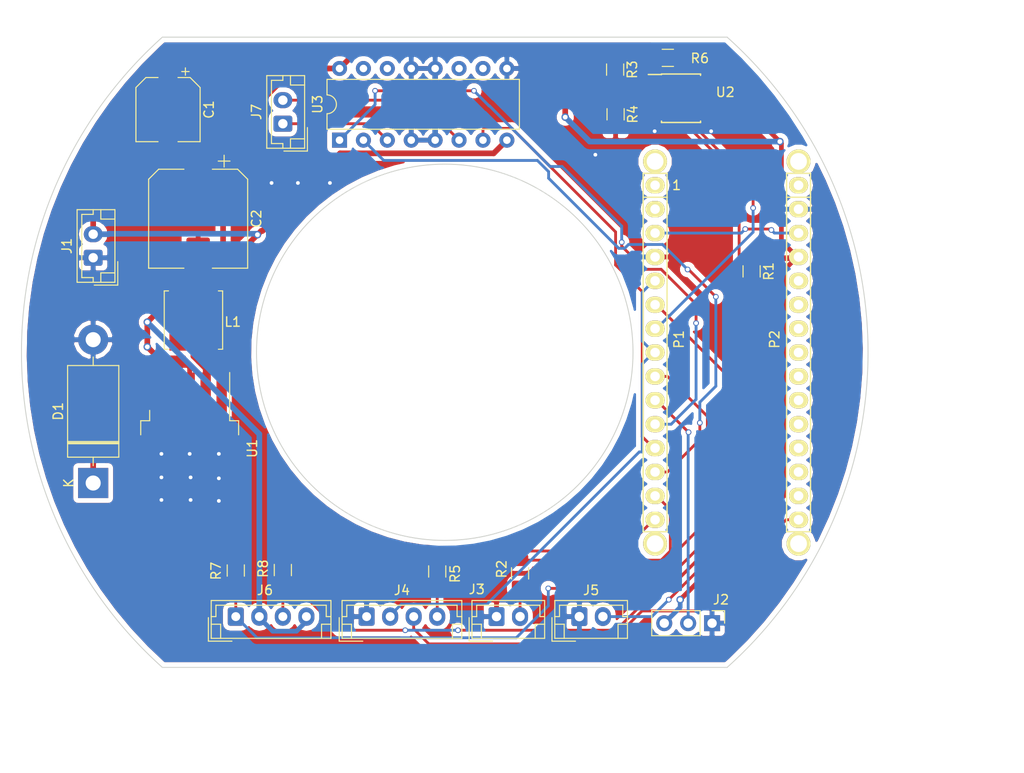
<source format=kicad_pcb>
(kicad_pcb (version 20171130) (host pcbnew 5.0.2-bee76a0~70~ubuntu18.04.1)

  (general
    (thickness 1.6)
    (drawings 21)
    (tracks 265)
    (zones 0)
    (modules 28)
    (nets 45)
  )

  (page A4)
  (title_block
    (date "jeu. 02 avril 2015")
  )

  (layers
    (0 F.Cu signal)
    (31 B.Cu signal)
    (32 B.Adhes user)
    (33 F.Adhes user)
    (34 B.Paste user)
    (35 F.Paste user)
    (36 B.SilkS user)
    (37 F.SilkS user)
    (38 B.Mask user)
    (39 F.Mask user)
    (40 Dwgs.User user)
    (41 Cmts.User user)
    (42 Eco1.User user)
    (43 Eco2.User user)
    (44 Edge.Cuts user)
    (45 Margin user)
    (46 B.CrtYd user)
    (47 F.CrtYd user)
    (48 B.Fab user hide)
    (49 F.Fab user hide)
  )

  (setup
    (last_trace_width 0.3)
    (trace_clearance 0.2)
    (zone_clearance 0.508)
    (zone_45_only no)
    (trace_min 0.2)
    (segment_width 0.15)
    (edge_width 0.1)
    (via_size 0.6)
    (via_drill 0.4)
    (via_min_size 0.4)
    (via_min_drill 0.3)
    (uvia_size 0.3)
    (uvia_drill 0.1)
    (uvias_allowed no)
    (uvia_min_size 0.2)
    (uvia_min_drill 0.1)
    (pcb_text_width 0.3)
    (pcb_text_size 1.5 1.5)
    (mod_edge_width 0.15)
    (mod_text_size 1 1)
    (mod_text_width 0.15)
    (pad_size 1.5 1.5)
    (pad_drill 0.6)
    (pad_to_mask_clearance 0)
    (solder_mask_min_width 0.25)
    (aux_axis_origin 138.176 110.617)
    (visible_elements FFFFFF7F)
    (pcbplotparams
      (layerselection 0x00030_80000001)
      (usegerberextensions false)
      (usegerberattributes false)
      (usegerberadvancedattributes false)
      (creategerberjobfile false)
      (excludeedgelayer true)
      (linewidth 0.100000)
      (plotframeref false)
      (viasonmask false)
      (mode 1)
      (useauxorigin false)
      (hpglpennumber 1)
      (hpglpenspeed 20)
      (hpglpendiameter 15.000000)
      (psnegative false)
      (psa4output false)
      (plotreference true)
      (plotvalue true)
      (plotinvisibletext false)
      (padsonsilk false)
      (subtractmaskfromsilk false)
      (outputformat 1)
      (mirror false)
      (drillshape 1)
      (scaleselection 1)
      (outputdirectory ""))
  )

  (net 0 "")
  (net 1 /Reset)
  (net 2 GND)
  (net 3 /2)
  (net 4 /4)
  (net 5 /7)
  (net 6 /8)
  (net 7 /Vin)
  (net 8 +5V)
  (net 9 /A7)
  (net 10 /A6)
  (net 11 /A5)
  (net 12 /A4)
  (net 13 /A3)
  (net 14 /A2)
  (net 15 /A1)
  (net 16 /A0)
  (net 17 /AREF)
  (net 18 "Net-(P3-Pad1)")
  (net 19 "Net-(P4-Pad1)")
  (net 20 "Net-(P5-Pad1)")
  (net 21 "Net-(P6-Pad1)")
  (net 22 +3V3)
  (net 23 +12V)
  (net 24 "Net-(D1-Pad1)")
  (net 25 "Net-(J3-Pad2)")
  (net 26 "Net-(J4-Pad4)")
  (net 27 /13)
  (net 28 "Net-(J5-Pad2)")
  (net 29 /6)
  (net 30 /3)
  (net 31 "Net-(J7-Pad2)")
  (net 32 "Net-(J7-Pad1)")
  (net 33 /1)
  (net 34 /0)
  (net 35 /9)
  (net 36 /10)
  (net 37 /11)
  (net 38 /12)
  (net 39 "Net-(R3-Pad2)")
  (net 40 "Net-(U2-Pad7)")
  (net 41 "Net-(U3-Pad10)")
  (net 42 "Net-(U3-Pad11)")
  (net 43 "Net-(U3-Pad14)")
  (net 44 "Net-(U3-Pad15)")

  (net_class Default "This is the default net class."
    (clearance 0.2)
    (trace_width 0.3)
    (via_dia 0.6)
    (via_drill 0.4)
    (uvia_dia 0.3)
    (uvia_drill 0.1)
    (add_net +3V3)
    (add_net /0)
    (add_net /1)
    (add_net /10)
    (add_net /11)
    (add_net /12)
    (add_net /13)
    (add_net /2)
    (add_net /3)
    (add_net /4)
    (add_net /6)
    (add_net /7)
    (add_net /8)
    (add_net /9)
    (add_net /A0)
    (add_net /A1)
    (add_net /A2)
    (add_net /A3)
    (add_net /A4)
    (add_net /A5)
    (add_net /A6)
    (add_net /A7)
    (add_net /AREF)
    (add_net /Reset)
    (add_net /Vin)
    (add_net "Net-(J3-Pad2)")
    (add_net "Net-(J4-Pad4)")
    (add_net "Net-(J5-Pad2)")
    (add_net "Net-(J7-Pad1)")
    (add_net "Net-(J7-Pad2)")
    (add_net "Net-(P3-Pad1)")
    (add_net "Net-(P4-Pad1)")
    (add_net "Net-(P5-Pad1)")
    (add_net "Net-(P6-Pad1)")
    (add_net "Net-(R3-Pad2)")
    (add_net "Net-(U2-Pad7)")
    (add_net "Net-(U3-Pad10)")
    (add_net "Net-(U3-Pad11)")
    (add_net "Net-(U3-Pad14)")
    (add_net "Net-(U3-Pad15)")
  )

  (net_class 12V ""
    (clearance 0.3)
    (trace_width 0.6)
    (via_dia 0.8)
    (via_drill 0.5)
    (uvia_dia 0.3)
    (uvia_drill 0.1)
    (add_net +12V)
  )

  (net_class 5V ""
    (clearance 0.3)
    (trace_width 0.6)
    (via_dia 0.8)
    (via_drill 0.5)
    (uvia_dia 0.3)
    (uvia_drill 0.1)
    (add_net +5V)
    (add_net "Net-(D1-Pad1)")
  )

  (net_class GND ""
    (clearance 0.3)
    (trace_width 0.6)
    (via_dia 0.8)
    (via_drill 0.5)
    (uvia_dia 0.3)
    (uvia_drill 0.1)
    (add_net GND)
  )

  (module Connector_JST:JST_EH_B02B-EH-A_1x02_P2.50mm_Vertical (layer F.Cu) (tedit 5B772AC7) (tstamp 5CC7011B)
    (at 131.4 117.1)
    (descr "JST EH series connector, B02B-EH-A (http://www.jst-mfg.com/product/pdf/eng/eEH.pdf), generated with kicad-footprint-generator")
    (tags "connector JST EH side entry")
    (path /5CC2F2EA)
    (fp_text reference J5 (at 1.25 -2.8) (layer F.SilkS)
      (effects (font (size 1 1) (thickness 0.15)))
    )
    (fp_text value "OBS IR RX" (at 1.25 3.4) (layer F.Fab)
      (effects (font (size 1 1) (thickness 0.15)))
    )
    (fp_text user %R (at 1.25 1.5) (layer F.Fab)
      (effects (font (size 1 1) (thickness 0.15)))
    )
    (fp_line (start -2.91 2.61) (end -0.41 2.61) (layer F.Fab) (width 0.1))
    (fp_line (start -2.91 0.11) (end -2.91 2.61) (layer F.Fab) (width 0.1))
    (fp_line (start -2.91 2.61) (end -0.41 2.61) (layer F.SilkS) (width 0.12))
    (fp_line (start -2.91 0.11) (end -2.91 2.61) (layer F.SilkS) (width 0.12))
    (fp_line (start 4.11 0.81) (end 4.11 2.31) (layer F.SilkS) (width 0.12))
    (fp_line (start 5.11 0.81) (end 4.11 0.81) (layer F.SilkS) (width 0.12))
    (fp_line (start -1.61 0.81) (end -1.61 2.31) (layer F.SilkS) (width 0.12))
    (fp_line (start -2.61 0.81) (end -1.61 0.81) (layer F.SilkS) (width 0.12))
    (fp_line (start 4.61 0) (end 5.11 0) (layer F.SilkS) (width 0.12))
    (fp_line (start 4.61 -1.21) (end 4.61 0) (layer F.SilkS) (width 0.12))
    (fp_line (start -2.11 -1.21) (end 4.61 -1.21) (layer F.SilkS) (width 0.12))
    (fp_line (start -2.11 0) (end -2.11 -1.21) (layer F.SilkS) (width 0.12))
    (fp_line (start -2.61 0) (end -2.11 0) (layer F.SilkS) (width 0.12))
    (fp_line (start 5.11 -1.71) (end -2.61 -1.71) (layer F.SilkS) (width 0.12))
    (fp_line (start 5.11 2.31) (end 5.11 -1.71) (layer F.SilkS) (width 0.12))
    (fp_line (start -2.61 2.31) (end 5.11 2.31) (layer F.SilkS) (width 0.12))
    (fp_line (start -2.61 -1.71) (end -2.61 2.31) (layer F.SilkS) (width 0.12))
    (fp_line (start 5.5 -2.1) (end -3 -2.1) (layer F.CrtYd) (width 0.05))
    (fp_line (start 5.5 2.7) (end 5.5 -2.1) (layer F.CrtYd) (width 0.05))
    (fp_line (start -3 2.7) (end 5.5 2.7) (layer F.CrtYd) (width 0.05))
    (fp_line (start -3 -2.1) (end -3 2.7) (layer F.CrtYd) (width 0.05))
    (fp_line (start 5 -1.6) (end -2.5 -1.6) (layer F.Fab) (width 0.1))
    (fp_line (start 5 2.2) (end 5 -1.6) (layer F.Fab) (width 0.1))
    (fp_line (start -2.5 2.2) (end 5 2.2) (layer F.Fab) (width 0.1))
    (fp_line (start -2.5 -1.6) (end -2.5 2.2) (layer F.Fab) (width 0.1))
    (pad 2 thru_hole oval (at 2.5 0) (size 1.7 2) (drill 1) (layers *.Cu *.Mask)
      (net 28 "Net-(J5-Pad2)"))
    (pad 1 thru_hole roundrect (at 0 0) (size 1.7 2) (drill 1) (layers *.Cu *.Mask) (roundrect_rratio 0.147059)
      (net 2 GND))
    (model ${KISYS3DMOD}/Connector_JST.3dshapes/JST_EH_B02B-EH-A_1x02_P2.50mm_Vertical.wrl
      (at (xyz 0 0 0))
      (scale (xyz 1 1 1))
      (rotate (xyz 0 0 0))
    )
  )

  (module Package_TO_SOT_SMD:TO-263-5_TabPin3 (layer F.Cu) (tedit 5A70FBB6) (tstamp 5CC6B0B5)
    (at 90 99.225 270)
    (descr "TO-263 / D2PAK / DDPAK SMD package, http://www.infineon.com/cms/en/product/packages/PG-TO263/PG-TO263-5-1/")
    (tags "D2PAK DDPAK TO-263 D2PAK-5 TO-263-5 SOT-426")
    (path /5CC2F329)
    (attr smd)
    (fp_text reference U1 (at 0 -6.65 270) (layer F.SilkS)
      (effects (font (size 1 1) (thickness 0.15)))
    )
    (fp_text value LM2575-5.0BU (at 8.975 0.1) (layer F.Fab)
      (effects (font (size 1 1) (thickness 0.15)))
    )
    (fp_line (start 6.5 -5) (end 7.5 -5) (layer F.Fab) (width 0.1))
    (fp_line (start 7.5 -5) (end 7.5 5) (layer F.Fab) (width 0.1))
    (fp_line (start 7.5 5) (end 6.5 5) (layer F.Fab) (width 0.1))
    (fp_line (start 6.5 -5) (end 6.5 5) (layer F.Fab) (width 0.1))
    (fp_line (start 6.5 5) (end -2.75 5) (layer F.Fab) (width 0.1))
    (fp_line (start -2.75 5) (end -2.75 -4) (layer F.Fab) (width 0.1))
    (fp_line (start -2.75 -4) (end -1.75 -5) (layer F.Fab) (width 0.1))
    (fp_line (start -1.75 -5) (end 6.5 -5) (layer F.Fab) (width 0.1))
    (fp_line (start -2.75 -3.8) (end -7.45 -3.8) (layer F.Fab) (width 0.1))
    (fp_line (start -7.45 -3.8) (end -7.45 -3) (layer F.Fab) (width 0.1))
    (fp_line (start -7.45 -3) (end -2.75 -3) (layer F.Fab) (width 0.1))
    (fp_line (start -2.75 -2.1) (end -7.45 -2.1) (layer F.Fab) (width 0.1))
    (fp_line (start -7.45 -2.1) (end -7.45 -1.3) (layer F.Fab) (width 0.1))
    (fp_line (start -7.45 -1.3) (end -2.75 -1.3) (layer F.Fab) (width 0.1))
    (fp_line (start -2.75 -0.4) (end -7.45 -0.4) (layer F.Fab) (width 0.1))
    (fp_line (start -7.45 -0.4) (end -7.45 0.4) (layer F.Fab) (width 0.1))
    (fp_line (start -7.45 0.4) (end -2.75 0.4) (layer F.Fab) (width 0.1))
    (fp_line (start -2.75 1.3) (end -7.45 1.3) (layer F.Fab) (width 0.1))
    (fp_line (start -7.45 1.3) (end -7.45 2.1) (layer F.Fab) (width 0.1))
    (fp_line (start -7.45 2.1) (end -2.75 2.1) (layer F.Fab) (width 0.1))
    (fp_line (start -2.75 3) (end -7.45 3) (layer F.Fab) (width 0.1))
    (fp_line (start -7.45 3) (end -7.45 3.8) (layer F.Fab) (width 0.1))
    (fp_line (start -7.45 3.8) (end -2.75 3.8) (layer F.Fab) (width 0.1))
    (fp_line (start -1.45 -5.2) (end -2.95 -5.2) (layer F.SilkS) (width 0.12))
    (fp_line (start -2.95 -5.2) (end -2.95 -4.25) (layer F.SilkS) (width 0.12))
    (fp_line (start -2.95 -4.25) (end -8.075 -4.25) (layer F.SilkS) (width 0.12))
    (fp_line (start -1.45 5.2) (end -2.95 5.2) (layer F.SilkS) (width 0.12))
    (fp_line (start -2.95 5.2) (end -2.95 4.25) (layer F.SilkS) (width 0.12))
    (fp_line (start -2.95 4.25) (end -4.05 4.25) (layer F.SilkS) (width 0.12))
    (fp_line (start -8.32 -5.65) (end -8.32 5.65) (layer F.CrtYd) (width 0.05))
    (fp_line (start -8.32 5.65) (end 8.32 5.65) (layer F.CrtYd) (width 0.05))
    (fp_line (start 8.32 5.65) (end 8.32 -5.65) (layer F.CrtYd) (width 0.05))
    (fp_line (start 8.32 -5.65) (end -8.32 -5.65) (layer F.CrtYd) (width 0.05))
    (fp_text user %R (at 0 0 270) (layer F.Fab)
      (effects (font (size 1 1) (thickness 0.15)))
    )
    (pad 1 smd rect (at -5.775 -3.4 270) (size 4.6 1.1) (layers F.Cu F.Paste F.Mask)
      (net 23 +12V))
    (pad 2 smd rect (at -5.775 -1.7 270) (size 4.6 1.1) (layers F.Cu F.Paste F.Mask)
      (net 24 "Net-(D1-Pad1)"))
    (pad 3 smd rect (at -5.775 0 270) (size 4.6 1.1) (layers F.Cu F.Paste F.Mask)
      (net 2 GND))
    (pad 4 smd rect (at -5.775 1.7 270) (size 4.6 1.1) (layers F.Cu F.Paste F.Mask)
      (net 8 +5V))
    (pad 5 smd rect (at -5.775 3.4 270) (size 4.6 1.1) (layers F.Cu F.Paste F.Mask)
      (net 2 GND))
    (pad 3 smd rect (at 3.375 0 270) (size 9.4 10.8) (layers F.Cu F.Mask)
      (net 2 GND))
    (pad "" smd rect (at 5.8 2.775 270) (size 4.55 5.25) (layers F.Paste))
    (pad "" smd rect (at 0.95 -2.775 270) (size 4.55 5.25) (layers F.Paste))
    (pad "" smd rect (at 5.8 -2.775 270) (size 4.55 5.25) (layers F.Paste))
    (pad "" smd rect (at 0.95 2.775 270) (size 4.55 5.25) (layers F.Paste))
    (model ${KISYS3DMOD}/Package_TO_SOT_SMD.3dshapes/TO-263-5_TabPin3.wrl
      (at (xyz 0 0 0))
      (scale (xyz 1 1 1))
      (rotate (xyz 0 0 0))
    )
  )

  (module Capacitor_SMD:CP_Elec_10x10 (layer F.Cu) (tedit 5BCA39D1) (tstamp 5CC6AEEE)
    (at 90.9 74.8 270)
    (descr "SMD capacitor, aluminum electrolytic, Nichicon, 10.0x10.0mm")
    (tags "capacitor electrolytic")
    (path /5CC2F31B)
    (attr smd)
    (fp_text reference C2 (at 0 -6.2 270) (layer F.SilkS)
      (effects (font (size 1 1) (thickness 0.15)))
    )
    (fp_text value 1000uF (at 0.15 -3.4 270) (layer F.Fab)
      (effects (font (size 1 1) (thickness 0.15)))
    )
    (fp_circle (center 0 0) (end 5 0) (layer F.Fab) (width 0.1))
    (fp_line (start 5.15 -5.15) (end 5.15 5.15) (layer F.Fab) (width 0.1))
    (fp_line (start -4.15 -5.15) (end 5.15 -5.15) (layer F.Fab) (width 0.1))
    (fp_line (start -4.15 5.15) (end 5.15 5.15) (layer F.Fab) (width 0.1))
    (fp_line (start -5.15 -4.15) (end -5.15 4.15) (layer F.Fab) (width 0.1))
    (fp_line (start -5.15 -4.15) (end -4.15 -5.15) (layer F.Fab) (width 0.1))
    (fp_line (start -5.15 4.15) (end -4.15 5.15) (layer F.Fab) (width 0.1))
    (fp_line (start -4.558325 -1.7) (end -3.558325 -1.7) (layer F.Fab) (width 0.1))
    (fp_line (start -4.058325 -2.2) (end -4.058325 -1.2) (layer F.Fab) (width 0.1))
    (fp_line (start 5.26 5.26) (end 5.26 1.51) (layer F.SilkS) (width 0.12))
    (fp_line (start 5.26 -5.26) (end 5.26 -1.51) (layer F.SilkS) (width 0.12))
    (fp_line (start -4.195563 -5.26) (end 5.26 -5.26) (layer F.SilkS) (width 0.12))
    (fp_line (start -4.195563 5.26) (end 5.26 5.26) (layer F.SilkS) (width 0.12))
    (fp_line (start -5.26 4.195563) (end -5.26 1.51) (layer F.SilkS) (width 0.12))
    (fp_line (start -5.26 -4.195563) (end -5.26 -1.51) (layer F.SilkS) (width 0.12))
    (fp_line (start -5.26 -4.195563) (end -4.195563 -5.26) (layer F.SilkS) (width 0.12))
    (fp_line (start -5.26 4.195563) (end -4.195563 5.26) (layer F.SilkS) (width 0.12))
    (fp_line (start -6.75 -2.76) (end -5.5 -2.76) (layer F.SilkS) (width 0.12))
    (fp_line (start -6.125 -3.385) (end -6.125 -2.135) (layer F.SilkS) (width 0.12))
    (fp_line (start 5.4 -5.4) (end 5.4 -1.5) (layer F.CrtYd) (width 0.05))
    (fp_line (start 5.4 -1.5) (end 6.25 -1.5) (layer F.CrtYd) (width 0.05))
    (fp_line (start 6.25 -1.5) (end 6.25 1.5) (layer F.CrtYd) (width 0.05))
    (fp_line (start 6.25 1.5) (end 5.4 1.5) (layer F.CrtYd) (width 0.05))
    (fp_line (start 5.4 1.5) (end 5.4 5.4) (layer F.CrtYd) (width 0.05))
    (fp_line (start -4.25 5.4) (end 5.4 5.4) (layer F.CrtYd) (width 0.05))
    (fp_line (start -4.25 -5.4) (end 5.4 -5.4) (layer F.CrtYd) (width 0.05))
    (fp_line (start -5.4 4.25) (end -4.25 5.4) (layer F.CrtYd) (width 0.05))
    (fp_line (start -5.4 -4.25) (end -4.25 -5.4) (layer F.CrtYd) (width 0.05))
    (fp_line (start -5.4 -4.25) (end -5.4 -1.5) (layer F.CrtYd) (width 0.05))
    (fp_line (start -5.4 1.5) (end -5.4 4.25) (layer F.CrtYd) (width 0.05))
    (fp_line (start -5.4 -1.5) (end -6.25 -1.5) (layer F.CrtYd) (width 0.05))
    (fp_line (start -6.25 -1.5) (end -6.25 1.5) (layer F.CrtYd) (width 0.05))
    (fp_line (start -6.25 1.5) (end -5.4 1.5) (layer F.CrtYd) (width 0.05))
    (fp_text user %R (at 0 0 270) (layer F.Fab)
      (effects (font (size 1 1) (thickness 0.15)))
    )
    (pad 1 smd roundrect (at -4 0 270) (size 4 2.5) (layers F.Cu F.Paste F.Mask) (roundrect_rratio 0.1)
      (net 8 +5V))
    (pad 2 smd roundrect (at 4 0 270) (size 4 2.5) (layers F.Cu F.Paste F.Mask) (roundrect_rratio 0.1)
      (net 2 GND))
    (model ${KISYS3DMOD}/Capacitor_SMD.3dshapes/CP_Elec_10x10.wrl
      (at (xyz 0 0 0))
      (scale (xyz 1 1 1))
      (rotate (xyz 0 0 0))
    )
  )

  (module Socket_Arduino_Nano:Socket_Strip_Arduino_1x15 locked (layer F.Cu) (tedit 552169C6) (tstamp 551FC9D0)
    (at 139.446 71.247 270)
    (descr "Through hole socket strip")
    (tags "socket strip")
    (path /5CC2F4A9)
    (fp_text reference P1 (at 16.383 -2.54 270) (layer F.SilkS)
      (effects (font (size 1 1) (thickness 0.15)))
    )
    (fp_text value Digital (at 20.193 -2.54 270) (layer F.Fab)
      (effects (font (size 1 1) (thickness 0.15)))
    )
    (fp_line (start 1.27 -1.27) (end -1.27 -1.27) (layer F.SilkS) (width 0.15))
    (fp_line (start -1.27 -1.27) (end -1.27 1.27) (layer F.SilkS) (width 0.15))
    (fp_line (start -1.27 1.27) (end 1.27 1.27) (layer F.SilkS) (width 0.15))
    (fp_line (start -1.75 -1.75) (end -1.75 1.75) (layer F.CrtYd) (width 0.05))
    (fp_line (start 37.35 -1.75) (end 37.35 1.75) (layer F.CrtYd) (width 0.05))
    (fp_line (start -1.75 -1.75) (end 37.35 -1.75) (layer F.CrtYd) (width 0.05))
    (fp_line (start -1.75 1.75) (end 37.35 1.75) (layer F.CrtYd) (width 0.05))
    (fp_line (start 1.27 -1.27) (end 36.83 -1.27) (layer F.SilkS) (width 0.15))
    (fp_line (start 36.83 -1.27) (end 36.83 1.27) (layer F.SilkS) (width 0.15))
    (fp_line (start 36.83 1.27) (end 1.27 1.27) (layer F.SilkS) (width 0.15))
    (fp_line (start 1.27 1.27) (end 1.27 -1.27) (layer F.SilkS) (width 0.15))
    (pad 1 thru_hole oval (at 0 0 270) (size 1.7272 2.032) (drill 1.016) (layers *.Cu *.Mask F.SilkS)
      (net 33 /1))
    (pad 2 thru_hole oval (at 2.54 0 270) (size 1.7272 2.032) (drill 1.016) (layers *.Cu *.Mask F.SilkS)
      (net 34 /0))
    (pad 3 thru_hole oval (at 5.08 0 270) (size 1.7272 2.032) (drill 1.016) (layers *.Cu *.Mask F.SilkS)
      (net 1 /Reset))
    (pad 4 thru_hole oval (at 7.62 0 270) (size 1.7272 2.032) (drill 1.016) (layers *.Cu *.Mask F.SilkS)
      (net 2 GND))
    (pad 5 thru_hole oval (at 10.16 0 270) (size 1.7272 2.032) (drill 1.016) (layers *.Cu *.Mask F.SilkS)
      (net 3 /2))
    (pad 6 thru_hole oval (at 12.7 0 270) (size 1.7272 2.032) (drill 1.016) (layers *.Cu *.Mask F.SilkS)
      (net 30 /3))
    (pad 7 thru_hole oval (at 15.24 0 270) (size 1.7272 2.032) (drill 1.016) (layers *.Cu *.Mask F.SilkS)
      (net 4 /4))
    (pad 8 thru_hole oval (at 17.78 0 270) (size 1.7272 2.032) (drill 1.016) (layers *.Cu *.Mask F.SilkS)
      (net 3 /2))
    (pad 9 thru_hole oval (at 20.32 0 270) (size 1.7272 2.032) (drill 1.016) (layers *.Cu *.Mask F.SilkS)
      (net 29 /6))
    (pad 10 thru_hole oval (at 22.86 0 270) (size 1.7272 2.032) (drill 1.016) (layers *.Cu *.Mask F.SilkS)
      (net 5 /7))
    (pad 11 thru_hole oval (at 25.4 0 270) (size 1.7272 2.032) (drill 1.016) (layers *.Cu *.Mask F.SilkS)
      (net 6 /8))
    (pad 12 thru_hole oval (at 27.94 0 270) (size 1.7272 2.032) (drill 1.016) (layers *.Cu *.Mask F.SilkS)
      (net 35 /9))
    (pad 13 thru_hole oval (at 30.48 0 270) (size 1.7272 2.032) (drill 1.016) (layers *.Cu *.Mask F.SilkS)
      (net 36 /10))
    (pad 14 thru_hole oval (at 33.02 0 270) (size 1.7272 2.032) (drill 1.016) (layers *.Cu *.Mask F.SilkS)
      (net 37 /11))
    (pad 15 thru_hole oval (at 35.56 0 270) (size 1.7272 2.032) (drill 1.016) (layers *.Cu *.Mask F.SilkS)
      (net 38 /12))
    (model ${KIPRJMOD}/Socket_Arduino_Nano.3dshapes/Socket_header_Arduino_1x15.wrl
      (offset (xyz 17.77999973297119 0 0))
      (scale (xyz 1 1 1))
      (rotate (xyz 0 0 180))
    )
  )

  (module Socket_Arduino_Nano:Socket_Strip_Arduino_1x15 locked (layer F.Cu) (tedit 552169D3) (tstamp 5CC6BAED)
    (at 154.686 71.247 270)
    (descr "Through hole socket strip")
    (tags "socket strip")
    (path /5CC2F4B0)
    (fp_text reference P2 (at 16.383 2.54 270) (layer F.SilkS)
      (effects (font (size 1 1) (thickness 0.15)))
    )
    (fp_text value Analog (at 20.193 2.54 270) (layer F.Fab)
      (effects (font (size 1 1) (thickness 0.15)))
    )
    (fp_line (start 1.27 -1.27) (end -1.27 -1.27) (layer F.SilkS) (width 0.15))
    (fp_line (start -1.27 -1.27) (end -1.27 1.27) (layer F.SilkS) (width 0.15))
    (fp_line (start -1.27 1.27) (end 1.27 1.27) (layer F.SilkS) (width 0.15))
    (fp_line (start -1.75 -1.75) (end -1.75 1.75) (layer F.CrtYd) (width 0.05))
    (fp_line (start 37.35 -1.75) (end 37.35 1.75) (layer F.CrtYd) (width 0.05))
    (fp_line (start -1.75 -1.75) (end 37.35 -1.75) (layer F.CrtYd) (width 0.05))
    (fp_line (start -1.75 1.75) (end 37.35 1.75) (layer F.CrtYd) (width 0.05))
    (fp_line (start 1.27 -1.27) (end 36.83 -1.27) (layer F.SilkS) (width 0.15))
    (fp_line (start 36.83 -1.27) (end 36.83 1.27) (layer F.SilkS) (width 0.15))
    (fp_line (start 36.83 1.27) (end 1.27 1.27) (layer F.SilkS) (width 0.15))
    (fp_line (start 1.27 1.27) (end 1.27 -1.27) (layer F.SilkS) (width 0.15))
    (pad 1 thru_hole oval (at 0 0 270) (size 1.7272 2.032) (drill 1.016) (layers *.Cu *.Mask F.SilkS)
      (net 7 /Vin))
    (pad 2 thru_hole oval (at 2.54 0 270) (size 1.7272 2.032) (drill 1.016) (layers *.Cu *.Mask F.SilkS)
      (net 2 GND))
    (pad 3 thru_hole oval (at 5.08 0 270) (size 1.7272 2.032) (drill 1.016) (layers *.Cu *.Mask F.SilkS)
      (net 1 /Reset))
    (pad 4 thru_hole oval (at 7.62 0 270) (size 1.7272 2.032) (drill 1.016) (layers *.Cu *.Mask F.SilkS)
      (net 8 +5V))
    (pad 5 thru_hole oval (at 10.16 0 270) (size 1.7272 2.032) (drill 1.016) (layers *.Cu *.Mask F.SilkS)
      (net 9 /A7))
    (pad 6 thru_hole oval (at 12.7 0 270) (size 1.7272 2.032) (drill 1.016) (layers *.Cu *.Mask F.SilkS)
      (net 10 /A6))
    (pad 7 thru_hole oval (at 15.24 0 270) (size 1.7272 2.032) (drill 1.016) (layers *.Cu *.Mask F.SilkS)
      (net 11 /A5))
    (pad 8 thru_hole oval (at 17.78 0 270) (size 1.7272 2.032) (drill 1.016) (layers *.Cu *.Mask F.SilkS)
      (net 12 /A4))
    (pad 9 thru_hole oval (at 20.32 0 270) (size 1.7272 2.032) (drill 1.016) (layers *.Cu *.Mask F.SilkS)
      (net 13 /A3))
    (pad 10 thru_hole oval (at 22.86 0 270) (size 1.7272 2.032) (drill 1.016) (layers *.Cu *.Mask F.SilkS)
      (net 14 /A2))
    (pad 11 thru_hole oval (at 25.4 0 270) (size 1.7272 2.032) (drill 1.016) (layers *.Cu *.Mask F.SilkS)
      (net 15 /A1))
    (pad 12 thru_hole oval (at 27.94 0 270) (size 1.7272 2.032) (drill 1.016) (layers *.Cu *.Mask F.SilkS)
      (net 16 /A0))
    (pad 13 thru_hole oval (at 30.48 0 270) (size 1.7272 2.032) (drill 1.016) (layers *.Cu *.Mask F.SilkS)
      (net 17 /AREF))
    (pad 14 thru_hole oval (at 33.02 0 270) (size 1.7272 2.032) (drill 1.016) (layers *.Cu *.Mask F.SilkS)
      (net 22 +3V3))
    (pad 15 thru_hole oval (at 35.56 0 270) (size 1.7272 2.032) (drill 1.016) (layers *.Cu *.Mask F.SilkS)
      (net 27 /13))
    (model ${KIPRJMOD}/Socket_Arduino_Nano.3dshapes/Socket_header_Arduino_1x15.wrl
      (offset (xyz 17.77999973297119 0 0))
      (scale (xyz 1 1 1))
      (rotate (xyz 0 0 180))
    )
  )

  (module Socket_Arduino_Nano:1pin_Nano locked (layer F.Cu) (tedit 5521156E) (tstamp 55211553)
    (at 139.446 68.707)
    (descr "module 1 pin (ou trou mecanique de percage)")
    (tags DEV)
    (path /5CC2F489)
    (fp_text reference P3 (at 0 -2.032) (layer F.SilkS) hide
      (effects (font (size 1 1) (thickness 0.15)))
    )
    (fp_text value CONN_01X01 (at 0 2.032) (layer F.Fab) hide
      (effects (font (size 1 1) (thickness 0.15)))
    )
    (pad 1 thru_hole circle (at 0 0) (size 2.54 2.54) (drill 1.778) (layers *.Cu *.Mask F.SilkS)
      (net 18 "Net-(P3-Pad1)"))
  )

  (module Socket_Arduino_Nano:1pin_Nano locked (layer F.Cu) (tedit 55211594) (tstamp 55211558)
    (at 139.446 109.347)
    (descr "module 1 pin (ou trou mecanique de percage)")
    (tags DEV)
    (path /5CC2F491)
    (fp_text reference P4 (at 0 -2.032) (layer F.SilkS) hide
      (effects (font (size 1 1) (thickness 0.15)))
    )
    (fp_text value CONN_01X01 (at 0 2.032) (layer F.Fab) hide
      (effects (font (size 1 1) (thickness 0.15)))
    )
    (pad 1 thru_hole circle (at 0 0) (size 2.54 2.54) (drill 1.778) (layers *.Cu *.Mask F.SilkS)
      (net 19 "Net-(P4-Pad1)"))
  )

  (module Socket_Arduino_Nano:1pin_Nano locked (layer F.Cu) (tedit 552115A5) (tstamp 5521155D)
    (at 154.686 109.347)
    (descr "module 1 pin (ou trou mecanique de percage)")
    (tags DEV)
    (path /5CC2F498)
    (fp_text reference P5 (at 0 -2.032) (layer F.SilkS) hide
      (effects (font (size 1 1) (thickness 0.15)))
    )
    (fp_text value CONN_01X01 (at 0 2.032) (layer F.Fab) hide
      (effects (font (size 1 1) (thickness 0.15)))
    )
    (pad 1 thru_hole circle (at 0 0) (size 2.54 2.54) (drill 1.778) (layers *.Cu *.Mask F.SilkS)
      (net 20 "Net-(P5-Pad1)"))
  )

  (module Socket_Arduino_Nano:1pin_Nano locked (layer F.Cu) (tedit 552115BD) (tstamp 55211562)
    (at 154.686 68.707)
    (descr "module 1 pin (ou trou mecanique de percage)")
    (tags DEV)
    (path /5CC2F49F)
    (fp_text reference P6 (at 0 -2.032) (layer F.SilkS) hide
      (effects (font (size 1 1) (thickness 0.15)))
    )
    (fp_text value CONN_01X01 (at 0 2.032) (layer F.Fab) hide
      (effects (font (size 1 1) (thickness 0.15)))
    )
    (pad 1 thru_hole circle (at 0 0) (size 2.54 2.54) (drill 1.778) (layers *.Cu *.Mask F.SilkS)
      (net 21 "Net-(P6-Pad1)"))
  )

  (module Capacitor_SMD:CP_Elec_6.3x7.7 (layer F.Cu) (tedit 5BCA39D0) (tstamp 5CC6CA71)
    (at 87.7 63.2 270)
    (descr "SMD capacitor, aluminum electrolytic, Nichicon, 6.3x7.7mm")
    (tags "capacitor electrolytic")
    (path /5CC2F314)
    (attr smd)
    (fp_text reference C1 (at 0 -4.35 270) (layer F.SilkS)
      (effects (font (size 1 1) (thickness 0.15)))
    )
    (fp_text value 100uF (at 0 4.35 270) (layer F.Fab)
      (effects (font (size 1 1) (thickness 0.15)))
    )
    (fp_circle (center 0 0) (end 3.15 0) (layer F.Fab) (width 0.1))
    (fp_line (start 3.3 -3.3) (end 3.3 3.3) (layer F.Fab) (width 0.1))
    (fp_line (start -2.3 -3.3) (end 3.3 -3.3) (layer F.Fab) (width 0.1))
    (fp_line (start -2.3 3.3) (end 3.3 3.3) (layer F.Fab) (width 0.1))
    (fp_line (start -3.3 -2.3) (end -3.3 2.3) (layer F.Fab) (width 0.1))
    (fp_line (start -3.3 -2.3) (end -2.3 -3.3) (layer F.Fab) (width 0.1))
    (fp_line (start -3.3 2.3) (end -2.3 3.3) (layer F.Fab) (width 0.1))
    (fp_line (start -2.704838 -1.33) (end -2.074838 -1.33) (layer F.Fab) (width 0.1))
    (fp_line (start -2.389838 -1.645) (end -2.389838 -1.015) (layer F.Fab) (width 0.1))
    (fp_line (start 3.41 3.41) (end 3.41 1.06) (layer F.SilkS) (width 0.12))
    (fp_line (start 3.41 -3.41) (end 3.41 -1.06) (layer F.SilkS) (width 0.12))
    (fp_line (start -2.345563 -3.41) (end 3.41 -3.41) (layer F.SilkS) (width 0.12))
    (fp_line (start -2.345563 3.41) (end 3.41 3.41) (layer F.SilkS) (width 0.12))
    (fp_line (start -3.41 2.345563) (end -3.41 1.06) (layer F.SilkS) (width 0.12))
    (fp_line (start -3.41 -2.345563) (end -3.41 -1.06) (layer F.SilkS) (width 0.12))
    (fp_line (start -3.41 -2.345563) (end -2.345563 -3.41) (layer F.SilkS) (width 0.12))
    (fp_line (start -3.41 2.345563) (end -2.345563 3.41) (layer F.SilkS) (width 0.12))
    (fp_line (start -4.4375 -1.8475) (end -3.65 -1.8475) (layer F.SilkS) (width 0.12))
    (fp_line (start -4.04375 -2.24125) (end -4.04375 -1.45375) (layer F.SilkS) (width 0.12))
    (fp_line (start 3.55 -3.55) (end 3.55 -1.05) (layer F.CrtYd) (width 0.05))
    (fp_line (start 3.55 -1.05) (end 4.7 -1.05) (layer F.CrtYd) (width 0.05))
    (fp_line (start 4.7 -1.05) (end 4.7 1.05) (layer F.CrtYd) (width 0.05))
    (fp_line (start 4.7 1.05) (end 3.55 1.05) (layer F.CrtYd) (width 0.05))
    (fp_line (start 3.55 1.05) (end 3.55 3.55) (layer F.CrtYd) (width 0.05))
    (fp_line (start -2.4 3.55) (end 3.55 3.55) (layer F.CrtYd) (width 0.05))
    (fp_line (start -2.4 -3.55) (end 3.55 -3.55) (layer F.CrtYd) (width 0.05))
    (fp_line (start -3.55 2.4) (end -2.4 3.55) (layer F.CrtYd) (width 0.05))
    (fp_line (start -3.55 -2.4) (end -2.4 -3.55) (layer F.CrtYd) (width 0.05))
    (fp_line (start -3.55 -2.4) (end -3.55 -1.05) (layer F.CrtYd) (width 0.05))
    (fp_line (start -3.55 1.05) (end -3.55 2.4) (layer F.CrtYd) (width 0.05))
    (fp_line (start -3.55 -1.05) (end -4.7 -1.05) (layer F.CrtYd) (width 0.05))
    (fp_line (start -4.7 -1.05) (end -4.7 1.05) (layer F.CrtYd) (width 0.05))
    (fp_line (start -4.7 1.05) (end -3.55 1.05) (layer F.CrtYd) (width 0.05))
    (fp_text user %R (at 0 0 270) (layer F.Fab)
      (effects (font (size 1 1) (thickness 0.15)))
    )
    (pad 1 smd roundrect (at -2.7 0 270) (size 3.5 1.6) (layers F.Cu F.Paste F.Mask) (roundrect_rratio 0.15625)
      (net 23 +12V))
    (pad 2 smd roundrect (at 2.7 0 270) (size 3.5 1.6) (layers F.Cu F.Paste F.Mask) (roundrect_rratio 0.15625)
      (net 2 GND))
    (model ${KISYS3DMOD}/Capacitor_SMD.3dshapes/CP_Elec_6.3x7.7.wrl
      (at (xyz 0 0 0))
      (scale (xyz 1 1 1))
      (rotate (xyz 0 0 0))
    )
  )

  (module Diode_THT:D_DO-201AD_P15.24mm_Horizontal (layer F.Cu) (tedit 5AE50CD5) (tstamp 5CC6AF0D)
    (at 79.75 102.9 90)
    (descr "Diode, DO-201AD series, Axial, Horizontal, pin pitch=15.24mm, , length*diameter=9.5*5.2mm^2, , http://www.diodes.com/_files/packages/DO-201AD.pdf")
    (tags "Diode DO-201AD series Axial Horizontal pin pitch 15.24mm  length 9.5mm diameter 5.2mm")
    (path /5CC2F330)
    (fp_text reference D1 (at 7.62 -3.72 90) (layer F.SilkS)
      (effects (font (size 1 1) (thickness 0.15)))
    )
    (fp_text value 1N5822 (at 12.05 -3.65 90) (layer F.Fab)
      (effects (font (size 1 1) (thickness 0.15)))
    )
    (fp_line (start 2.87 -2.6) (end 2.87 2.6) (layer F.Fab) (width 0.1))
    (fp_line (start 2.87 2.6) (end 12.37 2.6) (layer F.Fab) (width 0.1))
    (fp_line (start 12.37 2.6) (end 12.37 -2.6) (layer F.Fab) (width 0.1))
    (fp_line (start 12.37 -2.6) (end 2.87 -2.6) (layer F.Fab) (width 0.1))
    (fp_line (start 0 0) (end 2.87 0) (layer F.Fab) (width 0.1))
    (fp_line (start 15.24 0) (end 12.37 0) (layer F.Fab) (width 0.1))
    (fp_line (start 4.295 -2.6) (end 4.295 2.6) (layer F.Fab) (width 0.1))
    (fp_line (start 4.395 -2.6) (end 4.395 2.6) (layer F.Fab) (width 0.1))
    (fp_line (start 4.195 -2.6) (end 4.195 2.6) (layer F.Fab) (width 0.1))
    (fp_line (start 2.75 -2.72) (end 2.75 2.72) (layer F.SilkS) (width 0.12))
    (fp_line (start 2.75 2.72) (end 12.49 2.72) (layer F.SilkS) (width 0.12))
    (fp_line (start 12.49 2.72) (end 12.49 -2.72) (layer F.SilkS) (width 0.12))
    (fp_line (start 12.49 -2.72) (end 2.75 -2.72) (layer F.SilkS) (width 0.12))
    (fp_line (start 1.84 0) (end 2.75 0) (layer F.SilkS) (width 0.12))
    (fp_line (start 13.4 0) (end 12.49 0) (layer F.SilkS) (width 0.12))
    (fp_line (start 4.295 -2.72) (end 4.295 2.72) (layer F.SilkS) (width 0.12))
    (fp_line (start 4.415 -2.72) (end 4.415 2.72) (layer F.SilkS) (width 0.12))
    (fp_line (start 4.175 -2.72) (end 4.175 2.72) (layer F.SilkS) (width 0.12))
    (fp_line (start -1.85 -2.85) (end -1.85 2.85) (layer F.CrtYd) (width 0.05))
    (fp_line (start -1.85 2.85) (end 17.09 2.85) (layer F.CrtYd) (width 0.05))
    (fp_line (start 17.09 2.85) (end 17.09 -2.85) (layer F.CrtYd) (width 0.05))
    (fp_line (start 17.09 -2.85) (end -1.85 -2.85) (layer F.CrtYd) (width 0.05))
    (fp_text user %R (at 8.3325 0 90) (layer F.Fab)
      (effects (font (size 1 1) (thickness 0.15)))
    )
    (fp_text user K (at 0 -2.6 90) (layer F.Fab)
      (effects (font (size 1 1) (thickness 0.15)))
    )
    (fp_text user K (at 0 -2.6 90) (layer F.SilkS)
      (effects (font (size 1 1) (thickness 0.15)))
    )
    (pad 1 thru_hole rect (at 0 0 90) (size 3.2 3.2) (drill 1.6) (layers *.Cu *.Mask)
      (net 24 "Net-(D1-Pad1)"))
    (pad 2 thru_hole oval (at 15.24 0 90) (size 3.2 3.2) (drill 1.6) (layers *.Cu *.Mask)
      (net 2 GND))
    (model ${KISYS3DMOD}/Diode_THT.3dshapes/D_DO-201AD_P15.24mm_Horizontal.wrl
      (at (xyz 0 0 0))
      (scale (xyz 1 1 1))
      (rotate (xyz 0 0 0))
    )
  )

  (module Connector_JST:JST_EH_B02B-EH-A_1x02_P2.50mm_Vertical (layer F.Cu) (tedit 5B772AC7) (tstamp 5CC6AF2D)
    (at 79.75 78.95 90)
    (descr "JST EH series connector, B02B-EH-A (http://www.jst-mfg.com/product/pdf/eng/eEH.pdf), generated with kicad-footprint-generator")
    (tags "connector JST EH side entry")
    (path /5CC2F337)
    (fp_text reference J1 (at 1.25 -2.8 90) (layer F.SilkS)
      (effects (font (size 1 1) (thickness 0.15)))
    )
    (fp_text value "12V IN" (at 1.25 3.4 90) (layer F.Fab)
      (effects (font (size 1 1) (thickness 0.15)))
    )
    (fp_line (start -2.5 -1.6) (end -2.5 2.2) (layer F.Fab) (width 0.1))
    (fp_line (start -2.5 2.2) (end 5 2.2) (layer F.Fab) (width 0.1))
    (fp_line (start 5 2.2) (end 5 -1.6) (layer F.Fab) (width 0.1))
    (fp_line (start 5 -1.6) (end -2.5 -1.6) (layer F.Fab) (width 0.1))
    (fp_line (start -3 -2.1) (end -3 2.7) (layer F.CrtYd) (width 0.05))
    (fp_line (start -3 2.7) (end 5.5 2.7) (layer F.CrtYd) (width 0.05))
    (fp_line (start 5.5 2.7) (end 5.5 -2.1) (layer F.CrtYd) (width 0.05))
    (fp_line (start 5.5 -2.1) (end -3 -2.1) (layer F.CrtYd) (width 0.05))
    (fp_line (start -2.61 -1.71) (end -2.61 2.31) (layer F.SilkS) (width 0.12))
    (fp_line (start -2.61 2.31) (end 5.11 2.31) (layer F.SilkS) (width 0.12))
    (fp_line (start 5.11 2.31) (end 5.11 -1.71) (layer F.SilkS) (width 0.12))
    (fp_line (start 5.11 -1.71) (end -2.61 -1.71) (layer F.SilkS) (width 0.12))
    (fp_line (start -2.61 0) (end -2.11 0) (layer F.SilkS) (width 0.12))
    (fp_line (start -2.11 0) (end -2.11 -1.21) (layer F.SilkS) (width 0.12))
    (fp_line (start -2.11 -1.21) (end 4.61 -1.21) (layer F.SilkS) (width 0.12))
    (fp_line (start 4.61 -1.21) (end 4.61 0) (layer F.SilkS) (width 0.12))
    (fp_line (start 4.61 0) (end 5.11 0) (layer F.SilkS) (width 0.12))
    (fp_line (start -2.61 0.81) (end -1.61 0.81) (layer F.SilkS) (width 0.12))
    (fp_line (start -1.61 0.81) (end -1.61 2.31) (layer F.SilkS) (width 0.12))
    (fp_line (start 5.11 0.81) (end 4.11 0.81) (layer F.SilkS) (width 0.12))
    (fp_line (start 4.11 0.81) (end 4.11 2.31) (layer F.SilkS) (width 0.12))
    (fp_line (start -2.91 0.11) (end -2.91 2.61) (layer F.SilkS) (width 0.12))
    (fp_line (start -2.91 2.61) (end -0.41 2.61) (layer F.SilkS) (width 0.12))
    (fp_line (start -2.91 0.11) (end -2.91 2.61) (layer F.Fab) (width 0.1))
    (fp_line (start -2.91 2.61) (end -0.41 2.61) (layer F.Fab) (width 0.1))
    (fp_text user %R (at 1.25 1.5 90) (layer F.Fab)
      (effects (font (size 1 1) (thickness 0.15)))
    )
    (pad 1 thru_hole roundrect (at 0 0 90) (size 1.7 2) (drill 1) (layers *.Cu *.Mask) (roundrect_rratio 0.147059)
      (net 2 GND))
    (pad 2 thru_hole oval (at 2.5 0 90) (size 1.7 2) (drill 1) (layers *.Cu *.Mask)
      (net 23 +12V))
    (model ${KISYS3DMOD}/Connector_JST.3dshapes/JST_EH_B02B-EH-A_1x02_P2.50mm_Vertical.wrl
      (at (xyz 0 0 0))
      (scale (xyz 1 1 1))
      (rotate (xyz 0 0 0))
    )
  )

  (module Connector_PinHeader_2.54mm:PinHeader_1x03_P2.54mm_Vertical (layer F.Cu) (tedit 59FED5CC) (tstamp 5CC700D0)
    (at 145.5 117.8 270)
    (descr "Through hole straight pin header, 1x03, 2.54mm pitch, single row")
    (tags "Through hole pin header THT 1x03 2.54mm single row")
    (path /5CC2F3B4)
    (fp_text reference J2 (at -2.5 -0.95) (layer F.SilkS)
      (effects (font (size 1 1) (thickness 0.15)))
    )
    (fp_text value "Manual EN" (at 2.85 2.75) (layer F.Fab)
      (effects (font (size 1 1) (thickness 0.15)))
    )
    (fp_line (start -0.635 -1.27) (end 1.27 -1.27) (layer F.Fab) (width 0.1))
    (fp_line (start 1.27 -1.27) (end 1.27 6.35) (layer F.Fab) (width 0.1))
    (fp_line (start 1.27 6.35) (end -1.27 6.35) (layer F.Fab) (width 0.1))
    (fp_line (start -1.27 6.35) (end -1.27 -0.635) (layer F.Fab) (width 0.1))
    (fp_line (start -1.27 -0.635) (end -0.635 -1.27) (layer F.Fab) (width 0.1))
    (fp_line (start -1.33 6.41) (end 1.33 6.41) (layer F.SilkS) (width 0.12))
    (fp_line (start -1.33 1.27) (end -1.33 6.41) (layer F.SilkS) (width 0.12))
    (fp_line (start 1.33 1.27) (end 1.33 6.41) (layer F.SilkS) (width 0.12))
    (fp_line (start -1.33 1.27) (end 1.33 1.27) (layer F.SilkS) (width 0.12))
    (fp_line (start -1.33 0) (end -1.33 -1.33) (layer F.SilkS) (width 0.12))
    (fp_line (start -1.33 -1.33) (end 0 -1.33) (layer F.SilkS) (width 0.12))
    (fp_line (start -1.8 -1.8) (end -1.8 6.85) (layer F.CrtYd) (width 0.05))
    (fp_line (start -1.8 6.85) (end 1.8 6.85) (layer F.CrtYd) (width 0.05))
    (fp_line (start 1.8 6.85) (end 1.8 -1.8) (layer F.CrtYd) (width 0.05))
    (fp_line (start 1.8 -1.8) (end -1.8 -1.8) (layer F.CrtYd) (width 0.05))
    (fp_text user %R (at 0 2.54) (layer F.Fab)
      (effects (font (size 1 1) (thickness 0.15)))
    )
    (pad 1 thru_hole rect (at 0 0 270) (size 1.7 1.7) (drill 1) (layers *.Cu *.Mask)
      (net 2 GND))
    (pad 2 thru_hole oval (at 0 2.54 270) (size 1.7 1.7) (drill 1) (layers *.Cu *.Mask)
      (net 5 /7))
    (pad 3 thru_hole oval (at 0 5.08 270) (size 1.7 1.7) (drill 1) (layers *.Cu *.Mask)
      (net 8 +5V))
    (model ${KISYS3DMOD}/Connector_PinHeader_2.54mm.3dshapes/PinHeader_1x03_P2.54mm_Vertical.wrl
      (at (xyz 0 0 0))
      (scale (xyz 1 1 1))
      (rotate (xyz 0 0 0))
    )
  )

  (module Connector_JST:JST_EH_B02B-EH-A_1x02_P2.50mm_Vertical (layer F.Cu) (tedit 5B772AC7) (tstamp 5CC7007C)
    (at 122.6 117.1)
    (descr "JST EH series connector, B02B-EH-A (http://www.jst-mfg.com/product/pdf/eng/eEH.pdf), generated with kicad-footprint-generator")
    (tags "connector JST EH side entry")
    (path /5CC0A08A)
    (fp_text reference J3 (at -2.1 -2.9) (layer F.SilkS)
      (effects (font (size 1 1) (thickness 0.15)))
    )
    (fp_text value OBS_IR_TX (at 1.25 4.75) (layer F.Fab)
      (effects (font (size 1 1) (thickness 0.15)))
    )
    (fp_line (start -2.5 -1.6) (end -2.5 2.2) (layer F.Fab) (width 0.1))
    (fp_line (start -2.5 2.2) (end 5 2.2) (layer F.Fab) (width 0.1))
    (fp_line (start 5 2.2) (end 5 -1.6) (layer F.Fab) (width 0.1))
    (fp_line (start 5 -1.6) (end -2.5 -1.6) (layer F.Fab) (width 0.1))
    (fp_line (start -3 -2.1) (end -3 2.7) (layer F.CrtYd) (width 0.05))
    (fp_line (start -3 2.7) (end 5.5 2.7) (layer F.CrtYd) (width 0.05))
    (fp_line (start 5.5 2.7) (end 5.5 -2.1) (layer F.CrtYd) (width 0.05))
    (fp_line (start 5.5 -2.1) (end -3 -2.1) (layer F.CrtYd) (width 0.05))
    (fp_line (start -2.61 -1.71) (end -2.61 2.31) (layer F.SilkS) (width 0.12))
    (fp_line (start -2.61 2.31) (end 5.11 2.31) (layer F.SilkS) (width 0.12))
    (fp_line (start 5.11 2.31) (end 5.11 -1.71) (layer F.SilkS) (width 0.12))
    (fp_line (start 5.11 -1.71) (end -2.61 -1.71) (layer F.SilkS) (width 0.12))
    (fp_line (start -2.61 0) (end -2.11 0) (layer F.SilkS) (width 0.12))
    (fp_line (start -2.11 0) (end -2.11 -1.21) (layer F.SilkS) (width 0.12))
    (fp_line (start -2.11 -1.21) (end 4.61 -1.21) (layer F.SilkS) (width 0.12))
    (fp_line (start 4.61 -1.21) (end 4.61 0) (layer F.SilkS) (width 0.12))
    (fp_line (start 4.61 0) (end 5.11 0) (layer F.SilkS) (width 0.12))
    (fp_line (start -2.61 0.81) (end -1.61 0.81) (layer F.SilkS) (width 0.12))
    (fp_line (start -1.61 0.81) (end -1.61 2.31) (layer F.SilkS) (width 0.12))
    (fp_line (start 5.11 0.81) (end 4.11 0.81) (layer F.SilkS) (width 0.12))
    (fp_line (start 4.11 0.81) (end 4.11 2.31) (layer F.SilkS) (width 0.12))
    (fp_line (start -2.91 0.11) (end -2.91 2.61) (layer F.SilkS) (width 0.12))
    (fp_line (start -2.91 2.61) (end -0.41 2.61) (layer F.SilkS) (width 0.12))
    (fp_line (start -2.91 0.11) (end -2.91 2.61) (layer F.Fab) (width 0.1))
    (fp_line (start -2.91 2.61) (end -0.41 2.61) (layer F.Fab) (width 0.1))
    (fp_text user %R (at 1.25 1.5) (layer F.Fab)
      (effects (font (size 1 1) (thickness 0.15)))
    )
    (pad 1 thru_hole roundrect (at 0 0) (size 1.7 2) (drill 1) (layers *.Cu *.Mask) (roundrect_rratio 0.147059)
      (net 2 GND))
    (pad 2 thru_hole oval (at 2.5 0) (size 1.7 2) (drill 1) (layers *.Cu *.Mask)
      (net 25 "Net-(J3-Pad2)"))
    (model ${KISYS3DMOD}/Connector_JST.3dshapes/JST_EH_B02B-EH-A_1x02_P2.50mm_Vertical.wrl
      (at (xyz 0 0 0))
      (scale (xyz 1 1 1))
      (rotate (xyz 0 0 0))
    )
  )

  (module Connector_JST:JST_EH_B04B-EH-A_1x04_P2.50mm_Vertical (layer F.Cu) (tedit 5B772AC7) (tstamp 5CC7001B)
    (at 108.8 117.1)
    (descr "JST EH series connector, B04B-EH-A (http://www.jst-mfg.com/product/pdf/eng/eEH.pdf), generated with kicad-footprint-generator")
    (tags "connector JST EH side entry")
    (path /5CC122C9)
    (fp_text reference J4 (at 3.75 -2.8) (layer F.SilkS)
      (effects (font (size 1 1) (thickness 0.15)))
    )
    (fp_text value OP_CL_OBS_DET_LED (at 3.85 4.7) (layer F.Fab)
      (effects (font (size 1 1) (thickness 0.15)))
    )
    (fp_text user %R (at 3.75 1.5) (layer F.Fab)
      (effects (font (size 1 1) (thickness 0.15)))
    )
    (fp_line (start -2.91 2.61) (end -0.41 2.61) (layer F.Fab) (width 0.1))
    (fp_line (start -2.91 0.11) (end -2.91 2.61) (layer F.Fab) (width 0.1))
    (fp_line (start -2.91 2.61) (end -0.41 2.61) (layer F.SilkS) (width 0.12))
    (fp_line (start -2.91 0.11) (end -2.91 2.61) (layer F.SilkS) (width 0.12))
    (fp_line (start 9.11 0.81) (end 9.11 2.31) (layer F.SilkS) (width 0.12))
    (fp_line (start 10.11 0.81) (end 9.11 0.81) (layer F.SilkS) (width 0.12))
    (fp_line (start -1.61 0.81) (end -1.61 2.31) (layer F.SilkS) (width 0.12))
    (fp_line (start -2.61 0.81) (end -1.61 0.81) (layer F.SilkS) (width 0.12))
    (fp_line (start 9.61 0) (end 10.11 0) (layer F.SilkS) (width 0.12))
    (fp_line (start 9.61 -1.21) (end 9.61 0) (layer F.SilkS) (width 0.12))
    (fp_line (start -2.11 -1.21) (end 9.61 -1.21) (layer F.SilkS) (width 0.12))
    (fp_line (start -2.11 0) (end -2.11 -1.21) (layer F.SilkS) (width 0.12))
    (fp_line (start -2.61 0) (end -2.11 0) (layer F.SilkS) (width 0.12))
    (fp_line (start 10.11 -1.71) (end -2.61 -1.71) (layer F.SilkS) (width 0.12))
    (fp_line (start 10.11 2.31) (end 10.11 -1.71) (layer F.SilkS) (width 0.12))
    (fp_line (start -2.61 2.31) (end 10.11 2.31) (layer F.SilkS) (width 0.12))
    (fp_line (start -2.61 -1.71) (end -2.61 2.31) (layer F.SilkS) (width 0.12))
    (fp_line (start 10.5 -2.1) (end -3 -2.1) (layer F.CrtYd) (width 0.05))
    (fp_line (start 10.5 2.7) (end 10.5 -2.1) (layer F.CrtYd) (width 0.05))
    (fp_line (start -3 2.7) (end 10.5 2.7) (layer F.CrtYd) (width 0.05))
    (fp_line (start -3 -2.1) (end -3 2.7) (layer F.CrtYd) (width 0.05))
    (fp_line (start 10 -1.6) (end -2.5 -1.6) (layer F.Fab) (width 0.1))
    (fp_line (start 10 2.2) (end 10 -1.6) (layer F.Fab) (width 0.1))
    (fp_line (start -2.5 2.2) (end 10 2.2) (layer F.Fab) (width 0.1))
    (fp_line (start -2.5 -1.6) (end -2.5 2.2) (layer F.Fab) (width 0.1))
    (pad 4 thru_hole oval (at 7.5 0) (size 1.7 1.95) (drill 0.95) (layers *.Cu *.Mask)
      (net 26 "Net-(J4-Pad4)"))
    (pad 3 thru_hole oval (at 5 0) (size 1.7 1.95) (drill 0.95) (layers *.Cu *.Mask)
      (net 27 /13))
    (pad 2 thru_hole oval (at 2.5 0) (size 1.7 1.95) (drill 0.95) (layers *.Cu *.Mask)
      (net 3 /2))
    (pad 1 thru_hole roundrect (at 0 0) (size 1.7 1.95) (drill 0.95) (layers *.Cu *.Mask) (roundrect_rratio 0.147059)
      (net 2 GND))
    (model ${KISYS3DMOD}/Connector_JST.3dshapes/JST_EH_B04B-EH-A_1x04_P2.50mm_Vertical.wrl
      (at (xyz 0 0 0))
      (scale (xyz 1 1 1))
      (rotate (xyz 0 0 0))
    )
  )

  (module Connector_JST:JST_EH_B04B-EH-A_1x04_P2.50mm_Vertical (layer F.Cu) (tedit 5B772AC7) (tstamp 5CC6FFB8)
    (at 94.9 117.1)
    (descr "JST EH series connector, B04B-EH-A (http://www.jst-mfg.com/product/pdf/eng/eEH.pdf), generated with kicad-footprint-generator")
    (tags "connector JST EH side entry")
    (path /5CC2F306)
    (fp_text reference J6 (at 3.1 -2.8) (layer F.SilkS)
      (effects (font (size 1 1) (thickness 0.15)))
    )
    (fp_text value "Open Close Done" (at 3.75 3.4) (layer F.Fab)
      (effects (font (size 1 1) (thickness 0.15)))
    )
    (fp_text user %R (at 3.75 1.5) (layer F.Fab)
      (effects (font (size 1 1) (thickness 0.15)))
    )
    (fp_line (start -2.91 2.61) (end -0.41 2.61) (layer F.Fab) (width 0.1))
    (fp_line (start -2.91 0.11) (end -2.91 2.61) (layer F.Fab) (width 0.1))
    (fp_line (start -2.91 2.61) (end -0.41 2.61) (layer F.SilkS) (width 0.12))
    (fp_line (start -2.91 0.11) (end -2.91 2.61) (layer F.SilkS) (width 0.12))
    (fp_line (start 9.11 0.81) (end 9.11 2.31) (layer F.SilkS) (width 0.12))
    (fp_line (start 10.11 0.81) (end 9.11 0.81) (layer F.SilkS) (width 0.12))
    (fp_line (start -1.61 0.81) (end -1.61 2.31) (layer F.SilkS) (width 0.12))
    (fp_line (start -2.61 0.81) (end -1.61 0.81) (layer F.SilkS) (width 0.12))
    (fp_line (start 9.61 0) (end 10.11 0) (layer F.SilkS) (width 0.12))
    (fp_line (start 9.61 -1.21) (end 9.61 0) (layer F.SilkS) (width 0.12))
    (fp_line (start -2.11 -1.21) (end 9.61 -1.21) (layer F.SilkS) (width 0.12))
    (fp_line (start -2.11 0) (end -2.11 -1.21) (layer F.SilkS) (width 0.12))
    (fp_line (start -2.61 0) (end -2.11 0) (layer F.SilkS) (width 0.12))
    (fp_line (start 10.11 -1.71) (end -2.61 -1.71) (layer F.SilkS) (width 0.12))
    (fp_line (start 10.11 2.31) (end 10.11 -1.71) (layer F.SilkS) (width 0.12))
    (fp_line (start -2.61 2.31) (end 10.11 2.31) (layer F.SilkS) (width 0.12))
    (fp_line (start -2.61 -1.71) (end -2.61 2.31) (layer F.SilkS) (width 0.12))
    (fp_line (start 10.5 -2.1) (end -3 -2.1) (layer F.CrtYd) (width 0.05))
    (fp_line (start 10.5 2.7) (end 10.5 -2.1) (layer F.CrtYd) (width 0.05))
    (fp_line (start -3 2.7) (end 10.5 2.7) (layer F.CrtYd) (width 0.05))
    (fp_line (start -3 -2.1) (end -3 2.7) (layer F.CrtYd) (width 0.05))
    (fp_line (start 10 -1.6) (end -2.5 -1.6) (layer F.Fab) (width 0.1))
    (fp_line (start 10 2.2) (end 10 -1.6) (layer F.Fab) (width 0.1))
    (fp_line (start -2.5 2.2) (end 10 2.2) (layer F.Fab) (width 0.1))
    (fp_line (start -2.5 -1.6) (end -2.5 2.2) (layer F.Fab) (width 0.1))
    (pad 4 thru_hole oval (at 7.5 0) (size 1.7 1.95) (drill 0.95) (layers *.Cu *.Mask)
      (net 8 +5V))
    (pad 3 thru_hole oval (at 5 0) (size 1.7 1.95) (drill 0.95) (layers *.Cu *.Mask)
      (net 30 /3))
    (pad 2 thru_hole oval (at 2.5 0) (size 1.7 1.95) (drill 0.95) (layers *.Cu *.Mask)
      (net 8 +5V))
    (pad 1 thru_hole roundrect (at 0 0) (size 1.7 1.95) (drill 0.95) (layers *.Cu *.Mask) (roundrect_rratio 0.147059)
      (net 29 /6))
    (model ${KISYS3DMOD}/Connector_JST.3dshapes/JST_EH_B04B-EH-A_1x04_P2.50mm_Vertical.wrl
      (at (xyz 0 0 0))
      (scale (xyz 1 1 1))
      (rotate (xyz 0 0 0))
    )
  )

  (module Connector_JST:JST_EH_B02B-EH-A_1x02_P2.50mm_Vertical (layer F.Cu) (tedit 5B772AC7) (tstamp 5CC6AFE8)
    (at 99.9 64.7 90)
    (descr "JST EH series connector, B02B-EH-A (http://www.jst-mfg.com/product/pdf/eng/eEH.pdf), generated with kicad-footprint-generator")
    (tags "connector JST EH side entry")
    (path /5CC2F2FF)
    (fp_text reference J7 (at 1.25 -2.8 90) (layer F.SilkS)
      (effects (font (size 1 1) (thickness 0.15)))
    )
    (fp_text value Motor (at 1.25 3.4 90) (layer F.Fab)
      (effects (font (size 1 1) (thickness 0.15)))
    )
    (fp_text user %R (at 1.25 1.5 90) (layer F.Fab)
      (effects (font (size 1 1) (thickness 0.15)))
    )
    (fp_line (start -2.91 2.61) (end -0.41 2.61) (layer F.Fab) (width 0.1))
    (fp_line (start -2.91 0.11) (end -2.91 2.61) (layer F.Fab) (width 0.1))
    (fp_line (start -2.91 2.61) (end -0.41 2.61) (layer F.SilkS) (width 0.12))
    (fp_line (start -2.91 0.11) (end -2.91 2.61) (layer F.SilkS) (width 0.12))
    (fp_line (start 4.11 0.81) (end 4.11 2.31) (layer F.SilkS) (width 0.12))
    (fp_line (start 5.11 0.81) (end 4.11 0.81) (layer F.SilkS) (width 0.12))
    (fp_line (start -1.61 0.81) (end -1.61 2.31) (layer F.SilkS) (width 0.12))
    (fp_line (start -2.61 0.81) (end -1.61 0.81) (layer F.SilkS) (width 0.12))
    (fp_line (start 4.61 0) (end 5.11 0) (layer F.SilkS) (width 0.12))
    (fp_line (start 4.61 -1.21) (end 4.61 0) (layer F.SilkS) (width 0.12))
    (fp_line (start -2.11 -1.21) (end 4.61 -1.21) (layer F.SilkS) (width 0.12))
    (fp_line (start -2.11 0) (end -2.11 -1.21) (layer F.SilkS) (width 0.12))
    (fp_line (start -2.61 0) (end -2.11 0) (layer F.SilkS) (width 0.12))
    (fp_line (start 5.11 -1.71) (end -2.61 -1.71) (layer F.SilkS) (width 0.12))
    (fp_line (start 5.11 2.31) (end 5.11 -1.71) (layer F.SilkS) (width 0.12))
    (fp_line (start -2.61 2.31) (end 5.11 2.31) (layer F.SilkS) (width 0.12))
    (fp_line (start -2.61 -1.71) (end -2.61 2.31) (layer F.SilkS) (width 0.12))
    (fp_line (start 5.5 -2.1) (end -3 -2.1) (layer F.CrtYd) (width 0.05))
    (fp_line (start 5.5 2.7) (end 5.5 -2.1) (layer F.CrtYd) (width 0.05))
    (fp_line (start -3 2.7) (end 5.5 2.7) (layer F.CrtYd) (width 0.05))
    (fp_line (start -3 -2.1) (end -3 2.7) (layer F.CrtYd) (width 0.05))
    (fp_line (start 5 -1.6) (end -2.5 -1.6) (layer F.Fab) (width 0.1))
    (fp_line (start 5 2.2) (end 5 -1.6) (layer F.Fab) (width 0.1))
    (fp_line (start -2.5 2.2) (end 5 2.2) (layer F.Fab) (width 0.1))
    (fp_line (start -2.5 -1.6) (end -2.5 2.2) (layer F.Fab) (width 0.1))
    (pad 2 thru_hole oval (at 2.5 0 90) (size 1.7 2) (drill 1) (layers *.Cu *.Mask)
      (net 31 "Net-(J7-Pad2)"))
    (pad 1 thru_hole roundrect (at 0 0 90) (size 1.7 2) (drill 1) (layers *.Cu *.Mask) (roundrect_rratio 0.147059)
      (net 32 "Net-(J7-Pad1)"))
    (model ${KISYS3DMOD}/Connector_JST.3dshapes/JST_EH_B02B-EH-A_1x02_P2.50mm_Vertical.wrl
      (at (xyz 0 0 0))
      (scale (xyz 1 1 1))
      (rotate (xyz 0 0 0))
    )
  )

  (module Inductor_SMD:L_Bourns_SRN6045TA (layer F.Cu) (tedit 5B61DEEA) (tstamp 5CC6DE1B)
    (at 90.4 85.575 90)
    (descr http://www.bourns.com/docs/product-datasheets/srn6045ta.pdf)
    (tags "Semi-shielded Power Inductor")
    (path /5CC2F322)
    (attr smd)
    (fp_text reference L1 (at -0.2 4.175 180) (layer F.SilkS)
      (effects (font (size 1 1) (thickness 0.15)))
    )
    (fp_text value 100UH (at 0 -3.625 180) (layer F.Fab)
      (effects (font (size 1 1) (thickness 0.15)))
    )
    (fp_line (start -3 -3) (end 3 -3) (layer F.Fab) (width 0.1))
    (fp_line (start -3 -3) (end -3 3) (layer F.Fab) (width 0.1))
    (fp_line (start -3 3) (end 3 3) (layer F.Fab) (width 0.1))
    (fp_line (start 3 3) (end 3 -3) (layer F.Fab) (width 0.1))
    (fp_line (start -3.1 -3.1) (end 3.1 -3.1) (layer F.SilkS) (width 0.12))
    (fp_line (start 3.1 -3.1) (end 3.1 -2.65) (layer F.SilkS) (width 0.12))
    (fp_line (start 3.1 3.1) (end -3.1 3.1) (layer F.SilkS) (width 0.12))
    (fp_line (start 3.1 3.1) (end 3.1 2.65) (layer F.SilkS) (width 0.12))
    (fp_line (start -3.1 3.1) (end -3.1 2.65) (layer F.SilkS) (width 0.12))
    (fp_line (start 3.5 3.25) (end 3.5 -3.25) (layer F.CrtYd) (width 0.05))
    (fp_line (start -3.5 -3.25) (end -3.5 3.25) (layer F.CrtYd) (width 0.05))
    (fp_line (start -3.5 3.25) (end 3.5 3.25) (layer F.CrtYd) (width 0.05))
    (fp_line (start 3.5 -3.25) (end -3.5 -3.25) (layer F.CrtYd) (width 0.05))
    (fp_text user %R (at 0 0 180) (layer F.Fab)
      (effects (font (size 1 1) (thickness 0.15)))
    )
    (fp_line (start -3.1 -3.1) (end -3.1 -2.65) (layer F.SilkS) (width 0.12))
    (pad 1 smd rect (at -2.075 0 90) (size 2.35 5.1) (layers F.Cu F.Paste F.Mask)
      (net 24 "Net-(D1-Pad1)"))
    (pad 2 smd rect (at 2.075 0 90) (size 2.35 5.1) (layers F.Cu F.Paste F.Mask)
      (net 8 +5V))
    (model ${KISYS3DMOD}/Inductor_SMD.3dshapes/L_Bourns_SRN6045TA.wrl
      (at (xyz 0 0 0))
      (scale (xyz 1 1 1))
      (rotate (xyz 0 0 0))
    )
  )

  (module Resistor_SMD:R_1206_3216Metric (layer F.Cu) (tedit 5B301BBD) (tstamp 5CC6B00E)
    (at 149.7 80.4 270)
    (descr "Resistor SMD 1206 (3216 Metric), square (rectangular) end terminal, IPC_7351 nominal, (Body size source: http://www.tortai-tech.com/upload/download/2011102023233369053.pdf), generated with kicad-footprint-generator")
    (tags resistor)
    (path /5CC2F42A)
    (attr smd)
    (fp_text reference R1 (at 0 -1.82 270) (layer F.SilkS)
      (effects (font (size 1 1) (thickness 0.15)))
    )
    (fp_text value TBD (at 0 1.82 270) (layer F.Fab)
      (effects (font (size 1 1) (thickness 0.15)))
    )
    (fp_line (start -1.6 0.8) (end -1.6 -0.8) (layer F.Fab) (width 0.1))
    (fp_line (start -1.6 -0.8) (end 1.6 -0.8) (layer F.Fab) (width 0.1))
    (fp_line (start 1.6 -0.8) (end 1.6 0.8) (layer F.Fab) (width 0.1))
    (fp_line (start 1.6 0.8) (end -1.6 0.8) (layer F.Fab) (width 0.1))
    (fp_line (start -0.602064 -0.91) (end 0.602064 -0.91) (layer F.SilkS) (width 0.12))
    (fp_line (start -0.602064 0.91) (end 0.602064 0.91) (layer F.SilkS) (width 0.12))
    (fp_line (start -2.28 1.12) (end -2.28 -1.12) (layer F.CrtYd) (width 0.05))
    (fp_line (start -2.28 -1.12) (end 2.28 -1.12) (layer F.CrtYd) (width 0.05))
    (fp_line (start 2.28 -1.12) (end 2.28 1.12) (layer F.CrtYd) (width 0.05))
    (fp_line (start 2.28 1.12) (end -2.28 1.12) (layer F.CrtYd) (width 0.05))
    (fp_text user %R (at 0 0 270) (layer F.Fab)
      (effects (font (size 0.8 0.8) (thickness 0.12)))
    )
    (pad 1 smd roundrect (at -1.4 0 270) (size 1.25 1.75) (layers F.Cu F.Paste F.Mask) (roundrect_rratio 0.2)
      (net 8 +5V))
    (pad 2 smd roundrect (at 1.4 0 270) (size 1.25 1.75) (layers F.Cu F.Paste F.Mask) (roundrect_rratio 0.2)
      (net 28 "Net-(J5-Pad2)"))
    (model ${KISYS3DMOD}/Resistor_SMD.3dshapes/R_1206_3216Metric.wrl
      (at (xyz 0 0 0))
      (scale (xyz 1 1 1))
      (rotate (xyz 0 0 0))
    )
  )

  (module Resistor_SMD:R_1206_3216Metric (layer F.Cu) (tedit 5B301BBD) (tstamp 5CC6FF77)
    (at 125.1 112.5 270)
    (descr "Resistor SMD 1206 (3216 Metric), square (rectangular) end terminal, IPC_7351 nominal, (Body size source: http://www.tortai-tech.com/upload/download/2011102023233369053.pdf), generated with kicad-footprint-generator")
    (tags resistor)
    (path /5CC2F398)
    (attr smd)
    (fp_text reference R2 (at -0.45 1.95 270) (layer F.SilkS)
      (effects (font (size 1 1) (thickness 0.15)))
    )
    (fp_text value 150 (at 3.95 0.05 270) (layer F.Fab)
      (effects (font (size 1 1) (thickness 0.15)))
    )
    (fp_text user %R (at 0 0 270) (layer F.Fab)
      (effects (font (size 0.8 0.8) (thickness 0.12)))
    )
    (fp_line (start 2.28 1.12) (end -2.28 1.12) (layer F.CrtYd) (width 0.05))
    (fp_line (start 2.28 -1.12) (end 2.28 1.12) (layer F.CrtYd) (width 0.05))
    (fp_line (start -2.28 -1.12) (end 2.28 -1.12) (layer F.CrtYd) (width 0.05))
    (fp_line (start -2.28 1.12) (end -2.28 -1.12) (layer F.CrtYd) (width 0.05))
    (fp_line (start -0.602064 0.91) (end 0.602064 0.91) (layer F.SilkS) (width 0.12))
    (fp_line (start -0.602064 -0.91) (end 0.602064 -0.91) (layer F.SilkS) (width 0.12))
    (fp_line (start 1.6 0.8) (end -1.6 0.8) (layer F.Fab) (width 0.1))
    (fp_line (start 1.6 -0.8) (end 1.6 0.8) (layer F.Fab) (width 0.1))
    (fp_line (start -1.6 -0.8) (end 1.6 -0.8) (layer F.Fab) (width 0.1))
    (fp_line (start -1.6 0.8) (end -1.6 -0.8) (layer F.Fab) (width 0.1))
    (pad 2 smd roundrect (at 1.4 0 270) (size 1.25 1.75) (layers F.Cu F.Paste F.Mask) (roundrect_rratio 0.2)
      (net 25 "Net-(J3-Pad2)"))
    (pad 1 smd roundrect (at -1.4 0 270) (size 1.25 1.75) (layers F.Cu F.Paste F.Mask) (roundrect_rratio 0.2)
      (net 37 /11))
    (model ${KISYS3DMOD}/Resistor_SMD.3dshapes/R_1206_3216Metric.wrl
      (at (xyz 0 0 0))
      (scale (xyz 1 1 1))
      (rotate (xyz 0 0 0))
    )
  )

  (module Resistor_SMD:R_1206_3216Metric (layer F.Cu) (tedit 5B301BBD) (tstamp 5CC6CD56)
    (at 135.2 58.95 270)
    (descr "Resistor SMD 1206 (3216 Metric), square (rectangular) end terminal, IPC_7351 nominal, (Body size source: http://www.tortai-tech.com/upload/download/2011102023233369053.pdf), generated with kicad-footprint-generator")
    (tags resistor)
    (path /5CC2F3E0)
    (attr smd)
    (fp_text reference R3 (at 0 -1.82 270) (layer F.SilkS)
      (effects (font (size 1 1) (thickness 0.15)))
    )
    (fp_text value 100K (at 0 1.82 270) (layer F.Fab)
      (effects (font (size 1 1) (thickness 0.15)))
    )
    (fp_text user %R (at 0 0 270) (layer F.Fab)
      (effects (font (size 0.8 0.8) (thickness 0.12)))
    )
    (fp_line (start 2.28 1.12) (end -2.28 1.12) (layer F.CrtYd) (width 0.05))
    (fp_line (start 2.28 -1.12) (end 2.28 1.12) (layer F.CrtYd) (width 0.05))
    (fp_line (start -2.28 -1.12) (end 2.28 -1.12) (layer F.CrtYd) (width 0.05))
    (fp_line (start -2.28 1.12) (end -2.28 -1.12) (layer F.CrtYd) (width 0.05))
    (fp_line (start -0.602064 0.91) (end 0.602064 0.91) (layer F.SilkS) (width 0.12))
    (fp_line (start -0.602064 -0.91) (end 0.602064 -0.91) (layer F.SilkS) (width 0.12))
    (fp_line (start 1.6 0.8) (end -1.6 0.8) (layer F.Fab) (width 0.1))
    (fp_line (start 1.6 -0.8) (end 1.6 0.8) (layer F.Fab) (width 0.1))
    (fp_line (start -1.6 -0.8) (end 1.6 -0.8) (layer F.Fab) (width 0.1))
    (fp_line (start -1.6 0.8) (end -1.6 -0.8) (layer F.Fab) (width 0.1))
    (pad 2 smd roundrect (at 1.4 0 270) (size 1.25 1.75) (layers F.Cu F.Paste F.Mask) (roundrect_rratio 0.2)
      (net 39 "Net-(R3-Pad2)"))
    (pad 1 smd roundrect (at -1.4 0 270) (size 1.25 1.75) (layers F.Cu F.Paste F.Mask) (roundrect_rratio 0.2)
      (net 8 +5V))
    (model ${KISYS3DMOD}/Resistor_SMD.3dshapes/R_1206_3216Metric.wrl
      (at (xyz 0 0 0))
      (scale (xyz 1 1 1))
      (rotate (xyz 0 0 0))
    )
  )

  (module Resistor_SMD:R_1206_3216Metric (layer F.Cu) (tedit 5B301BBD) (tstamp 5CC6B041)
    (at 135.25 63.7 270)
    (descr "Resistor SMD 1206 (3216 Metric), square (rectangular) end terminal, IPC_7351 nominal, (Body size source: http://www.tortai-tech.com/upload/download/2011102023233369053.pdf), generated with kicad-footprint-generator")
    (tags resistor)
    (path /5CC2F3E7)
    (attr smd)
    (fp_text reference R4 (at 0 -1.82 270) (layer F.SilkS)
      (effects (font (size 1 1) (thickness 0.15)))
    )
    (fp_text value 100K (at 0 1.82 270) (layer F.Fab)
      (effects (font (size 1 1) (thickness 0.15)))
    )
    (fp_line (start -1.6 0.8) (end -1.6 -0.8) (layer F.Fab) (width 0.1))
    (fp_line (start -1.6 -0.8) (end 1.6 -0.8) (layer F.Fab) (width 0.1))
    (fp_line (start 1.6 -0.8) (end 1.6 0.8) (layer F.Fab) (width 0.1))
    (fp_line (start 1.6 0.8) (end -1.6 0.8) (layer F.Fab) (width 0.1))
    (fp_line (start -0.602064 -0.91) (end 0.602064 -0.91) (layer F.SilkS) (width 0.12))
    (fp_line (start -0.602064 0.91) (end 0.602064 0.91) (layer F.SilkS) (width 0.12))
    (fp_line (start -2.28 1.12) (end -2.28 -1.12) (layer F.CrtYd) (width 0.05))
    (fp_line (start -2.28 -1.12) (end 2.28 -1.12) (layer F.CrtYd) (width 0.05))
    (fp_line (start 2.28 -1.12) (end 2.28 1.12) (layer F.CrtYd) (width 0.05))
    (fp_line (start 2.28 1.12) (end -2.28 1.12) (layer F.CrtYd) (width 0.05))
    (fp_text user %R (at 0 0 270) (layer F.Fab)
      (effects (font (size 0.8 0.8) (thickness 0.12)))
    )
    (pad 1 smd roundrect (at -1.4 0 270) (size 1.25 1.75) (layers F.Cu F.Paste F.Mask) (roundrect_rratio 0.2)
      (net 39 "Net-(R3-Pad2)"))
    (pad 2 smd roundrect (at 1.4 0 270) (size 1.25 1.75) (layers F.Cu F.Paste F.Mask) (roundrect_rratio 0.2)
      (net 2 GND))
    (model ${KISYS3DMOD}/Resistor_SMD.3dshapes/R_1206_3216Metric.wrl
      (at (xyz 0 0 0))
      (scale (xyz 1 1 1))
      (rotate (xyz 0 0 0))
    )
  )

  (module Resistor_SMD:R_1206_3216Metric (layer F.Cu) (tedit 5B301BBD) (tstamp 5CC6FF47)
    (at 116.3 112.3 270)
    (descr "Resistor SMD 1206 (3216 Metric), square (rectangular) end terminal, IPC_7351 nominal, (Body size source: http://www.tortai-tech.com/upload/download/2011102023233369053.pdf), generated with kicad-footprint-generator")
    (tags resistor)
    (path /5CC16176)
    (attr smd)
    (fp_text reference R5 (at 0.25 -1.9 270) (layer F.SilkS)
      (effects (font (size 1 1) (thickness 0.15)))
    )
    (fp_text value 150 (at -3.3 -2 270) (layer F.Fab)
      (effects (font (size 1 1) (thickness 0.15)))
    )
    (fp_text user %R (at 0 0 270) (layer F.Fab)
      (effects (font (size 0.8 0.8) (thickness 0.12)))
    )
    (fp_line (start 2.28 1.12) (end -2.28 1.12) (layer F.CrtYd) (width 0.05))
    (fp_line (start 2.28 -1.12) (end 2.28 1.12) (layer F.CrtYd) (width 0.05))
    (fp_line (start -2.28 -1.12) (end 2.28 -1.12) (layer F.CrtYd) (width 0.05))
    (fp_line (start -2.28 1.12) (end -2.28 -1.12) (layer F.CrtYd) (width 0.05))
    (fp_line (start -0.602064 0.91) (end 0.602064 0.91) (layer F.SilkS) (width 0.12))
    (fp_line (start -0.602064 -0.91) (end 0.602064 -0.91) (layer F.SilkS) (width 0.12))
    (fp_line (start 1.6 0.8) (end -1.6 0.8) (layer F.Fab) (width 0.1))
    (fp_line (start 1.6 -0.8) (end 1.6 0.8) (layer F.Fab) (width 0.1))
    (fp_line (start -1.6 -0.8) (end 1.6 -0.8) (layer F.Fab) (width 0.1))
    (fp_line (start -1.6 0.8) (end -1.6 -0.8) (layer F.Fab) (width 0.1))
    (pad 2 smd roundrect (at 1.4 0 270) (size 1.25 1.75) (layers F.Cu F.Paste F.Mask) (roundrect_rratio 0.2)
      (net 26 "Net-(J4-Pad4)"))
    (pad 1 smd roundrect (at -1.4 0 270) (size 1.25 1.75) (layers F.Cu F.Paste F.Mask) (roundrect_rratio 0.2)
      (net 38 /12))
    (model ${KISYS3DMOD}/Resistor_SMD.3dshapes/R_1206_3216Metric.wrl
      (at (xyz 0 0 0))
      (scale (xyz 1 1 1))
      (rotate (xyz 0 0 0))
    )
  )

  (module Resistor_SMD:R_1206_3216Metric (layer F.Cu) (tedit 5B301BBD) (tstamp 5CC6E4CB)
    (at 140.8 57.7 180)
    (descr "Resistor SMD 1206 (3216 Metric), square (rectangular) end terminal, IPC_7351 nominal, (Body size source: http://www.tortai-tech.com/upload/download/2011102023233369053.pdf), generated with kicad-footprint-generator")
    (tags resistor)
    (path /5CC2F3EE)
    (attr smd)
    (fp_text reference R6 (at -3.4 -0.05 180) (layer F.SilkS)
      (effects (font (size 1 1) (thickness 0.15)))
    )
    (fp_text value 10K (at -6.1 0.1 180) (layer F.Fab)
      (effects (font (size 1 1) (thickness 0.15)))
    )
    (fp_text user %R (at 0 0 180) (layer F.Fab)
      (effects (font (size 0.8 0.8) (thickness 0.12)))
    )
    (fp_line (start 2.28 1.12) (end -2.28 1.12) (layer F.CrtYd) (width 0.05))
    (fp_line (start 2.28 -1.12) (end 2.28 1.12) (layer F.CrtYd) (width 0.05))
    (fp_line (start -2.28 -1.12) (end 2.28 -1.12) (layer F.CrtYd) (width 0.05))
    (fp_line (start -2.28 1.12) (end -2.28 -1.12) (layer F.CrtYd) (width 0.05))
    (fp_line (start -0.602064 0.91) (end 0.602064 0.91) (layer F.SilkS) (width 0.12))
    (fp_line (start -0.602064 -0.91) (end 0.602064 -0.91) (layer F.SilkS) (width 0.12))
    (fp_line (start 1.6 0.8) (end -1.6 0.8) (layer F.Fab) (width 0.1))
    (fp_line (start 1.6 -0.8) (end 1.6 0.8) (layer F.Fab) (width 0.1))
    (fp_line (start -1.6 -0.8) (end 1.6 -0.8) (layer F.Fab) (width 0.1))
    (fp_line (start -1.6 0.8) (end -1.6 -0.8) (layer F.Fab) (width 0.1))
    (pad 2 smd roundrect (at 1.4 0 180) (size 1.25 1.75) (layers F.Cu F.Paste F.Mask) (roundrect_rratio 0.2)
      (net 4 /4))
    (pad 1 smd roundrect (at -1.4 0 180) (size 1.25 1.75) (layers F.Cu F.Paste F.Mask) (roundrect_rratio 0.2)
      (net 8 +5V))
    (model ${KISYS3DMOD}/Resistor_SMD.3dshapes/R_1206_3216Metric.wrl
      (at (xyz 0 0 0))
      (scale (xyz 1 1 1))
      (rotate (xyz 0 0 0))
    )
  )

  (module Resistor_SMD:R_1206_3216Metric (layer F.Cu) (tedit 5B301BBD) (tstamp 5CC6FF17)
    (at 94.9 112.2 90)
    (descr "Resistor SMD 1206 (3216 Metric), square (rectangular) end terminal, IPC_7351 nominal, (Body size source: http://www.tortai-tech.com/upload/download/2011102023233369053.pdf), generated with kicad-footprint-generator")
    (tags resistor)
    (path /5CC2F445)
    (attr smd)
    (fp_text reference R7 (at -0.05 -2.1 90) (layer F.SilkS)
      (effects (font (size 1 1) (thickness 0.15)))
    )
    (fp_text value 100K (at 4.45 0 90) (layer F.Fab)
      (effects (font (size 1 1) (thickness 0.15)))
    )
    (fp_line (start -1.6 0.8) (end -1.6 -0.8) (layer F.Fab) (width 0.1))
    (fp_line (start -1.6 -0.8) (end 1.6 -0.8) (layer F.Fab) (width 0.1))
    (fp_line (start 1.6 -0.8) (end 1.6 0.8) (layer F.Fab) (width 0.1))
    (fp_line (start 1.6 0.8) (end -1.6 0.8) (layer F.Fab) (width 0.1))
    (fp_line (start -0.602064 -0.91) (end 0.602064 -0.91) (layer F.SilkS) (width 0.12))
    (fp_line (start -0.602064 0.91) (end 0.602064 0.91) (layer F.SilkS) (width 0.12))
    (fp_line (start -2.28 1.12) (end -2.28 -1.12) (layer F.CrtYd) (width 0.05))
    (fp_line (start -2.28 -1.12) (end 2.28 -1.12) (layer F.CrtYd) (width 0.05))
    (fp_line (start 2.28 -1.12) (end 2.28 1.12) (layer F.CrtYd) (width 0.05))
    (fp_line (start 2.28 1.12) (end -2.28 1.12) (layer F.CrtYd) (width 0.05))
    (fp_text user %R (at 0 0 90) (layer F.Fab)
      (effects (font (size 0.8 0.8) (thickness 0.12)))
    )
    (pad 1 smd roundrect (at -1.4 0 90) (size 1.25 1.75) (layers F.Cu F.Paste F.Mask) (roundrect_rratio 0.2)
      (net 29 /6))
    (pad 2 smd roundrect (at 1.4 0 90) (size 1.25 1.75) (layers F.Cu F.Paste F.Mask) (roundrect_rratio 0.2)
      (net 2 GND))
    (model ${KISYS3DMOD}/Resistor_SMD.3dshapes/R_1206_3216Metric.wrl
      (at (xyz 0 0 0))
      (scale (xyz 1 1 1))
      (rotate (xyz 0 0 0))
    )
  )

  (module Resistor_SMD:R_1206_3216Metric (layer F.Cu) (tedit 5B301BBD) (tstamp 5CC6FEE7)
    (at 99.9 112.15 90)
    (descr "Resistor SMD 1206 (3216 Metric), square (rectangular) end terminal, IPC_7351 nominal, (Body size source: http://www.tortai-tech.com/upload/download/2011102023233369053.pdf), generated with kicad-footprint-generator")
    (tags resistor)
    (path /5CC2F43E)
    (attr smd)
    (fp_text reference R8 (at 0.15 -2.1 90) (layer F.SilkS)
      (effects (font (size 1 1) (thickness 0.15)))
    )
    (fp_text value 100K (at 4.3 -0.3 90) (layer F.Fab)
      (effects (font (size 1 1) (thickness 0.15)))
    )
    (fp_line (start -1.6 0.8) (end -1.6 -0.8) (layer F.Fab) (width 0.1))
    (fp_line (start -1.6 -0.8) (end 1.6 -0.8) (layer F.Fab) (width 0.1))
    (fp_line (start 1.6 -0.8) (end 1.6 0.8) (layer F.Fab) (width 0.1))
    (fp_line (start 1.6 0.8) (end -1.6 0.8) (layer F.Fab) (width 0.1))
    (fp_line (start -0.602064 -0.91) (end 0.602064 -0.91) (layer F.SilkS) (width 0.12))
    (fp_line (start -0.602064 0.91) (end 0.602064 0.91) (layer F.SilkS) (width 0.12))
    (fp_line (start -2.28 1.12) (end -2.28 -1.12) (layer F.CrtYd) (width 0.05))
    (fp_line (start -2.28 -1.12) (end 2.28 -1.12) (layer F.CrtYd) (width 0.05))
    (fp_line (start 2.28 -1.12) (end 2.28 1.12) (layer F.CrtYd) (width 0.05))
    (fp_line (start 2.28 1.12) (end -2.28 1.12) (layer F.CrtYd) (width 0.05))
    (fp_text user %R (at 0 0 90) (layer F.Fab)
      (effects (font (size 0.8 0.8) (thickness 0.12)))
    )
    (pad 1 smd roundrect (at -1.4 0 90) (size 1.25 1.75) (layers F.Cu F.Paste F.Mask) (roundrect_rratio 0.2)
      (net 30 /3))
    (pad 2 smd roundrect (at 1.4 0 90) (size 1.25 1.75) (layers F.Cu F.Paste F.Mask) (roundrect_rratio 0.2)
      (net 2 GND))
    (model ${KISYS3DMOD}/Resistor_SMD.3dshapes/R_1206_3216Metric.wrl
      (at (xyz 0 0 0))
      (scale (xyz 1 1 1))
      (rotate (xyz 0 0 0))
    )
  )

  (module Package_SO:SOIC-8_3.9x4.9mm_P1.27mm (layer F.Cu) (tedit 5A02F2D3) (tstamp 5CC6B5F4)
    (at 142.2 61.995)
    (descr "8-Lead Plastic Small Outline (SN) - Narrow, 3.90 mm Body [SOIC] (see Microchip Packaging Specification http://ww1.microchip.com/downloads/en/PackagingSpec/00000049BQ.pdf)")
    (tags "SOIC 1.27")
    (path /5CC2F3CB)
    (attr smd)
    (fp_text reference U2 (at 4.7 -0.645) (layer F.SilkS)
      (effects (font (size 1 1) (thickness 0.15)))
    )
    (fp_text value LM393 (at 0 3.5) (layer F.Fab)
      (effects (font (size 1 1) (thickness 0.15)))
    )
    (fp_text user %R (at 0.05 0.15) (layer F.Fab)
      (effects (font (size 1 1) (thickness 0.15)))
    )
    (fp_line (start -0.95 -2.45) (end 1.95 -2.45) (layer F.Fab) (width 0.1))
    (fp_line (start 1.95 -2.45) (end 1.95 2.45) (layer F.Fab) (width 0.1))
    (fp_line (start 1.95 2.45) (end -1.95 2.45) (layer F.Fab) (width 0.1))
    (fp_line (start -1.95 2.45) (end -1.95 -1.45) (layer F.Fab) (width 0.1))
    (fp_line (start -1.95 -1.45) (end -0.95 -2.45) (layer F.Fab) (width 0.1))
    (fp_line (start -3.73 -2.7) (end -3.73 2.7) (layer F.CrtYd) (width 0.05))
    (fp_line (start 3.73 -2.7) (end 3.73 2.7) (layer F.CrtYd) (width 0.05))
    (fp_line (start -3.73 -2.7) (end 3.73 -2.7) (layer F.CrtYd) (width 0.05))
    (fp_line (start -3.73 2.7) (end 3.73 2.7) (layer F.CrtYd) (width 0.05))
    (fp_line (start -2.075 -2.575) (end -2.075 -2.525) (layer F.SilkS) (width 0.15))
    (fp_line (start 2.075 -2.575) (end 2.075 -2.43) (layer F.SilkS) (width 0.15))
    (fp_line (start 2.075 2.575) (end 2.075 2.43) (layer F.SilkS) (width 0.15))
    (fp_line (start -2.075 2.575) (end -2.075 2.43) (layer F.SilkS) (width 0.15))
    (fp_line (start -2.075 -2.575) (end 2.075 -2.575) (layer F.SilkS) (width 0.15))
    (fp_line (start -2.075 2.575) (end 2.075 2.575) (layer F.SilkS) (width 0.15))
    (fp_line (start -2.075 -2.525) (end -3.475 -2.525) (layer F.SilkS) (width 0.15))
    (pad 1 smd rect (at -2.7 -1.905) (size 1.55 0.6) (layers F.Cu F.Paste F.Mask)
      (net 4 /4))
    (pad 2 smd rect (at -2.7 -0.635) (size 1.55 0.6) (layers F.Cu F.Paste F.Mask)
      (net 39 "Net-(R3-Pad2)"))
    (pad 3 smd rect (at -2.7 0.635) (size 1.55 0.6) (layers F.Cu F.Paste F.Mask)
      (net 28 "Net-(J5-Pad2)"))
    (pad 4 smd rect (at -2.7 1.905) (size 1.55 0.6) (layers F.Cu F.Paste F.Mask)
      (net 2 GND))
    (pad 5 smd rect (at 2.7 1.905) (size 1.55 0.6) (layers F.Cu F.Paste F.Mask)
      (net 2 GND))
    (pad 6 smd rect (at 2.7 0.635) (size 1.55 0.6) (layers F.Cu F.Paste F.Mask)
      (net 2 GND))
    (pad 7 smd rect (at 2.7 -0.635) (size 1.55 0.6) (layers F.Cu F.Paste F.Mask)
      (net 40 "Net-(U2-Pad7)"))
    (pad 8 smd rect (at 2.7 -1.905) (size 1.55 0.6) (layers F.Cu F.Paste F.Mask)
      (net 8 +5V))
    (model ${KISYS3DMOD}/Package_SO.3dshapes/SOIC-8_3.9x4.9mm_P1.27mm.wrl
      (at (xyz 0 0 0))
      (scale (xyz 1 1 1))
      (rotate (xyz 0 0 0))
    )
  )

  (module Package_DIP:DIP-16_W7.62mm (layer F.Cu) (tedit 5A02E8C5) (tstamp 5CC6C448)
    (at 105.92 66.45 90)
    (descr "16-lead though-hole mounted DIP package, row spacing 7.62 mm (300 mils)")
    (tags "THT DIP DIL PDIP 2.54mm 7.62mm 300mil")
    (path /5CC2F2F8)
    (fp_text reference U3 (at 3.81 -2.33 90) (layer F.SilkS)
      (effects (font (size 1 1) (thickness 0.15)))
    )
    (fp_text value L293D (at 3.81 20.11 90) (layer F.Fab)
      (effects (font (size 1 1) (thickness 0.15)))
    )
    (fp_arc (start 3.81 -1.33) (end 2.81 -1.33) (angle -180) (layer F.SilkS) (width 0.12))
    (fp_line (start 1.635 -1.27) (end 6.985 -1.27) (layer F.Fab) (width 0.1))
    (fp_line (start 6.985 -1.27) (end 6.985 19.05) (layer F.Fab) (width 0.1))
    (fp_line (start 6.985 19.05) (end 0.635 19.05) (layer F.Fab) (width 0.1))
    (fp_line (start 0.635 19.05) (end 0.635 -0.27) (layer F.Fab) (width 0.1))
    (fp_line (start 0.635 -0.27) (end 1.635 -1.27) (layer F.Fab) (width 0.1))
    (fp_line (start 2.81 -1.33) (end 1.16 -1.33) (layer F.SilkS) (width 0.12))
    (fp_line (start 1.16 -1.33) (end 1.16 19.11) (layer F.SilkS) (width 0.12))
    (fp_line (start 1.16 19.11) (end 6.46 19.11) (layer F.SilkS) (width 0.12))
    (fp_line (start 6.46 19.11) (end 6.46 -1.33) (layer F.SilkS) (width 0.12))
    (fp_line (start 6.46 -1.33) (end 4.81 -1.33) (layer F.SilkS) (width 0.12))
    (fp_line (start -1.1 -1.55) (end -1.1 19.3) (layer F.CrtYd) (width 0.05))
    (fp_line (start -1.1 19.3) (end 8.7 19.3) (layer F.CrtYd) (width 0.05))
    (fp_line (start 8.7 19.3) (end 8.7 -1.55) (layer F.CrtYd) (width 0.05))
    (fp_line (start 8.7 -1.55) (end -1.1 -1.55) (layer F.CrtYd) (width 0.05))
    (fp_text user %R (at 3.81 8.89 90) (layer F.Fab)
      (effects (font (size 1 1) (thickness 0.15)))
    )
    (pad 1 thru_hole rect (at 0 0 90) (size 1.6 1.6) (drill 0.8) (layers *.Cu *.Mask)
      (net 6 /8))
    (pad 9 thru_hole oval (at 7.62 17.78 90) (size 1.6 1.6) (drill 0.8) (layers *.Cu *.Mask)
      (net 2 GND))
    (pad 2 thru_hole oval (at 0 2.54 90) (size 1.6 1.6) (drill 0.8) (layers *.Cu *.Mask)
      (net 36 /10))
    (pad 10 thru_hole oval (at 7.62 15.24 90) (size 1.6 1.6) (drill 0.8) (layers *.Cu *.Mask)
      (net 41 "Net-(U3-Pad10)"))
    (pad 3 thru_hole oval (at 0 5.08 90) (size 1.6 1.6) (drill 0.8) (layers *.Cu *.Mask)
      (net 32 "Net-(J7-Pad1)"))
    (pad 11 thru_hole oval (at 7.62 12.7 90) (size 1.6 1.6) (drill 0.8) (layers *.Cu *.Mask)
      (net 42 "Net-(U3-Pad11)"))
    (pad 4 thru_hole oval (at 0 7.62 90) (size 1.6 1.6) (drill 0.8) (layers *.Cu *.Mask)
      (net 2 GND))
    (pad 12 thru_hole oval (at 7.62 10.16 90) (size 1.6 1.6) (drill 0.8) (layers *.Cu *.Mask)
      (net 2 GND))
    (pad 5 thru_hole oval (at 0 10.16 90) (size 1.6 1.6) (drill 0.8) (layers *.Cu *.Mask)
      (net 2 GND))
    (pad 13 thru_hole oval (at 7.62 7.62 90) (size 1.6 1.6) (drill 0.8) (layers *.Cu *.Mask)
      (net 2 GND))
    (pad 6 thru_hole oval (at 0 12.7 90) (size 1.6 1.6) (drill 0.8) (layers *.Cu *.Mask)
      (net 31 "Net-(J7-Pad2)"))
    (pad 14 thru_hole oval (at 7.62 5.08 90) (size 1.6 1.6) (drill 0.8) (layers *.Cu *.Mask)
      (net 43 "Net-(U3-Pad14)"))
    (pad 7 thru_hole oval (at 0 15.24 90) (size 1.6 1.6) (drill 0.8) (layers *.Cu *.Mask)
      (net 35 /9))
    (pad 15 thru_hole oval (at 7.62 2.54 90) (size 1.6 1.6) (drill 0.8) (layers *.Cu *.Mask)
      (net 44 "Net-(U3-Pad15)"))
    (pad 8 thru_hole oval (at 0 17.78 90) (size 1.6 1.6) (drill 0.8) (layers *.Cu *.Mask)
      (net 23 +12V))
    (pad 16 thru_hole oval (at 7.62 0 90) (size 1.6 1.6) (drill 0.8) (layers *.Cu *.Mask)
      (net 8 +5V))
    (model ${KISYS3DMOD}/Package_DIP.3dshapes/DIP-16_W7.62mm.wrl
      (at (xyz 0 0 0))
      (scale (xyz 1 1 1))
      (rotate (xyz 0 0 0))
    )
  )

  (gr_arc (start 117.1 89) (end 147.099999 122.499999) (angle -96.30968573) (layer Edge.Cuts) (width 0.1))
  (gr_arc (start 117.1 89) (end 87.1 55.5) (angle -96.30967853) (layer Edge.Cuts) (width 0.1))
  (gr_line (start 87.1 122.5) (end 147.1 122.5) (layer Edge.Cuts) (width 0.1) (tstamp 5CC6BAA5))
  (gr_line (start 87.1 55.5) (end 147.1 55.5) (layer Edge.Cuts) (width 0.1) (tstamp 5CC6BB2C))
  (gr_circle (center 117.1 89) (end 137.1 89) (layer Edge.Cuts) (width 0.1))
  (gr_text 1 (at 141.732 71.247) (layer F.SilkS)
    (effects (font (size 1 1) (thickness 0.15)))
  )
  (gr_line (start 150.622 112.522) (end 150.622 110.617) (angle 90) (layer Dwgs.User) (width 0.15))
  (gr_line (start 150.622 102.997) (end 150.622 110.617) (angle 90) (layer Dwgs.User) (width 0.15))
  (gr_line (start 143.51 102.997) (end 150.622 102.997) (angle 90) (layer Dwgs.User) (width 0.15))
  (gr_line (start 143.51 110.617) (end 143.51 102.997) (angle 90) (layer Dwgs.User) (width 0.15))
  (gr_line (start 143.51 112.522) (end 150.622 112.522) (angle 90) (layer Dwgs.User) (width 0.15))
  (gr_line (start 143.51 110.617) (end 143.51 112.522) (angle 90) (layer Dwgs.User) (width 0.15) (tstamp 5CC7015A))
  (gr_line (start 145.542 87.757) (end 145.542 85.217) (angle 90) (layer Dwgs.User) (width 0.15))
  (gr_line (start 149.479 87.757) (end 145.542 87.757) (angle 90) (layer Dwgs.User) (width 0.15))
  (gr_line (start 149.479 85.217) (end 149.479 87.757) (angle 90) (layer Dwgs.User) (width 0.15))
  (gr_line (start 145.542 85.217) (end 149.479 85.217) (angle 90) (layer Dwgs.User) (width 0.15))
  (gr_circle (center 147.574 86.487) (end 146.812 86.487) (layer Dwgs.User) (width 0.15))
  (gr_line (start 150.876 67.437) (end 143.256 67.437) (angle 90) (layer Dwgs.User) (width 0.15))
  (gr_line (start 150.876 72.517) (end 150.876 67.437) (angle 90) (layer Dwgs.User) (width 0.15))
  (gr_line (start 143.256 72.517) (end 150.876 72.517) (angle 90) (layer Dwgs.User) (width 0.15))
  (gr_line (start 143.256 67.437) (end 143.256 72.517) (angle 90) (layer Dwgs.User) (width 0.15))

  (via (at 149.02499 75.9) (size 0.6) (drill 0.4) (layers F.Cu B.Cu) (net 1))
  (segment (start 139.446 76.327) (end 148.59799 76.327) (width 0.3) (layer B.Cu) (net 1))
  (segment (start 148.59799 76.327) (end 149.02499 75.9) (width 0.3) (layer B.Cu) (net 1))
  (segment (start 149.02499 75.9) (end 151.7 75.9) (width 0.3) (layer F.Cu) (net 1))
  (via (at 151.8 76) (size 0.6) (drill 0.4) (layers F.Cu B.Cu) (net 1))
  (segment (start 151.7 75.9) (end 151.8 76) (width 0.3) (layer F.Cu) (net 1))
  (segment (start 152.127 76.327) (end 154.686 76.327) (width 0.3) (layer B.Cu) (net 1))
  (segment (start 151.8 76) (end 152.127 76.327) (width 0.3) (layer B.Cu) (net 1))
  (via (at 93.1 104.8) (size 0.6) (drill 0.4) (layers F.Cu B.Cu) (net 2))
  (via (at 90.1 104.7) (size 0.6) (drill 0.4) (layers F.Cu B.Cu) (net 2))
  (via (at 87 104.7) (size 0.6) (drill 0.4) (layers F.Cu B.Cu) (net 2))
  (via (at 93.1 102.4) (size 0.6) (drill 0.4) (layers F.Cu B.Cu) (net 2))
  (via (at 90.1 102.3) (size 0.6) (drill 0.4) (layers F.Cu B.Cu) (net 2))
  (via (at 87 102.3) (size 0.6) (drill 0.4) (layers F.Cu B.Cu) (net 2))
  (via (at 93.1 99.8) (size 0.6) (drill 0.4) (layers F.Cu B.Cu) (net 2))
  (via (at 90 99.8) (size 0.6) (drill 0.4) (layers F.Cu B.Cu) (net 2))
  (via (at 87 99.8) (size 0.6) (drill 0.4) (layers F.Cu B.Cu) (net 2))
  (via (at 101.5 71) (size 0.6) (drill 0.4) (layers F.Cu B.Cu) (net 2))
  (via (at 104.9 71) (size 0.6) (drill 0.4) (layers F.Cu B.Cu) (net 2))
  (via (at 98.7 71) (size 0.6) (drill 0.4) (layers F.Cu B.Cu) (net 2))
  (via (at 133.1 68) (size 0.6) (drill 0.4) (layers F.Cu B.Cu) (net 2) (tstamp 5CC81FC7))
  (segment (start 86.6 96.35) (end 86.6 93.45) (width 0.6) (layer F.Cu) (net 2))
  (segment (start 89.999999 96.350001) (end 86.6 96.35) (width 0.6) (layer F.Cu) (net 2))
  (segment (start 90 93.45) (end 89.999999 96.350001) (width 0.6) (layer F.Cu) (net 2))
  (segment (start 116.08 66.45) (end 116.08 58.83) (width 0.6) (layer B.Cu) (net 2))
  (via (at 139.4 65.5) (size 0.6) (drill 0.4) (layers F.Cu B.Cu) (net 2))
  (via (at 145.4 65.5) (size 0.6) (drill 0.4) (layers F.Cu B.Cu) (net 2))
  (segment (start 139.5 65.4) (end 139.4 65.5) (width 0.6) (layer F.Cu) (net 2))
  (segment (start 139.5 63.9) (end 139.5 65.4) (width 0.6) (layer F.Cu) (net 2))
  (segment (start 144.9 65) (end 145.4 65.5) (width 0.6) (layer F.Cu) (net 2))
  (segment (start 144.9 63.9) (end 144.9 65) (width 0.6) (layer F.Cu) (net 2))
  (segment (start 138.07999 87.81339) (end 139.2936 89.027) (width 0.3) (layer B.Cu) (net 3))
  (segment (start 138.07999 82.62061) (end 138.07999 87.81339) (width 0.3) (layer B.Cu) (net 3))
  (segment (start 139.2936 81.407) (end 138.07999 82.62061) (width 0.3) (layer B.Cu) (net 3))
  (segment (start 139.446 81.407) (end 139.2936 81.407) (width 0.3) (layer B.Cu) (net 3))
  (segment (start 138.07999 90.24061) (end 138.07999 99.59501) (width 0.3) (layer B.Cu) (net 3))
  (segment (start 139.2936 89.027) (end 138.07999 90.24061) (width 0.3) (layer B.Cu) (net 3))
  (segment (start 139.446 89.027) (end 139.2936 89.027) (width 0.3) (layer B.Cu) (net 3))
  (segment (start 111.3 116.975) (end 111.3 117.1) (width 0.3) (layer B.Cu) (net 3))
  (segment (start 112.50001 115.77499) (end 111.3 116.975) (width 0.3) (layer B.Cu) (net 3))
  (segment (start 121.585044 115.77499) (end 112.50001 115.77499) (width 0.3) (layer B.Cu) (net 3))
  (segment (start 137.765024 99.59501) (end 121.585044 115.77499) (width 0.3) (layer B.Cu) (net 3))
  (segment (start 138.07999 99.59501) (end 137.765024 99.59501) (width 0.3) (layer B.Cu) (net 3))
  (segment (start 139.4 59.99) (end 139.5 60.09) (width 0.3) (layer F.Cu) (net 4))
  (segment (start 139.5 60.09) (end 139.975 60.09) (width 0.3) (layer F.Cu) (net 4))
  (segment (start 139.4 57.7) (end 139.4 59.99) (width 0.3) (layer F.Cu) (net 4))
  (segment (start 143.674999 65.022879) (end 149.86 71.20788) (width 0.3) (layer F.Cu) (net 4))
  (segment (start 139.975 60.09) (end 143.674999 63.789999) (width 0.3) (layer F.Cu) (net 4))
  (segment (start 143.674999 63.789999) (end 143.674999 65.022879) (width 0.3) (layer F.Cu) (net 4))
  (via (at 149.86 73.66) (size 0.6) (drill 0.4) (layers F.Cu B.Cu) (net 4))
  (segment (start 149.86 71.20788) (end 149.86 73.66) (width 0.3) (layer F.Cu) (net 4))
  (segment (start 139.5984 86.487) (end 139.446 86.487) (width 0.3) (layer B.Cu) (net 4))
  (segment (start 149.86 76.2254) (end 139.5984 86.487) (width 0.3) (layer B.Cu) (net 4))
  (segment (start 149.86 73.66) (end 149.86 76.2254) (width 0.3) (layer B.Cu) (net 4))
  (via (at 143 97.5) (size 0.6) (drill 0.4) (layers F.Cu B.Cu) (net 5))
  (segment (start 142.96 117.8) (end 142.96 97.54) (width 0.3) (layer B.Cu) (net 5))
  (segment (start 142.96 97.54) (end 143 97.5) (width 0.3) (layer B.Cu) (net 5))
  (segment (start 139.607 94.107) (end 139.446 94.107) (width 0.3) (layer F.Cu) (net 5))
  (segment (start 143 97.5) (end 139.607 94.107) (width 0.3) (layer F.Cu) (net 5))
  (segment (start 129.560001 69.249999) (end 135.9 75.589998) (width 0.3) (layer B.Cu) (net 6))
  (segment (start 128.291997 69.249999) (end 129.560001 69.249999) (width 0.3) (layer B.Cu) (net 6))
  (segment (start 121.841998 62.8) (end 128.291997 69.249999) (width 0.3) (layer B.Cu) (net 6))
  (via (at 135.9 77.3) (size 0.6) (drill 0.4) (layers F.Cu B.Cu) (net 6))
  (segment (start 135.9 75.589998) (end 135.9 77.3) (width 0.3) (layer B.Cu) (net 6))
  (segment (start 140.088313 80.18061) (end 143.8 83.892297) (width 0.3) (layer F.Cu) (net 6))
  (segment (start 138.356346 80.18061) (end 140.088313 80.18061) (width 0.3) (layer F.Cu) (net 6))
  (segment (start 135.9 77.3) (end 135.9 77.724264) (width 0.3) (layer F.Cu) (net 6))
  (segment (start 135.9 77.724264) (end 138.356346 80.18061) (width 0.3) (layer F.Cu) (net 6))
  (via (at 143.8 85.9) (size 0.6) (drill 0.4) (layers F.Cu B.Cu) (net 6))
  (segment (start 143.8 83.892297) (end 143.8 85.9) (width 0.3) (layer F.Cu) (net 6))
  (segment (start 143.8 85.9) (end 143.8 94) (width 0.3) (layer B.Cu) (net 6))
  (segment (start 141.153 96.647) (end 139.446 96.647) (width 0.3) (layer B.Cu) (net 6))
  (segment (start 143.8 94) (end 141.153 96.647) (width 0.3) (layer B.Cu) (net 6))
  (segment (start 121.841998 62.8) (end 121.8 62.8) (width 0.3) (layer B.Cu) (net 6))
  (segment (start 121.8 62.8) (end 120.2 61.2) (width 0.3) (layer B.Cu) (net 6))
  (via (at 120.2 61.2) (size 0.6) (drill 0.4) (layers F.Cu B.Cu) (net 6))
  (segment (start 120.2 61.2) (end 109.7 61.2) (width 0.3) (layer F.Cu) (net 6))
  (via (at 109.7 61.2) (size 0.6) (drill 0.4) (layers F.Cu B.Cu) (net 6))
  (segment (start 109.7 62.67) (end 105.92 66.45) (width 0.3) (layer B.Cu) (net 6))
  (segment (start 109.7 61.2) (end 109.7 62.67) (width 0.3) (layer B.Cu) (net 6))
  (segment (start 88.3 95.410002) (end 88.3 93.45) (width 0.5) (layer F.Cu) (net 8))
  (segment (start 88.3 91.489998) (end 88.3 93.45) (width 0.5) (layer F.Cu) (net 8))
  (segment (start 90.4 83.5) (end 89.025 83.5) (width 0.6) (layer F.Cu) (net 8))
  (segment (start 102.4 117.225) (end 102.4 117.1) (width 0.5) (layer F.Cu) (net 8))
  (segment (start 97.4 117.1) (end 97.4 117.225) (width 0.5) (layer F.Cu) (net 8))
  (segment (start 91.775 83.5) (end 90.4 83.5) (width 0.6) (layer F.Cu) (net 8))
  (segment (start 93.55 72.1) (end 93.55 81.725) (width 0.6) (layer F.Cu) (net 8))
  (segment (start 93.55 81.725) (end 91.775 83.5) (width 0.6) (layer F.Cu) (net 8))
  (segment (start 92.25 70.8) (end 93.55 72.1) (width 0.6) (layer F.Cu) (net 8))
  (segment (start 90.9 70.8) (end 92.25 70.8) (width 0.6) (layer F.Cu) (net 8))
  (segment (start 101.069377 58.83) (end 104.78863 58.83) (width 0.6) (layer F.Cu) (net 8))
  (segment (start 92.22071 67.678667) (end 101.069377 58.83) (width 0.6) (layer F.Cu) (net 8))
  (segment (start 92.22071 69.47929) (end 92.22071 67.678667) (width 0.6) (layer F.Cu) (net 8))
  (segment (start 104.78863 58.83) (end 105.92 58.83) (width 0.6) (layer F.Cu) (net 8))
  (segment (start 90.9 70.8) (end 92.22071 69.47929) (width 0.6) (layer F.Cu) (net 8))
  (segment (start 134.85 57.9) (end 135.2 57.55) (width 0.6) (layer F.Cu) (net 8))
  (segment (start 129.9 57.9) (end 134.85 57.9) (width 0.6) (layer F.Cu) (net 8))
  (segment (start 129.20429 57.20429) (end 129.9 57.9) (width 0.6) (layer F.Cu) (net 8))
  (segment (start 107.54571 57.20429) (end 129.20429 57.20429) (width 0.6) (layer F.Cu) (net 8))
  (segment (start 105.92 58.83) (end 107.54571 57.20429) (width 0.6) (layer F.Cu) (net 8))
  (via (at 85.5 85.8) (size 0.8) (drill 0.5) (layers F.Cu B.Cu) (net 8))
  (segment (start 90.4 83.5) (end 87.8 83.5) (width 0.6) (layer F.Cu) (net 8))
  (segment (start 87.8 83.5) (end 85.5 85.8) (width 0.6) (layer F.Cu) (net 8))
  (segment (start 97.4 97.7) (end 97.4 117.1) (width 0.6) (layer B.Cu) (net 8))
  (segment (start 85.5 85.8) (end 97.4 97.7) (width 0.6) (layer B.Cu) (net 8))
  (segment (start 88.3 91.219998) (end 88.3 93.45) (width 0.6) (layer F.Cu) (net 8))
  (segment (start 85.5 88.419998) (end 85.5 88.419998) (width 0.6) (layer F.Cu) (net 8))
  (segment (start 85.5 85.8) (end 85.5 88.419998) (width 0.6) (layer F.Cu) (net 8))
  (segment (start 142.2 57.7) (end 142.51 57.7) (width 0.5) (layer F.Cu) (net 8))
  (segment (start 154.5336 78.867) (end 154.686 78.867) (width 0.5) (layer F.Cu) (net 8))
  (segment (start 152.865999 77.199399) (end 154.5336 78.867) (width 0.5) (layer F.Cu) (net 8))
  (segment (start 152.865999 66.780999) (end 152.865999 77.199399) (width 0.5) (layer F.Cu) (net 8))
  (segment (start 97.4 117.225) (end 98.82501 118.65001) (width 0.5) (layer B.Cu) (net 8))
  (segment (start 97.4 117.1) (end 97.4 117.225) (width 0.5) (layer B.Cu) (net 8))
  (segment (start 102.4 117.1) (end 102.4 117.6) (width 0.5) (layer B.Cu) (net 8))
  (segment (start 101.34999 118.65001) (end 101 118.65001) (width 0.5) (layer B.Cu) (net 8))
  (segment (start 98.82501 118.65001) (end 101 118.65001) (width 0.5) (layer B.Cu) (net 8))
  (segment (start 102.4 117.6) (end 101.34999 118.65001) (width 0.5) (layer B.Cu) (net 8))
  (segment (start 129.9 62.85) (end 129.9 64.1) (width 0.6) (layer F.Cu) (net 8))
  (segment (start 135.2 57.55) (end 129.9 62.85) (width 0.6) (layer F.Cu) (net 8))
  (segment (start 85.5 88.419998) (end 88.3 91.219998) (width 0.6) (layer F.Cu) (net 8) (tstamp 5CC7EDFC))
  (via (at 85.5 88.419998) (size 0.8) (drill 0.5) (layers F.Cu B.Cu) (net 8))
  (via (at 152.7 66.6) (size 0.8) (drill 0.5) (layers F.Cu B.Cu) (net 8))
  (via (at 129.9 64) (size 0.8) (drill 0.5) (layers F.Cu B.Cu) (net 8))
  (segment (start 142.8 58.3) (end 142.2 57.7) (width 0.6) (layer F.Cu) (net 8))
  (segment (start 150.085 64) (end 152.865999 66.780999) (width 0.5) (layer F.Cu) (net 8) (tstamp 5CC7EDFE))
  (segment (start 144.9 60.09) (end 146.175 60.09) (width 0.5) (layer F.Cu) (net 8))
  (segment (start 146.175 60.09) (end 150.085 64) (width 0.5) (layer F.Cu) (net 8))
  (segment (start 142.51 57.7) (end 144.9 60.09) (width 0.5) (layer F.Cu) (net 8))
  (segment (start 154.553 79) (end 154.686 78.867) (width 0.6) (layer F.Cu) (net 8))
  (segment (start 149.7 79) (end 154.553 79) (width 0.6) (layer F.Cu) (net 8))
  (via (at 142.11 115.3) (size 0.8) (drill 0.5) (layers F.Cu B.Cu) (net 8))
  (segment (start 153.11999 104.29001) (end 142.11 115.3) (width 0.5) (layer F.Cu) (net 8))
  (segment (start 154.5336 78.867) (end 153.11999 80.28061) (width 0.5) (layer F.Cu) (net 8))
  (segment (start 153.11999 80.28061) (end 153.11999 104.29001) (width 0.5) (layer F.Cu) (net 8))
  (segment (start 142.11 116.11) (end 140.42 117.8) (width 0.5) (layer B.Cu) (net 8))
  (segment (start 142.11 115.3) (end 142.11 116.11) (width 0.5) (layer B.Cu) (net 8))
  (segment (start 130.299999 64.399999) (end 129.9 64) (width 0.6) (layer B.Cu) (net 8))
  (segment (start 132.5 66.6) (end 130.299999 64.399999) (width 0.6) (layer B.Cu) (net 8))
  (segment (start 152.7 66.6) (end 132.5 66.6) (width 0.6) (layer B.Cu) (net 8))
  (segment (start 79.9 76.45) (end 80.05001 76.29999) (width 0.6) (layer F.Cu) (net 23))
  (segment (start 123.7 66.45) (end 123.232002 66.45) (width 0.6) (layer F.Cu) (net 23))
  (segment (start 93.4 91.7) (end 93.4 93.45) (width 0.6) (layer F.Cu) (net 23))
  (segment (start 79.75 76.45) (end 79.9 76.45) (width 0.6) (layer F.Cu) (net 23))
  (segment (start 79.75 68.45) (end 87.7 60.5) (width 0.6) (layer F.Cu) (net 23))
  (segment (start 79.75 76.45) (end 79.75 68.45) (width 0.6) (layer F.Cu) (net 23))
  (segment (start 81.35 76.45) (end 81.4 76.4) (width 0.6) (layer B.Cu) (net 23))
  (segment (start 79.75 76.45) (end 81.35 76.45) (width 0.6) (layer B.Cu) (net 23))
  (via (at 97.2 76.5) (size 0.8) (drill 0.5) (layers F.Cu B.Cu) (net 23))
  (segment (start 81.4 76.4) (end 97.1 76.4) (width 0.6) (layer B.Cu) (net 23))
  (segment (start 97.1 76.4) (end 97.2 76.5) (width 0.6) (layer B.Cu) (net 23))
  (segment (start 93.4 90.55) (end 93.4 93.45) (width 0.6) (layer F.Cu) (net 23))
  (segment (start 94.45001 89.49999) (end 93.4 90.55) (width 0.6) (layer F.Cu) (net 23))
  (segment (start 94.45001 79.24999) (end 94.45001 89.49999) (width 0.6) (layer F.Cu) (net 23))
  (segment (start 97.2 76.5) (end 94.45001 79.24999) (width 0.6) (layer F.Cu) (net 23))
  (segment (start 97.599999 76.100001) (end 97.2 76.5) (width 0.6) (layer F.Cu) (net 23))
  (segment (start 105.982001 67.850001) (end 97.732001 76.100001) (width 0.6) (layer F.Cu) (net 23))
  (segment (start 97.732001 76.100001) (end 97.599999 76.100001) (width 0.6) (layer F.Cu) (net 23))
  (segment (start 122.299999 67.850001) (end 105.982001 67.850001) (width 0.6) (layer F.Cu) (net 23))
  (segment (start 123.7 66.45) (end 122.299999 67.850001) (width 0.6) (layer F.Cu) (net 23))
  (segment (start 91.7 90.725) (end 91.7 93.45) (width 0.6) (layer F.Cu) (net 24))
  (segment (start 90.4 89.425) (end 90.975 90) (width 0.6) (layer F.Cu) (net 24))
  (segment (start 90.4 87.65) (end 90.4 89.425) (width 0.6) (layer F.Cu) (net 24))
  (segment (start 90.975 90) (end 91.7 90.725) (width 0.6) (layer F.Cu) (net 24) (tstamp 5CC7DB40))
  (segment (start 79.75 100.7) (end 79.75 102.9) (width 0.6) (layer F.Cu) (net 24))
  (segment (start 83.150001 97.299999) (end 79.75 100.7) (width 0.6) (layer F.Cu) (net 24))
  (segment (start 90.750001 97.299999) (end 83.150001 97.299999) (width 0.6) (layer F.Cu) (net 24))
  (segment (start 91.7 96.35) (end 90.750001 97.299999) (width 0.6) (layer F.Cu) (net 24))
  (segment (start 91.7 93.45) (end 91.7 96.35) (width 0.6) (layer F.Cu) (net 24))
  (segment (start 125.1 114.625) (end 125.1 117.1) (width 0.3) (layer F.Cu) (net 25))
  (segment (start 125.1 113.9) (end 125.1 114.625) (width 0.3) (layer F.Cu) (net 25))
  (segment (start 116.3 114.425) (end 116.3 117.1) (width 0.3) (layer F.Cu) (net 26))
  (segment (start 116.3 113.7) (end 116.3 114.425) (width 0.3) (layer F.Cu) (net 26))
  (segment (start 113.8 118.4) (end 113.8 117.1) (width 0.3) (layer F.Cu) (net 27))
  (segment (start 154.686 106.807) (end 153.37 106.807) (width 0.3) (layer F.Cu) (net 27))
  (segment (start 153.37 106.807) (end 143.677001 116.499999) (width 0.3) (layer F.Cu) (net 27))
  (segment (start 115.4 120) (end 113.8 118.4) (width 0.3) (layer F.Cu) (net 27))
  (segment (start 143.677001 116.499999) (end 138.054191 116.499999) (width 0.3) (layer F.Cu) (net 27))
  (segment (start 134.55419 120) (end 115.4 120) (width 0.3) (layer F.Cu) (net 27))
  (segment (start 138.054191 116.499999) (end 134.55419 120) (width 0.3) (layer F.Cu) (net 27))
  (segment (start 139.975 62.63) (end 139.5 62.63) (width 0.3) (layer F.Cu) (net 28))
  (segment (start 149.00429 81.10429) (end 149.7 81.8) (width 0.3) (layer F.Cu) (net 28))
  (segment (start 148.37499 80.47499) (end 149.00429 81.10429) (width 0.3) (layer F.Cu) (net 28))
  (segment (start 148.37499 70.42999) (end 148.37499 80.47499) (width 0.3) (layer F.Cu) (net 28))
  (segment (start 140.575 62.63) (end 148.37499 70.42999) (width 0.3) (layer F.Cu) (net 28))
  (segment (start 139.5 62.63) (end 140.575 62.63) (width 0.3) (layer F.Cu) (net 28))
  (segment (start 149.7 81.8) (end 149.7 106.5) (width 0.3) (layer F.Cu) (net 28))
  (via (at 140.9 115.3) (size 0.6) (drill 0.4) (layers F.Cu B.Cu) (net 28))
  (segment (start 149.7 106.5) (end 140.9 115.3) (width 0.3) (layer F.Cu) (net 28))
  (segment (start 139.1 117.1) (end 133.9 117.1) (width 0.3) (layer B.Cu) (net 28))
  (segment (start 140.9 115.3) (end 139.1 117.1) (width 0.3) (layer B.Cu) (net 28))
  (segment (start 94.9 114.325) (end 94.9 117.1) (width 0.3) (layer F.Cu) (net 29))
  (segment (start 94.9 113.6) (end 94.9 114.325) (width 0.3) (layer F.Cu) (net 29))
  (segment (start 140.762 91.567) (end 145 95.805) (width 0.3) (layer F.Cu) (net 29))
  (segment (start 139.446 91.567) (end 140.762 91.567) (width 0.3) (layer F.Cu) (net 29))
  (segment (start 145 106.897722) (end 137.797722 114.1) (width 0.3) (layer F.Cu) (net 29))
  (segment (start 145 95.805) (end 145 106.897722) (width 0.3) (layer F.Cu) (net 29))
  (via (at 128.1 114.1) (size 0.6) (drill 0.4) (layers F.Cu B.Cu) (net 29))
  (segment (start 137.797722 114.1) (end 128.1 114.1) (width 0.3) (layer F.Cu) (net 29))
  (segment (start 95.798372 117.998372) (end 94.9 117.1) (width 0.3) (layer B.Cu) (net 29))
  (segment (start 128.1 115.94707) (end 124.69705 119.35002) (width 0.3) (layer B.Cu) (net 29))
  (segment (start 97.15002 119.35002) (end 95.798372 117.998372) (width 0.3) (layer B.Cu) (net 29))
  (segment (start 124.69705 119.35002) (end 97.15002 119.35002) (width 0.3) (layer B.Cu) (net 29))
  (segment (start 128.1 114.1) (end 128.1 115.94707) (width 0.3) (layer B.Cu) (net 29))
  (segment (start 99.9 114.275) (end 99.9 117.1) (width 0.3) (layer F.Cu) (net 30))
  (segment (start 99.9 113.55) (end 99.9 114.275) (width 0.3) (layer F.Cu) (net 30))
  (segment (start 100.875 113.55) (end 99.9 113.55) (width 0.3) (layer F.Cu) (net 30))
  (segment (start 105.87501 118.55001) (end 100.875 113.55) (width 0.3) (layer F.Cu) (net 30))
  (segment (start 135.29706 118.55001) (end 118.5 118.55001) (width 0.3) (layer F.Cu) (net 30))
  (segment (start 146.800001 91.148601) (end 146.800001 107.047069) (width 0.3) (layer F.Cu) (net 30))
  (segment (start 139.5984 83.947) (end 146.800001 91.148601) (width 0.3) (layer F.Cu) (net 30))
  (segment (start 139.446 83.947) (end 139.5984 83.947) (width 0.3) (layer F.Cu) (net 30))
  (segment (start 146.800001 107.047069) (end 135.29706 118.55001) (width 0.3) (layer F.Cu) (net 30))
  (segment (start 112.9 118.55001) (end 105.87501 118.55001) (width 0.3) (layer F.Cu) (net 30) (tstamp 5CC8186B))
  (via (at 112.9 118.55001) (size 0.6) (drill 0.4) (layers F.Cu B.Cu) (net 30))
  (via (at 118.5 118.55001) (size 0.6) (drill 0.4) (layers F.Cu B.Cu) (net 30))
  (segment (start 112.9 118.55001) (end 118.5 118.55001) (width 0.3) (layer B.Cu) (net 30))
  (segment (start 114.37 62.2) (end 118.62 66.45) (width 0.3) (layer F.Cu) (net 31))
  (segment (start 99.9 62.2) (end 114.37 62.2) (width 0.3) (layer F.Cu) (net 31))
  (segment (start 109.25 64.7) (end 111 66.45) (width 0.3) (layer F.Cu) (net 32))
  (segment (start 99.9 64.7) (end 109.25 64.7) (width 0.3) (layer F.Cu) (net 32))
  (segment (start 139.2936 99.187) (end 139.446 99.187) (width 0.3) (layer F.Cu) (net 35))
  (segment (start 138.07999 97.97339) (end 139.2936 99.187) (width 0.3) (layer F.Cu) (net 35))
  (segment (start 138.07999 82.550918) (end 138.07999 97.97339) (width 0.3) (layer F.Cu) (net 35))
  (segment (start 135.249999 79.720927) (end 138.07999 82.550918) (width 0.3) (layer F.Cu) (net 35))
  (segment (start 135.249999 76.208001) (end 135.249999 79.720927) (width 0.3) (layer F.Cu) (net 35))
  (segment (start 124.241997 65.199999) (end 135.249999 76.208001) (width 0.3) (layer F.Cu) (net 35))
  (segment (start 121.278631 65.199999) (end 124.241997 65.199999) (width 0.3) (layer F.Cu) (net 35))
  (segment (start 121.16 65.31863) (end 121.278631 65.199999) (width 0.3) (layer F.Cu) (net 35))
  (segment (start 121.16 66.45) (end 121.16 65.31863) (width 0.3) (layer F.Cu) (net 35))
  (segment (start 126.941765 68.606887) (end 128.134878 69.8) (width 0.3) (layer B.Cu) (net 36))
  (segment (start 108.46 66.45) (end 110.616887 68.606887) (width 0.3) (layer B.Cu) (net 36))
  (segment (start 110.616887 68.606887) (end 126.941765 68.606887) (width 0.3) (layer B.Cu) (net 36))
  (via (at 142.9 80.2) (size 0.6) (drill 0.4) (layers F.Cu B.Cu) (net 36))
  (segment (start 128.134878 70.49688) (end 135.587999 77.950001) (width 0.3) (layer B.Cu) (net 36))
  (segment (start 128.134878 69.8) (end 128.134878 70.49688) (width 0.3) (layer B.Cu) (net 36))
  (segment (start 135.587999 77.950001) (end 136.212001 77.950001) (width 0.3) (layer B.Cu) (net 36))
  (segment (start 136.212001 77.950001) (end 136.621392 77.54061) (width 0.3) (layer B.Cu) (net 36))
  (segment (start 136.621392 77.54061) (end 140.24061 77.54061) (width 0.3) (layer B.Cu) (net 36))
  (segment (start 140.24061 77.54061) (end 142.9 80.2) (width 0.3) (layer B.Cu) (net 36))
  (segment (start 144.2 98.289) (end 144.2 96.5) (width 0.3) (layer F.Cu) (net 36))
  (via (at 144.2 96.5) (size 0.6) (drill 0.4) (layers F.Cu B.Cu) (net 36))
  (segment (start 139.446 101.727) (end 140.762 101.727) (width 0.3) (layer F.Cu) (net 36))
  (segment (start 140.762 101.727) (end 144.2 98.289) (width 0.3) (layer F.Cu) (net 36))
  (segment (start 144.2 94.30712) (end 145.9 92.60712) (width 0.3) (layer B.Cu) (net 36))
  (segment (start 144.2 96.5) (end 144.2 94.30712) (width 0.3) (layer B.Cu) (net 36))
  (via (at 145.9 83.1) (size 0.6) (drill 0.4) (layers F.Cu B.Cu) (net 36))
  (segment (start 145.9 92.60712) (end 145.9 83.1) (width 0.3) (layer B.Cu) (net 36))
  (segment (start 143 80.2) (end 142.9 80.2) (width 0.3) (layer F.Cu) (net 36))
  (segment (start 145.9 83.1) (end 143 80.2) (width 0.3) (layer F.Cu) (net 36))
  (segment (start 141.066001 105.734601) (end 141.066001 110.124601) (width 0.3) (layer F.Cu) (net 37))
  (segment (start 139.5984 104.267) (end 141.066001 105.734601) (width 0.3) (layer F.Cu) (net 37))
  (segment (start 139.446 104.267) (end 139.5984 104.267) (width 0.3) (layer F.Cu) (net 37))
  (segment (start 140.090602 111.1) (end 125.1 111.1) (width 0.3) (layer F.Cu) (net 37))
  (segment (start 141.066001 110.124601) (end 140.090602 111.1) (width 0.3) (layer F.Cu) (net 37))
  (segment (start 139.2936 106.807) (end 139.446 106.807) (width 0.3) (layer F.Cu) (net 38))
  (segment (start 135.97561 110.12499) (end 139.2936 106.807) (width 0.3) (layer F.Cu) (net 38))
  (segment (start 117.07501 110.12499) (end 135.97561 110.12499) (width 0.3) (layer F.Cu) (net 38))
  (segment (start 116.3 110.9) (end 117.07501 110.12499) (width 0.3) (layer F.Cu) (net 38))
  (segment (start 135.2 62.25) (end 135.25 62.3) (width 0.3) (layer F.Cu) (net 39))
  (segment (start 135.2 60.35) (end 135.2 62.25) (width 0.3) (layer F.Cu) (net 39))
  (segment (start 135.25 62.3) (end 136.225 62.3) (width 0.3) (layer F.Cu) (net 39))
  (segment (start 136.225 62.3) (end 137.165 61.36) (width 0.3) (layer F.Cu) (net 39))
  (segment (start 138.425 61.36) (end 139.5 61.36) (width 0.3) (layer F.Cu) (net 39))
  (segment (start 137.165 61.36) (end 138.425 61.36) (width 0.3) (layer F.Cu) (net 39))

  (zone (net 2) (net_name GND) (layer B.Cu) (tstamp 5CC81DAA) (hatch edge 0.508)
    (connect_pads (clearance 0.508))
    (min_thickness 0.254)
    (fill yes (arc_segments 16) (thermal_gap 0.508) (thermal_bridge_width 0.508))
    (polygon
      (pts
        (xy 70.1 52.35) (xy 178.65 52.2) (xy 176.45 133.75) (xy 70.1 133.3) (xy 69.9 52.3)
      )
    )
    (filled_polygon
      (pts
        (xy 148.547307 57.820662) (xy 150.341094 59.740574) (xy 152.017851 61.763481) (xy 153.571683 63.882266) (xy 154.997134 66.089489)
        (xy 155.501677 66.982907) (xy 155.064928 66.802) (xy 154.307072 66.802) (xy 153.618457 67.087233) (xy 153.735 66.805874)
        (xy 153.735 66.394126) (xy 153.577431 66.01372) (xy 153.28628 65.722569) (xy 152.905874 65.565) (xy 152.494126 65.565)
        (xy 152.252704 65.665) (xy 132.88729 65.665) (xy 130.896029 63.67374) (xy 130.877431 63.655142) (xy 130.777431 63.41372)
        (xy 130.48628 63.122569) (xy 130.105874 62.965) (xy 129.694126 62.965) (xy 129.31372 63.122569) (xy 129.022569 63.41372)
        (xy 128.865 63.794126) (xy 128.865 64.205874) (xy 129.022569 64.58628) (xy 129.31372 64.877431) (xy 129.555142 64.977431)
        (xy 129.57374 64.996029) (xy 131.773741 67.196031) (xy 131.825903 67.274097) (xy 132.135181 67.48075) (xy 132.407914 67.535)
        (xy 132.407917 67.535) (xy 132.499999 67.553316) (xy 132.592081 67.535) (xy 137.923923 67.535) (xy 137.831019 67.627904)
        (xy 137.541 68.328072) (xy 137.541 69.085928) (xy 137.831019 69.786096) (xy 138.212498 70.167575) (xy 137.88195 70.662275)
        (xy 137.765641 71.247) (xy 137.88195 71.831725) (xy 138.21317 72.32743) (xy 138.496881 72.517) (xy 138.21317 72.70657)
        (xy 137.88195 73.202275) (xy 137.765641 73.787) (xy 137.88195 74.371725) (xy 138.21317 74.86743) (xy 138.496881 75.057)
        (xy 138.21317 75.24657) (xy 137.88195 75.742275) (xy 137.765641 76.327) (xy 137.850897 76.75561) (xy 136.698702 76.75561)
        (xy 136.685 76.752885) (xy 136.685 75.66731) (xy 136.700378 75.589998) (xy 136.685 75.512686) (xy 136.685 75.512682)
        (xy 136.639454 75.283706) (xy 136.465953 75.024045) (xy 136.400408 74.980249) (xy 130.169749 68.74959) (xy 130.125954 68.684046)
        (xy 129.866293 68.510545) (xy 129.637317 68.464999) (xy 129.637313 68.464999) (xy 129.560001 68.449621) (xy 129.482689 68.464999)
        (xy 128.617155 68.464999) (xy 122.451747 62.299592) (xy 122.407951 62.234047) (xy 122.215836 62.105679) (xy 121.135 61.024843)
        (xy 121.135 61.014017) (xy 120.992655 60.670365) (xy 120.729635 60.407345) (xy 120.385983 60.265) (xy 120.014017 60.265)
        (xy 119.670365 60.407345) (xy 119.407345 60.670365) (xy 119.265 61.014017) (xy 119.265 61.385983) (xy 119.407345 61.729635)
        (xy 119.670365 61.992655) (xy 120.014017 62.135) (xy 120.024843 62.135) (xy 121.190251 63.300408) (xy 121.234047 63.365953)
        (xy 121.426162 63.494321) (xy 123.074157 65.142316) (xy 122.665423 65.415423) (xy 122.43 65.767758) (xy 122.194577 65.415423)
        (xy 121.719909 65.09826) (xy 121.301333 65.015) (xy 121.018667 65.015) (xy 120.600091 65.09826) (xy 120.125423 65.415423)
        (xy 119.89 65.767758) (xy 119.654577 65.415423) (xy 119.179909 65.09826) (xy 118.761333 65.015) (xy 118.478667 65.015)
        (xy 118.060091 65.09826) (xy 117.585423 65.415423) (xy 117.329053 65.799108) (xy 117.232389 65.594866) (xy 116.817423 65.218959)
        (xy 116.429039 65.058096) (xy 116.207 65.180085) (xy 116.207 66.323) (xy 116.227 66.323) (xy 116.227 66.577)
        (xy 116.207 66.577) (xy 116.207 66.597) (xy 115.953 66.597) (xy 115.953 66.577) (xy 113.667 66.577)
        (xy 113.667 66.597) (xy 113.413 66.597) (xy 113.413 66.577) (xy 113.393 66.577) (xy 113.393 66.323)
        (xy 113.413 66.323) (xy 113.413 65.180085) (xy 113.667 65.180085) (xy 113.667 66.323) (xy 115.953 66.323)
        (xy 115.953 65.180085) (xy 115.730961 65.058096) (xy 115.342577 65.218959) (xy 114.927611 65.594866) (xy 114.81 65.843367)
        (xy 114.692389 65.594866) (xy 114.277423 65.218959) (xy 113.889039 65.058096) (xy 113.667 65.180085) (xy 113.413 65.180085)
        (xy 113.190961 65.058096) (xy 112.802577 65.218959) (xy 112.387611 65.594866) (xy 112.290947 65.799108) (xy 112.034577 65.415423)
        (xy 111.559909 65.09826) (xy 111.141333 65.015) (xy 110.858667 65.015) (xy 110.440091 65.09826) (xy 109.965423 65.415423)
        (xy 109.73 65.767758) (xy 109.494577 65.415423) (xy 109.019909 65.09826) (xy 108.601333 65.015) (xy 108.465158 65.015)
        (xy 110.200411 63.279747) (xy 110.265953 63.235953) (xy 110.309747 63.170411) (xy 110.309749 63.170409) (xy 110.406291 63.025923)
        (xy 110.439454 62.976292) (xy 110.485 62.747316) (xy 110.485 62.747312) (xy 110.500378 62.670001) (xy 110.485 62.59269)
        (xy 110.485 61.73729) (xy 110.492655 61.729635) (xy 110.635 61.385983) (xy 110.635 61.014017) (xy 110.492655 60.670365)
        (xy 110.229635 60.407345) (xy 109.885983 60.265) (xy 109.514017 60.265) (xy 109.170365 60.407345) (xy 108.907345 60.670365)
        (xy 108.765 61.014017) (xy 108.765 61.385983) (xy 108.907345 61.729635) (xy 108.915 61.73729) (xy 108.915001 62.344841)
        (xy 106.257283 65.00256) (xy 105.12 65.00256) (xy 104.872235 65.051843) (xy 104.662191 65.192191) (xy 104.521843 65.402235)
        (xy 104.47256 65.65) (xy 104.47256 67.25) (xy 104.521843 67.497765) (xy 104.662191 67.707809) (xy 104.872235 67.848157)
        (xy 105.12 67.89744) (xy 106.72 67.89744) (xy 106.967765 67.848157) (xy 107.177809 67.707809) (xy 107.318157 67.497765)
        (xy 107.344785 67.363894) (xy 107.425423 67.484577) (xy 107.900091 67.80174) (xy 108.318667 67.885) (xy 108.601333 67.885)
        (xy 108.754396 67.854554) (xy 110.00714 69.107298) (xy 110.050934 69.17284) (xy 110.116476 69.216634) (xy 110.116478 69.216636)
        (xy 110.268826 69.318432) (xy 110.310595 69.346341) (xy 110.517499 69.387497) (xy 109.984526 69.556054) (xy 108.28424 70.265556)
        (xy 106.653756 71.123395) (xy 105.105983 72.122779) (xy 103.653178 73.255794) (xy 102.306843 74.513471) (xy 101.077638 75.885849)
        (xy 99.975297 77.362064) (xy 99.008546 78.930426) (xy 98.185041 80.578518) (xy 97.511303 82.29329) (xy 96.992665 84.061165)
        (xy 96.633234 85.868145) (xy 96.435857 87.699922) (xy 96.402095 89.541994) (xy 96.532217 91.379774) (xy 96.825192 93.198711)
        (xy 97.2787 94.984403) (xy 97.88915 96.722712) (xy 98.006452 96.980704) (xy 97.996031 96.973741) (xy 86.477431 85.455142)
        (xy 86.377431 85.21372) (xy 86.08628 84.922569) (xy 85.705874 84.765) (xy 85.294126 84.765) (xy 84.91372 84.922569)
        (xy 84.622569 85.21372) (xy 84.465 85.594126) (xy 84.465 86.005874) (xy 84.622569 86.38628) (xy 84.91372 86.677431)
        (xy 85.155142 86.777431) (xy 85.802897 87.425186) (xy 85.705874 87.384998) (xy 85.294126 87.384998) (xy 84.91372 87.542567)
        (xy 84.622569 87.833718) (xy 84.465 88.214124) (xy 84.465 88.625872) (xy 84.622569 89.006278) (xy 84.91372 89.297429)
        (xy 85.294126 89.454998) (xy 85.705874 89.454998) (xy 86.08628 89.297429) (xy 86.377431 89.006278) (xy 86.535 88.625872)
        (xy 86.535 88.214124) (xy 86.494812 88.117101) (xy 96.465 98.08729) (xy 96.465001 115.813753) (xy 96.329375 115.904375)
        (xy 96.286758 115.968156) (xy 96.134586 115.740414) (xy 95.843435 115.545874) (xy 95.5 115.47756) (xy 94.3 115.47756)
        (xy 93.956565 115.545874) (xy 93.665414 115.740414) (xy 93.470874 116.031565) (xy 93.40256 116.375) (xy 93.40256 117.825)
        (xy 93.470874 118.168435) (xy 93.665414 118.459586) (xy 93.956565 118.654126) (xy 94.3 118.72244) (xy 95.412283 118.72244)
        (xy 96.540273 119.850431) (xy 96.584067 119.915973) (xy 96.649609 119.959767) (xy 96.649611 119.959769) (xy 96.823943 120.076254)
        (xy 96.843728 120.089474) (xy 97.072704 120.13502) (xy 97.072708 120.13502) (xy 97.15002 120.150398) (xy 97.227332 120.13502)
        (xy 124.619738 120.13502) (xy 124.69705 120.150398) (xy 124.774362 120.13502) (xy 124.774366 120.13502) (xy 125.003342 120.089474)
        (xy 125.263003 119.915973) (xy 125.306799 119.850428) (xy 127.771477 117.38575) (xy 129.915 117.38575) (xy 129.915 118.22631)
        (xy 130.011673 118.459699) (xy 130.190302 118.638327) (xy 130.423691 118.735) (xy 131.11425 118.735) (xy 131.273 118.57625)
        (xy 131.273 117.227) (xy 130.07375 117.227) (xy 129.915 117.38575) (xy 127.771477 117.38575) (xy 128.600411 116.556817)
        (xy 128.665953 116.513023) (xy 128.709747 116.447481) (xy 128.709749 116.447479) (xy 128.839454 116.253362) (xy 128.854156 116.179449)
        (xy 128.885 116.024386) (xy 128.885 116.024383) (xy 128.895083 115.97369) (xy 129.915 115.97369) (xy 129.915 116.81425)
        (xy 130.07375 116.973) (xy 131.273 116.973) (xy 131.273 115.62375) (xy 131.11425 115.465) (xy 130.423691 115.465)
        (xy 130.190302 115.561673) (xy 130.011673 115.740301) (xy 129.915 115.97369) (xy 128.895083 115.97369) (xy 128.900378 115.947071)
        (xy 128.885 115.869759) (xy 128.885 114.63729) (xy 128.892655 114.629635) (xy 129.035 114.285983) (xy 129.035 113.914017)
        (xy 128.892655 113.570365) (xy 128.629635 113.307345) (xy 128.285983 113.165) (xy 127.914017 113.165) (xy 127.570365 113.307345)
        (xy 127.307345 113.570365) (xy 127.165 113.914017) (xy 127.165 114.285983) (xy 127.307345 114.629635) (xy 127.315 114.63729)
        (xy 127.315001 115.621911) (xy 126.510036 116.426876) (xy 126.498839 116.370582) (xy 126.170625 115.879375) (xy 125.679417 115.551161)
        (xy 125.1 115.435908) (xy 124.520582 115.551161) (xy 124.042344 115.870709) (xy 123.988327 115.740301) (xy 123.809698 115.561673)
        (xy 123.576309 115.465) (xy 123.005191 115.465) (xy 138.075664 100.394528) (xy 138.07999 100.395389) (xy 138.330191 100.345621)
        (xy 138.496881 100.457) (xy 138.21317 100.64657) (xy 137.88195 101.142275) (xy 137.765641 101.727) (xy 137.88195 102.311725)
        (xy 138.21317 102.80743) (xy 138.496881 102.997) (xy 138.21317 103.18657) (xy 137.88195 103.682275) (xy 137.765641 104.267)
        (xy 137.88195 104.851725) (xy 138.21317 105.34743) (xy 138.496881 105.537) (xy 138.21317 105.72657) (xy 137.88195 106.222275)
        (xy 137.765641 106.807) (xy 137.88195 107.391725) (xy 138.212498 107.886425) (xy 137.831019 108.267904) (xy 137.541 108.968072)
        (xy 137.541 109.725928) (xy 137.831019 110.426096) (xy 138.366904 110.961981) (xy 139.067072 111.252) (xy 139.824928 111.252)
        (xy 140.525096 110.961981) (xy 141.060981 110.426096) (xy 141.351 109.725928) (xy 141.351 108.968072) (xy 141.060981 108.267904)
        (xy 140.679502 107.886425) (xy 141.01005 107.391725) (xy 141.126359 106.807) (xy 141.01005 106.222275) (xy 140.67883 105.72657)
        (xy 140.395119 105.537) (xy 140.67883 105.34743) (xy 141.01005 104.851725) (xy 141.126359 104.267) (xy 141.01005 103.682275)
        (xy 140.67883 103.18657) (xy 140.395119 102.997) (xy 140.67883 102.80743) (xy 141.01005 102.311725) (xy 141.126359 101.727)
        (xy 141.01005 101.142275) (xy 140.67883 100.64657) (xy 140.395119 100.457) (xy 140.67883 100.26743) (xy 141.01005 99.771725)
        (xy 141.126359 99.187) (xy 141.01005 98.602275) (xy 140.67883 98.10657) (xy 140.395119 97.917) (xy 140.67883 97.72743)
        (xy 140.87623 97.432) (xy 141.075688 97.432) (xy 141.153 97.447378) (xy 141.230312 97.432) (xy 141.230316 97.432)
        (xy 141.459292 97.386454) (xy 141.718953 97.212953) (xy 141.762749 97.147408) (xy 143.415 95.495157) (xy 143.415 95.96271)
        (xy 143.407345 95.970365) (xy 143.265 96.314017) (xy 143.265 96.59773) (xy 143.185983 96.565) (xy 142.814017 96.565)
        (xy 142.470365 96.707345) (xy 142.207345 96.970365) (xy 142.065 97.314017) (xy 142.065 97.685983) (xy 142.175001 97.951549)
        (xy 142.175 114.265) (xy 141.904126 114.265) (xy 141.52372 114.422569) (xy 141.43429 114.512) (xy 141.429635 114.507345)
        (xy 141.085983 114.365) (xy 140.714017 114.365) (xy 140.370365 114.507345) (xy 140.107345 114.770365) (xy 139.965 115.114017)
        (xy 139.965 115.124842) (xy 138.774843 116.315) (xy 135.2617 116.315) (xy 134.970625 115.879375) (xy 134.479417 115.551161)
        (xy 133.9 115.435908) (xy 133.320582 115.551161) (xy 132.842344 115.870709) (xy 132.788327 115.740301) (xy 132.609698 115.561673)
        (xy 132.376309 115.465) (xy 131.68575 115.465) (xy 131.527 115.62375) (xy 131.527 116.973) (xy 131.547 116.973)
        (xy 131.547 117.227) (xy 131.527 117.227) (xy 131.527 118.57625) (xy 131.68575 118.735) (xy 132.376309 118.735)
        (xy 132.609698 118.638327) (xy 132.788327 118.459699) (xy 132.842344 118.329291) (xy 133.320583 118.648839) (xy 133.9 118.764092)
        (xy 134.479418 118.648839) (xy 134.970625 118.320625) (xy 135.2617 117.885) (xy 138.922815 117.885) (xy 139.021161 118.379418)
        (xy 139.349375 118.870625) (xy 139.840582 119.198839) (xy 140.273744 119.285) (xy 140.566256 119.285) (xy 140.999418 119.198839)
        (xy 141.490625 118.870625) (xy 141.69 118.572239) (xy 141.889375 118.870625) (xy 142.380582 119.198839) (xy 142.813744 119.285)
        (xy 143.106256 119.285) (xy 143.539418 119.198839) (xy 144.030625 118.870625) (xy 144.045096 118.848967) (xy 144.111673 119.009698)
        (xy 144.290301 119.188327) (xy 144.52369 119.285) (xy 145.21425 119.285) (xy 145.373 119.12625) (xy 145.373 117.927)
        (xy 145.627 117.927) (xy 145.627 119.12625) (xy 145.78575 119.285) (xy 146.47631 119.285) (xy 146.709699 119.188327)
        (xy 146.888327 119.009698) (xy 146.985 118.776309) (xy 146.985 118.08575) (xy 146.82625 117.927) (xy 145.627 117.927)
        (xy 145.373 117.927) (xy 145.353 117.927) (xy 145.353 117.673) (xy 145.373 117.673) (xy 145.373 116.47375)
        (xy 145.627 116.47375) (xy 145.627 117.673) (xy 146.82625 117.673) (xy 146.985 117.51425) (xy 146.985 116.823691)
        (xy 146.888327 116.590302) (xy 146.709699 116.411673) (xy 146.47631 116.315) (xy 145.78575 116.315) (xy 145.627 116.47375)
        (xy 145.373 116.47375) (xy 145.21425 116.315) (xy 144.52369 116.315) (xy 144.290301 116.411673) (xy 144.111673 116.590302)
        (xy 144.045096 116.751033) (xy 144.030625 116.729375) (xy 143.745 116.538526) (xy 143.745 98.07729) (xy 143.792655 98.029635)
        (xy 143.935 97.685983) (xy 143.935 97.40227) (xy 144.014017 97.435) (xy 144.385983 97.435) (xy 144.729635 97.292655)
        (xy 144.992655 97.029635) (xy 145.135 96.685983) (xy 145.135 96.314017) (xy 144.992655 95.970365) (xy 144.985 95.96271)
        (xy 144.985 94.632277) (xy 146.400411 93.216867) (xy 146.465953 93.173073) (xy 146.509747 93.107531) (xy 146.509749 93.107529)
        (xy 146.639454 92.913412) (xy 146.66503 92.784832) (xy 146.685 92.684436) (xy 146.685 92.684433) (xy 146.700378 92.607121)
        (xy 146.685 92.529809) (xy 146.685 83.63729) (xy 146.692655 83.629635) (xy 146.835 83.285983) (xy 146.835 82.914017)
        (xy 146.692655 82.570365) (xy 146.429635 82.307345) (xy 146.085983 82.165) (xy 145.714017 82.165) (xy 145.370365 82.307345)
        (xy 145.107345 82.570365) (xy 144.965 82.914017) (xy 144.965 83.285983) (xy 145.107345 83.629635) (xy 145.115001 83.637291)
        (xy 145.115 92.281962) (xy 144.585 92.811962) (xy 144.585 86.43729) (xy 144.592655 86.429635) (xy 144.735 86.085983)
        (xy 144.735 85.714017) (xy 144.592655 85.370365) (xy 144.329635 85.107345) (xy 143.985983 84.965) (xy 143.614017 84.965)
        (xy 143.270365 85.107345) (xy 143.007345 85.370365) (xy 142.865 85.714017) (xy 142.865 86.085983) (xy 143.007345 86.429635)
        (xy 143.015 86.43729) (xy 143.015001 93.674841) (xy 140.856849 95.832994) (xy 140.67883 95.56657) (xy 140.395119 95.377)
        (xy 140.67883 95.18743) (xy 141.01005 94.691725) (xy 141.126359 94.107) (xy 141.01005 93.522275) (xy 140.67883 93.02657)
        (xy 140.395119 92.837) (xy 140.67883 92.64743) (xy 141.01005 92.151725) (xy 141.126359 91.567) (xy 141.01005 90.982275)
        (xy 140.67883 90.48657) (xy 140.395119 90.297) (xy 140.67883 90.10743) (xy 141.01005 89.611725) (xy 141.126359 89.027)
        (xy 141.01005 88.442275) (xy 140.67883 87.94657) (xy 140.395119 87.757) (xy 140.67883 87.56743) (xy 141.01005 87.071725)
        (xy 141.126359 86.487) (xy 141.057041 86.138516) (xy 150.360411 76.835147) (xy 150.425953 76.791353) (xy 150.469747 76.725811)
        (xy 150.469749 76.725809) (xy 150.599454 76.531692) (xy 150.599863 76.529635) (xy 150.645 76.302716) (xy 150.645 76.302712)
        (xy 150.660378 76.2254) (xy 150.645 76.148088) (xy 150.645 74.19729) (xy 150.652655 74.189635) (xy 150.795 73.845983)
        (xy 150.795 73.474017) (xy 150.652655 73.130365) (xy 150.389635 72.867345) (xy 150.045983 72.725) (xy 149.674017 72.725)
        (xy 149.330365 72.867345) (xy 149.067345 73.130365) (xy 148.925 73.474017) (xy 148.925 73.845983) (xy 149.067345 74.189635)
        (xy 149.075 74.19729) (xy 149.075001 74.965) (xy 148.839007 74.965) (xy 148.495355 75.107345) (xy 148.232335 75.370365)
        (xy 148.161242 75.542) (xy 140.87623 75.542) (xy 140.67883 75.24657) (xy 140.395119 75.057) (xy 140.67883 74.86743)
        (xy 141.01005 74.371725) (xy 141.126359 73.787) (xy 141.01005 73.202275) (xy 140.67883 72.70657) (xy 140.395119 72.517)
        (xy 140.67883 72.32743) (xy 141.01005 71.831725) (xy 141.126359 71.247) (xy 141.01005 70.662275) (xy 140.679502 70.167575)
        (xy 141.060981 69.786096) (xy 141.351 69.085928) (xy 141.351 68.328072) (xy 141.060981 67.627904) (xy 140.968077 67.535)
        (xy 152.252704 67.535) (xy 152.494126 67.635) (xy 152.905874 67.635) (xy 153.17568 67.523243) (xy 153.071019 67.627904)
        (xy 152.781 68.328072) (xy 152.781 69.085928) (xy 153.071019 69.786096) (xy 153.452498 70.167575) (xy 153.12195 70.662275)
        (xy 153.005641 71.247) (xy 153.12195 71.831725) (xy 153.45317 72.32743) (xy 153.742732 72.52091) (xy 153.335268 72.884964)
        (xy 153.081291 73.412209) (xy 153.078642 73.427974) (xy 153.199783 73.66) (xy 154.559 73.66) (xy 154.559 73.64)
        (xy 154.813 73.64) (xy 154.813 73.66) (xy 156.172217 73.66) (xy 156.293358 73.427974) (xy 156.290709 73.412209)
        (xy 156.036732 72.884964) (xy 155.629268 72.52091) (xy 155.91883 72.32743) (xy 156.25005 71.831725) (xy 156.366359 71.247)
        (xy 156.25005 70.662275) (xy 155.919502 70.167575) (xy 156.300981 69.786096) (xy 156.591 69.085928) (xy 156.591 68.994704)
        (xy 157.443237 70.737814) (xy 158.455292 73.162574) (xy 159.321759 75.643079) (xy 160.039596 78.170626) (xy 160.606264 80.736272)
        (xy 161.019779 83.331025) (xy 161.278677 85.945699) (xy 161.382054 88.571176) (xy 161.329543 91.198123) (xy 161.121328 93.817351)
        (xy 160.758142 96.419625) (xy 160.241267 98.995769) (xy 159.572518 101.536727) (xy 158.754256 104.033538) (xy 157.789348 106.477448)
        (xy 156.681204 108.859824) (xy 156.591 109.027034) (xy 156.591 108.968072) (xy 156.300981 108.267904) (xy 155.919502 107.886425)
        (xy 156.25005 107.391725) (xy 156.366359 106.807) (xy 156.25005 106.222275) (xy 155.91883 105.72657) (xy 155.635119 105.537)
        (xy 155.91883 105.34743) (xy 156.25005 104.851725) (xy 156.366359 104.267) (xy 156.25005 103.682275) (xy 155.91883 103.18657)
        (xy 155.635119 102.997) (xy 155.91883 102.80743) (xy 156.25005 102.311725) (xy 156.366359 101.727) (xy 156.25005 101.142275)
        (xy 155.91883 100.64657) (xy 155.635119 100.457) (xy 155.91883 100.26743) (xy 156.25005 99.771725) (xy 156.366359 99.187)
        (xy 156.25005 98.602275) (xy 155.91883 98.10657) (xy 155.635119 97.917) (xy 155.91883 97.72743) (xy 156.25005 97.231725)
        (xy 156.366359 96.647) (xy 156.25005 96.062275) (xy 155.91883 95.56657) (xy 155.635119 95.377) (xy 155.91883 95.18743)
        (xy 156.25005 94.691725) (xy 156.366359 94.107) (xy 156.25005 93.522275) (xy 155.91883 93.02657) (xy 155.635119 92.837)
        (xy 155.91883 92.64743) (xy 156.25005 92.151725) (xy 156.366359 91.567) (xy 156.25005 90.982275) (xy 155.91883 90.48657)
        (xy 155.635119 90.297) (xy 155.91883 90.10743) (xy 156.25005 89.611725) (xy 156.366359 89.027) (xy 156.25005 88.442275)
        (xy 155.91883 87.94657) (xy 155.635119 87.757) (xy 155.91883 87.56743) (xy 156.25005 87.071725) (xy 156.366359 86.487)
        (xy 156.25005 85.902275) (xy 155.91883 85.40657) (xy 155.635119 85.217) (xy 155.91883 85.02743) (xy 156.25005 84.531725)
        (xy 156.366359 83.947) (xy 156.25005 83.362275) (xy 155.91883 82.86657) (xy 155.635119 82.677) (xy 155.91883 82.48743)
        (xy 156.25005 81.991725) (xy 156.366359 81.407) (xy 156.25005 80.822275) (xy 155.91883 80.32657) (xy 155.635119 80.137)
        (xy 155.91883 79.94743) (xy 156.25005 79.451725) (xy 156.366359 78.867) (xy 156.25005 78.282275) (xy 155.91883 77.78657)
        (xy 155.635119 77.597) (xy 155.91883 77.40743) (xy 156.25005 76.911725) (xy 156.366359 76.327) (xy 156.25005 75.742275)
        (xy 155.91883 75.24657) (xy 155.629268 75.05309) (xy 156.036732 74.689036) (xy 156.290709 74.161791) (xy 156.293358 74.146026)
        (xy 156.172217 73.914) (xy 154.813 73.914) (xy 154.813 73.934) (xy 154.559 73.934) (xy 154.559 73.914)
        (xy 153.199783 73.914) (xy 153.078642 74.146026) (xy 153.081291 74.161791) (xy 153.335268 74.689036) (xy 153.742732 75.05309)
        (xy 153.45317 75.24657) (xy 153.25577 75.542) (xy 152.622327 75.542) (xy 152.592655 75.470365) (xy 152.329635 75.207345)
        (xy 151.985983 75.065) (xy 151.614017 75.065) (xy 151.270365 75.207345) (xy 151.007345 75.470365) (xy 150.865 75.814017)
        (xy 150.865 76.185983) (xy 151.007345 76.529635) (xy 151.270365 76.792655) (xy 151.614017 76.935) (xy 151.623974 76.935)
        (xy 151.820708 77.066454) (xy 152.049684 77.112) (xy 152.049688 77.112) (xy 152.127 77.127378) (xy 152.204312 77.112)
        (xy 153.25577 77.112) (xy 153.45317 77.40743) (xy 153.736881 77.597) (xy 153.45317 77.78657) (xy 153.12195 78.282275)
        (xy 153.005641 78.867) (xy 153.12195 79.451725) (xy 153.45317 79.94743) (xy 153.736881 80.137) (xy 153.45317 80.32657)
        (xy 153.12195 80.822275) (xy 153.005641 81.407) (xy 153.12195 81.991725) (xy 153.45317 82.48743) (xy 153.736881 82.677)
        (xy 153.45317 82.86657) (xy 153.12195 83.362275) (xy 153.005641 83.947) (xy 153.12195 84.531725) (xy 153.45317 85.02743)
        (xy 153.736881 85.217) (xy 153.45317 85.40657) (xy 153.12195 85.902275) (xy 153.005641 86.487) (xy 153.12195 87.071725)
        (xy 153.45317 87.56743) (xy 153.736881 87.757) (xy 153.45317 87.94657) (xy 153.12195 88.442275) (xy 153.005641 89.027)
        (xy 153.12195 89.611725) (xy 153.45317 90.10743) (xy 153.736881 90.297) (xy 153.45317 90.48657) (xy 153.12195 90.982275)
        (xy 153.005641 91.567) (xy 153.12195 92.151725) (xy 153.45317 92.64743) (xy 153.736881 92.837) (xy 153.45317 93.02657)
        (xy 153.12195 93.522275) (xy 153.005641 94.107) (xy 153.12195 94.691725) (xy 153.45317 95.18743) (xy 153.736881 95.377)
        (xy 153.45317 95.56657) (xy 153.12195 96.062275) (xy 153.005641 96.647) (xy 153.12195 97.231725) (xy 153.45317 97.72743)
        (xy 153.736881 97.917) (xy 153.45317 98.10657) (xy 153.12195 98.602275) (xy 153.005641 99.187) (xy 153.12195 99.771725)
        (xy 153.45317 100.26743) (xy 153.736881 100.457) (xy 153.45317 100.64657) (xy 153.12195 101.142275) (xy 153.005641 101.727)
        (xy 153.12195 102.311725) (xy 153.45317 102.80743) (xy 153.736881 102.997) (xy 153.45317 103.18657) (xy 153.12195 103.682275)
        (xy 153.005641 104.267) (xy 153.12195 104.851725) (xy 153.45317 105.34743) (xy 153.736881 105.537) (xy 153.45317 105.72657)
        (xy 153.12195 106.222275) (xy 153.005641 106.807) (xy 153.12195 107.391725) (xy 153.452498 107.886425) (xy 153.071019 108.267904)
        (xy 152.781 108.968072) (xy 152.781 109.725928) (xy 153.071019 110.426096) (xy 153.606904 110.961981) (xy 154.307072 111.252)
        (xy 155.064928 111.252) (xy 155.484462 111.078224) (xy 155.433718 111.172288) (xy 154.051287 113.406694) (xy 152.538774 115.555181)
        (xy 150.90151 117.610177) (xy 149.145242 119.564468) (xy 147.271306 121.415962) (xy 146.834304 121.815) (xy 87.3736 121.815)
        (xy 85.652688 120.179335) (xy 83.85891 118.259431) (xy 82.182144 116.236514) (xy 80.628313 114.117731) (xy 79.20286 111.910502)
        (xy 77.91083 109.622642) (xy 76.756759 107.262183) (xy 75.744706 104.837421) (xy 74.878233 102.356901) (xy 74.578068 101.3)
        (xy 77.50256 101.3) (xy 77.50256 104.5) (xy 77.551843 104.747765) (xy 77.692191 104.957809) (xy 77.902235 105.098157)
        (xy 78.15 105.14744) (xy 81.35 105.14744) (xy 81.597765 105.098157) (xy 81.807809 104.957809) (xy 81.948157 104.747765)
        (xy 81.99744 104.5) (xy 81.99744 101.3) (xy 81.948157 101.052235) (xy 81.807809 100.842191) (xy 81.597765 100.701843)
        (xy 81.35 100.65256) (xy 78.15 100.65256) (xy 77.902235 100.701843) (xy 77.692191 100.842191) (xy 77.551843 101.052235)
        (xy 77.50256 101.3) (xy 74.578068 101.3) (xy 74.1604 99.829365) (xy 73.593736 97.263739) (xy 73.180219 94.66897)
        (xy 72.921322 92.054296) (xy 72.817945 89.428818) (xy 72.843817 88.134504) (xy 77.565944 88.134504) (xy 77.91378 88.934187)
        (xy 78.541164 89.539886) (xy 79.275497 89.84405) (xy 79.623 89.732362) (xy 79.623 87.787) (xy 79.877 87.787)
        (xy 79.877 89.732362) (xy 80.224503 89.84405) (xy 80.958836 89.539886) (xy 81.58622 88.934187) (xy 81.934056 88.134504)
        (xy 81.822645 87.787) (xy 79.877 87.787) (xy 79.623 87.787) (xy 77.677355 87.787) (xy 77.565944 88.134504)
        (xy 72.843817 88.134504) (xy 72.862787 87.185496) (xy 77.565944 87.185496) (xy 77.677355 87.533) (xy 79.623 87.533)
        (xy 79.623 85.587638) (xy 79.877 85.587638) (xy 79.877 87.533) (xy 81.822645 87.533) (xy 81.934056 87.185496)
        (xy 81.58622 86.385813) (xy 80.958836 85.780114) (xy 80.224503 85.47595) (xy 79.877 85.587638) (xy 79.623 85.587638)
        (xy 79.275497 85.47595) (xy 78.541164 85.780114) (xy 77.91378 86.385813) (xy 77.565944 87.185496) (xy 72.862787 87.185496)
        (xy 72.870456 86.801872) (xy 73.078671 84.182643) (xy 73.441858 81.580367) (xy 73.912281 79.23575) (xy 78.115 79.23575)
        (xy 78.115 79.926309) (xy 78.211673 80.159698) (xy 78.390301 80.338327) (xy 78.62369 80.435) (xy 79.46425 80.435)
        (xy 79.623 80.27625) (xy 79.623 79.077) (xy 79.877 79.077) (xy 79.877 80.27625) (xy 80.03575 80.435)
        (xy 80.87631 80.435) (xy 81.109699 80.338327) (xy 81.288327 80.159698) (xy 81.385 79.926309) (xy 81.385 79.23575)
        (xy 81.22625 79.077) (xy 79.877 79.077) (xy 79.623 79.077) (xy 78.27375 79.077) (xy 78.115 79.23575)
        (xy 73.912281 79.23575) (xy 73.958735 79.004222) (xy 74.627483 76.463267) (xy 74.63183 76.45) (xy 78.085908 76.45)
        (xy 78.201161 77.029418) (xy 78.520709 77.507656) (xy 78.390301 77.561673) (xy 78.211673 77.740302) (xy 78.115 77.973691)
        (xy 78.115 78.66425) (xy 78.27375 78.823) (xy 79.623 78.823) (xy 79.623 78.803) (xy 79.877 78.803)
        (xy 79.877 78.823) (xy 81.22625 78.823) (xy 81.385 78.66425) (xy 81.385 77.973691) (xy 81.288327 77.740302)
        (xy 81.109699 77.561673) (xy 80.979291 77.507656) (xy 81.061247 77.385) (xy 81.257914 77.385) (xy 81.35 77.403317)
        (xy 81.442086 77.385) (xy 81.693453 77.335) (xy 96.571289 77.335) (xy 96.61372 77.377431) (xy 96.994126 77.535)
        (xy 97.405874 77.535) (xy 97.78628 77.377431) (xy 98.077431 77.08628) (xy 98.235 76.705874) (xy 98.235 76.294126)
        (xy 98.077431 75.91372) (xy 97.78628 75.622569) (xy 97.405874 75.465) (xy 97.192086 75.465) (xy 97.1 75.446683)
        (xy 97.007914 75.465) (xy 81.492086 75.465) (xy 81.4 75.446683) (xy 81.307914 75.465) (xy 81.060695 75.514175)
        (xy 80.970625 75.379375) (xy 80.479418 75.051161) (xy 80.046256 74.965) (xy 79.453744 74.965) (xy 79.020582 75.051161)
        (xy 78.529375 75.379375) (xy 78.201161 75.870582) (xy 78.085908 76.45) (xy 74.63183 76.45) (xy 75.445747 73.966451)
        (xy 76.410654 71.522546) (xy 77.518798 69.140171) (xy 78.766284 66.827706) (xy 80.148715 64.593301) (xy 81.661229 62.444814)
        (xy 81.856278 62.2) (xy 98.235908 62.2) (xy 98.351161 62.779418) (xy 98.679375 63.270625) (xy 98.743156 63.313242)
        (xy 98.515414 63.465414) (xy 98.320874 63.756565) (xy 98.25256 64.1) (xy 98.25256 65.3) (xy 98.320874 65.643435)
        (xy 98.515414 65.934586) (xy 98.806565 66.129126) (xy 99.15 66.19744) (xy 100.65 66.19744) (xy 100.993435 66.129126)
        (xy 101.284586 65.934586) (xy 101.479126 65.643435) (xy 101.54744 65.3) (xy 101.54744 64.1) (xy 101.479126 63.756565)
        (xy 101.284586 63.465414) (xy 101.056844 63.313242) (xy 101.120625 63.270625) (xy 101.448839 62.779418) (xy 101.564092 62.2)
        (xy 101.448839 61.620582) (xy 101.120625 61.129375) (xy 100.629418 60.801161) (xy 100.196256 60.715) (xy 99.603744 60.715)
        (xy 99.170582 60.801161) (xy 98.679375 61.129375) (xy 98.351161 61.620582) (xy 98.235908 62.2) (xy 81.856278 62.2)
        (xy 83.298502 60.389808) (xy 84.700258 58.83) (xy 104.456887 58.83) (xy 104.56826 59.389909) (xy 104.885423 59.864577)
        (xy 105.360091 60.18174) (xy 105.778667 60.265) (xy 106.061333 60.265) (xy 106.479909 60.18174) (xy 106.954577 59.864577)
        (xy 107.19 59.512242) (xy 107.425423 59.864577) (xy 107.900091 60.18174) (xy 108.318667 60.265) (xy 108.601333 60.265)
        (xy 109.019909 60.18174) (xy 109.494577 59.864577) (xy 109.73 59.512242) (xy 109.965423 59.864577) (xy 110.440091 60.18174)
        (xy 110.858667 60.265) (xy 111.141333 60.265) (xy 111.559909 60.18174) (xy 112.034577 59.864577) (xy 112.290947 59.480892)
        (xy 112.387611 59.685134) (xy 112.802577 60.061041) (xy 113.190961 60.221904) (xy 113.413 60.099915) (xy 113.413 58.957)
        (xy 113.667 58.957) (xy 113.667 60.099915) (xy 113.889039 60.221904) (xy 114.277423 60.061041) (xy 114.692389 59.685134)
        (xy 114.81 59.436633) (xy 114.927611 59.685134) (xy 115.342577 60.061041) (xy 115.730961 60.221904) (xy 115.953 60.099915)
        (xy 115.953 58.957) (xy 113.667 58.957) (xy 113.413 58.957) (xy 113.393 58.957) (xy 113.393 58.703)
        (xy 113.413 58.703) (xy 113.413 57.560085) (xy 113.667 57.560085) (xy 113.667 58.703) (xy 115.953 58.703)
        (xy 115.953 57.560085) (xy 116.207 57.560085) (xy 116.207 58.703) (xy 116.227 58.703) (xy 116.227 58.957)
        (xy 116.207 58.957) (xy 116.207 60.099915) (xy 116.429039 60.221904) (xy 116.817423 60.061041) (xy 117.232389 59.685134)
        (xy 117.329053 59.480892) (xy 117.585423 59.864577) (xy 118.060091 60.18174) (xy 118.478667 60.265) (xy 118.761333 60.265)
        (xy 119.179909 60.18174) (xy 119.654577 59.864577) (xy 119.89 59.512242) (xy 120.125423 59.864577) (xy 120.600091 60.18174)
        (xy 121.018667 60.265) (xy 121.301333 60.265) (xy 121.719909 60.18174) (xy 122.194577 59.864577) (xy 122.450947 59.480892)
        (xy 122.547611 59.685134) (xy 122.962577 60.061041) (xy 123.350961 60.221904) (xy 123.573 60.099915) (xy 123.573 58.957)
        (xy 123.827 58.957) (xy 123.827 60.099915) (xy 124.049039 60.221904) (xy 124.437423 60.061041) (xy 124.852389 59.685134)
        (xy 125.091914 59.179041) (xy 124.970629 58.957) (xy 123.827 58.957) (xy 123.573 58.957) (xy 123.553 58.957)
        (xy 123.553 58.703) (xy 123.573 58.703) (xy 123.573 57.560085) (xy 123.827 57.560085) (xy 123.827 58.703)
        (xy 124.970629 58.703) (xy 125.091914 58.480959) (xy 124.852389 57.974866) (xy 124.437423 57.598959) (xy 124.049039 57.438096)
        (xy 123.827 57.560085) (xy 123.573 57.560085) (xy 123.350961 57.438096) (xy 122.962577 57.598959) (xy 122.547611 57.974866)
        (xy 122.450947 58.179108) (xy 122.194577 57.795423) (xy 121.719909 57.47826) (xy 121.301333 57.395) (xy 121.018667 57.395)
        (xy 120.600091 57.47826) (xy 120.125423 57.795423) (xy 119.89 58.147758) (xy 119.654577 57.795423) (xy 119.179909 57.47826)
        (xy 118.761333 57.395) (xy 118.478667 57.395) (xy 118.060091 57.47826) (xy 117.585423 57.795423) (xy 117.329053 58.179108)
        (xy 117.232389 57.974866) (xy 116.817423 57.598959) (xy 116.429039 57.438096) (xy 116.207 57.560085) (xy 115.953 57.560085)
        (xy 115.730961 57.438096) (xy 115.342577 57.598959) (xy 114.927611 57.974866) (xy 114.81 58.223367) (xy 114.692389 57.974866)
        (xy 114.277423 57.598959) (xy 113.889039 57.438096) (xy 113.667 57.560085) (xy 113.413 57.560085) (xy 113.190961 57.438096)
        (xy 112.802577 57.598959) (xy 112.387611 57.974866) (xy 112.290947 58.179108) (xy 112.034577 57.795423) (xy 111.559909 57.47826)
        (xy 111.141333 57.395) (xy 110.858667 57.395) (xy 110.440091 57.47826) (xy 109.965423 57.795423) (xy 109.73 58.147758)
        (xy 109.494577 57.795423) (xy 109.019909 57.47826) (xy 108.601333 57.395) (xy 108.318667 57.395) (xy 107.900091 57.47826)
        (xy 107.425423 57.795423) (xy 107.19 58.147758) (xy 106.954577 57.795423) (xy 106.479909 57.47826) (xy 106.061333 57.395)
        (xy 105.778667 57.395) (xy 105.360091 57.47826) (xy 104.885423 57.795423) (xy 104.56826 58.270091) (xy 104.456887 58.83)
        (xy 84.700258 58.83) (xy 85.054769 58.435518) (xy 86.928697 56.584033) (xy 87.365694 56.185) (xy 146.826398 56.185)
      )
    )
    (filled_polygon
      (pts
        (xy 137.294991 98.964965) (xy 137.264615 98.985261) (xy 137.264613 98.985263) (xy 137.199071 99.029057) (xy 137.155277 99.094599)
        (xy 121.259887 114.98999) (xy 112.57732 114.98999) (xy 112.500009 114.974612) (xy 112.422698 114.98999) (xy 112.422694 114.98999)
        (xy 112.193718 115.035536) (xy 112.129183 115.078657) (xy 111.999601 115.165241) (xy 111.999599 115.165243) (xy 111.934057 115.209037)
        (xy 111.890263 115.274579) (xy 111.636917 115.527925) (xy 111.3 115.460908) (xy 110.720582 115.576161) (xy 110.242344 115.895709)
        (xy 110.188327 115.765301) (xy 110.009698 115.586673) (xy 109.776309 115.49) (xy 109.08575 115.49) (xy 108.927 115.64875)
        (xy 108.927 116.973) (xy 108.947 116.973) (xy 108.947 117.227) (xy 108.927 117.227) (xy 108.927 117.247)
        (xy 108.673 117.247) (xy 108.673 117.227) (xy 107.47375 117.227) (xy 107.315 117.38575) (xy 107.315 118.20131)
        (xy 107.411673 118.434699) (xy 107.541995 118.56502) (xy 103.067447 118.56502) (xy 103.470625 118.295625) (xy 103.798839 117.804417)
        (xy 103.885 117.371255) (xy 103.885 116.828744) (xy 103.798839 116.395582) (xy 103.533645 115.99869) (xy 107.315 115.99869)
        (xy 107.315 116.81425) (xy 107.47375 116.973) (xy 108.673 116.973) (xy 108.673 115.64875) (xy 108.51425 115.49)
        (xy 107.823691 115.49) (xy 107.590302 115.586673) (xy 107.411673 115.765301) (xy 107.315 115.99869) (xy 103.533645 115.99869)
        (xy 103.470625 115.904375) (xy 102.979417 115.576161) (xy 102.4 115.460908) (xy 101.820582 115.576161) (xy 101.329375 115.904375)
        (xy 101.15 116.172829) (xy 100.970625 115.904375) (xy 100.479417 115.576161) (xy 99.9 115.460908) (xy 99.320582 115.576161)
        (xy 98.829375 115.904375) (xy 98.65 116.172829) (xy 98.470625 115.904375) (xy 98.335 115.813753) (xy 98.335 97.792081)
        (xy 98.347284 97.730324) (xy 98.65171 98.399873) (xy 99.560341 100.002608) (xy 100.607848 101.518225) (xy 101.785938 102.934724)
        (xy 103.085283 104.24089) (xy 104.495595 105.426381) (xy 106.005706 106.48181) (xy 107.603661 107.39882) (xy 109.276807 108.17015)
        (xy 111.011895 108.789694) (xy 112.795188 109.252546) (xy 114.612567 109.555041) (xy 116.44964 109.694783) (xy 118.291863 109.670667)
        (xy 120.124649 109.482884) (xy 121.933486 109.132919) (xy 123.704052 108.623545) (xy 125.422329 107.958794) (xy 127.07471 107.14393)
        (xy 128.648112 106.185404) (xy 130.130079 105.090807) (xy 131.508874 103.868805) (xy 132.773583 102.529074) (xy 133.914189 101.082221)
        (xy 134.921664 99.539703) (xy 135.788028 97.913732) (xy 136.506424 96.217184) (xy 137.071161 94.463491) (xy 137.29499 93.474309)
      )
    )
    (filled_polygon
      (pts
        (xy 121.115 116.81425) (xy 121.27375 116.973) (xy 122.473 116.973) (xy 122.473 116.953) (xy 122.727 116.953)
        (xy 122.727 116.973) (xy 122.747 116.973) (xy 122.747 117.227) (xy 122.727 117.227) (xy 122.727 117.247)
        (xy 122.473 117.247) (xy 122.473 117.227) (xy 121.27375 117.227) (xy 121.115 117.38575) (xy 121.115 118.22631)
        (xy 121.211673 118.459699) (xy 121.316995 118.56502) (xy 119.435 118.56502) (xy 119.435 118.364027) (xy 119.292655 118.020375)
        (xy 119.029635 117.757355) (xy 118.685983 117.61501) (xy 118.314017 117.61501) (xy 117.970365 117.757355) (xy 117.96271 117.76501)
        (xy 117.706678 117.76501) (xy 117.785 117.371255) (xy 117.785 116.828744) (xy 117.731542 116.55999) (xy 121.115 116.55999)
      )
    )
    (filled_polygon
      (pts
        (xy 134.978252 78.450412) (xy 135.022046 78.515954) (xy 135.087588 78.559748) (xy 135.08759 78.55975) (xy 135.281707 78.689455)
        (xy 135.510683 78.735001) (xy 135.510687 78.735001) (xy 135.587999 78.750379) (xy 135.665311 78.735001) (xy 136.134689 78.735001)
        (xy 136.212001 78.750379) (xy 136.289313 78.735001) (xy 136.289317 78.735001) (xy 136.518293 78.689455) (xy 136.777954 78.515954)
        (xy 136.82175 78.450409) (xy 136.946549 78.32561) (xy 137.921543 78.32561) (xy 137.841291 78.492209) (xy 137.838642 78.507974)
        (xy 137.959783 78.74) (xy 139.319 78.74) (xy 139.319 78.72) (xy 139.573 78.72) (xy 139.573 78.74)
        (xy 139.593 78.74) (xy 139.593 78.994) (xy 139.573 78.994) (xy 139.573 79.014) (xy 139.319 79.014)
        (xy 139.319 78.994) (xy 137.959783 78.994) (xy 137.838642 79.226026) (xy 137.841291 79.241791) (xy 138.095268 79.769036)
        (xy 138.502732 80.13309) (xy 138.21317 80.32657) (xy 137.88195 80.822275) (xy 137.765641 81.407) (xy 137.834959 81.755484)
        (xy 137.579582 82.010861) (xy 137.514037 82.054657) (xy 137.340536 82.314319) (xy 137.29499 82.543295) (xy 137.29499 82.543298)
        (xy 137.279612 82.62061) (xy 137.29499 82.697922) (xy 137.29499 84.468962) (xy 137.257951 84.271995) (xy 136.757855 82.498786)
        (xy 136.10211 80.777053) (xy 135.295908 79.120428) (xy 134.762832 78.234992)
      )
    )
  )
  (zone (net 2) (net_name GND) (layer F.Cu) (tstamp 5CC81DA7) (hatch edge 0.508)
    (connect_pads (clearance 0.508))
    (min_thickness 0.254)
    (fill yes (arc_segments 16) (thermal_gap 0.508) (thermal_bridge_width 0.508))
    (polygon
      (pts
        (xy 70.25 51.55) (xy 178.1 51.85) (xy 176.6 133) (xy 69.85 133.1)
      )
    )
    (filled_polygon
      (pts
        (xy 138.681565 56.245874) (xy 138.390414 56.440414) (xy 138.195874 56.731565) (xy 138.12756 57.075) (xy 138.12756 58.325)
        (xy 138.195874 58.668435) (xy 138.390414 58.959586) (xy 138.615001 59.109649) (xy 138.615001 59.16444) (xy 138.477235 59.191843)
        (xy 138.267191 59.332191) (xy 138.126843 59.542235) (xy 138.07756 59.79) (xy 138.07756 60.39) (xy 138.114358 60.575)
        (xy 137.242312 60.575) (xy 137.165 60.559622) (xy 137.087688 60.575) (xy 137.087684 60.575) (xy 136.858708 60.620546)
        (xy 136.72244 60.711598) (xy 136.72244 59.975) (xy 136.654126 59.631565) (xy 136.459586 59.340414) (xy 136.168435 59.145874)
        (xy 135.825 59.07756) (xy 134.99473 59.07756) (xy 135.24985 58.82244) (xy 135.825 58.82244) (xy 136.168435 58.754126)
        (xy 136.459586 58.559586) (xy 136.654126 58.268435) (xy 136.72244 57.925) (xy 136.72244 57.175) (xy 136.654126 56.831565)
        (xy 136.459586 56.540414) (xy 136.168435 56.345874) (xy 135.825 56.27756) (xy 134.575 56.27756) (xy 134.231565 56.345874)
        (xy 133.940414 56.540414) (xy 133.745874 56.831565) (xy 133.719332 56.965) (xy 130.287289 56.965) (xy 129.930551 56.608262)
        (xy 129.878387 56.530193) (xy 129.569109 56.32354) (xy 129.296376 56.26929) (xy 129.20429 56.250973) (xy 129.112204 56.26929)
        (xy 107.637795 56.26929) (xy 107.545709 56.250973) (xy 107.361835 56.287548) (xy 107.180891 56.32354) (xy 106.871613 56.530193)
        (xy 106.819451 56.608259) (xy 106.032711 57.395) (xy 105.778667 57.395) (xy 105.360091 57.47826) (xy 104.885423 57.795423)
        (xy 104.818888 57.895) (xy 101.161463 57.895) (xy 101.069377 57.876683) (xy 100.977291 57.895) (xy 100.704558 57.94925)
        (xy 100.39528 58.155903) (xy 100.343118 58.233969) (xy 91.62468 66.952408) (xy 91.546614 67.00457) (xy 91.494452 67.082636)
        (xy 91.494451 67.082637) (xy 91.33996 67.313849) (xy 91.267393 67.678667) (xy 91.285711 67.770757) (xy 91.285711 68.15256)
        (xy 89.9 68.15256) (xy 89.556565 68.220874) (xy 89.265414 68.415414) (xy 89.070874 68.706565) (xy 89.00256 69.05)
        (xy 89.00256 72.55) (xy 89.070874 72.893435) (xy 89.265414 73.184586) (xy 89.556565 73.379126) (xy 89.9 73.44744)
        (xy 91.9 73.44744) (xy 92.243435 73.379126) (xy 92.534586 73.184586) (xy 92.615 73.064237) (xy 92.615 76.366975)
        (xy 92.509699 76.261673) (xy 92.27631 76.165) (xy 91.18575 76.165) (xy 91.027 76.32375) (xy 91.027 78.673)
        (xy 91.047 78.673) (xy 91.047 78.927) (xy 91.027 78.927) (xy 91.027 81.27625) (xy 91.18575 81.435)
        (xy 92.27631 81.435) (xy 92.509699 81.338327) (xy 92.615001 81.233024) (xy 92.615001 81.337709) (xy 92.27515 81.67756)
        (xy 87.85 81.67756) (xy 87.602235 81.726843) (xy 87.392191 81.867191) (xy 87.251843 82.077235) (xy 87.20256 82.325)
        (xy 87.20256 82.774682) (xy 87.125903 82.825903) (xy 87.073741 82.903969) (xy 85.155142 84.822569) (xy 84.91372 84.922569)
        (xy 84.622569 85.21372) (xy 84.465 85.594126) (xy 84.465 86.005874) (xy 84.565 86.247296) (xy 84.565001 87.9727)
        (xy 84.465 88.214124) (xy 84.465 88.625872) (xy 84.622569 89.006278) (xy 84.91372 89.297429) (xy 85.155142 89.397429)
        (xy 86.272712 90.515) (xy 85.92369 90.515) (xy 85.690301 90.611673) (xy 85.511673 90.790302) (xy 85.415 91.023691)
        (xy 85.415 93.16425) (xy 85.57375 93.323) (xy 86.473 93.323) (xy 86.473 93.303) (xy 86.727 93.303)
        (xy 86.727 93.323) (xy 86.747 93.323) (xy 86.747 93.577) (xy 86.727 93.577) (xy 86.727 93.597)
        (xy 86.473 93.597) (xy 86.473 93.577) (xy 85.57375 93.577) (xy 85.415 93.73575) (xy 85.415 95.876309)
        (xy 85.511673 96.109698) (xy 85.690301 96.288327) (xy 85.875403 96.364999) (xy 83.242087 96.364999) (xy 83.150001 96.346682)
        (xy 83.057915 96.364999) (xy 82.785182 96.419249) (xy 82.475904 96.625902) (xy 82.42374 96.703971) (xy 79.153972 99.973739)
        (xy 79.075903 100.025903) (xy 78.894202 100.297839) (xy 78.86925 100.335182) (xy 78.806119 100.65256) (xy 78.15 100.65256)
        (xy 77.902235 100.701843) (xy 77.692191 100.842191) (xy 77.551843 101.052235) (xy 77.50256 101.3) (xy 77.50256 104.5)
        (xy 77.551843 104.747765) (xy 77.692191 104.957809) (xy 77.902235 105.098157) (xy 78.15 105.14744) (xy 81.35 105.14744)
        (xy 81.597765 105.098157) (xy 81.807809 104.957809) (xy 81.948157 104.747765) (xy 81.99744 104.5) (xy 81.99744 102.88575)
        (xy 83.965 102.88575) (xy 83.965 107.426309) (xy 84.061673 107.659698) (xy 84.240301 107.838327) (xy 84.47369 107.935)
        (xy 89.71425 107.935) (xy 89.873 107.77625) (xy 89.873 102.727) (xy 90.127 102.727) (xy 90.127 107.77625)
        (xy 90.28575 107.935) (xy 95.52631 107.935) (xy 95.759699 107.838327) (xy 95.938327 107.659698) (xy 96.035 107.426309)
        (xy 96.035 102.88575) (xy 95.87625 102.727) (xy 90.127 102.727) (xy 89.873 102.727) (xy 84.12375 102.727)
        (xy 83.965 102.88575) (xy 81.99744 102.88575) (xy 81.99744 101.3) (xy 81.948157 101.052235) (xy 81.807809 100.842191)
        (xy 81.597765 100.701843) (xy 81.35 100.65256) (xy 81.119729 100.65256) (xy 83.53729 98.234999) (xy 83.965 98.234999)
        (xy 83.965 102.31425) (xy 84.12375 102.473) (xy 89.873 102.473) (xy 89.873 102.453) (xy 90.127 102.453)
        (xy 90.127 102.473) (xy 95.87625 102.473) (xy 96.035 102.31425) (xy 96.035 97.773691) (xy 95.938327 97.540302)
        (xy 95.759699 97.361673) (xy 95.52631 97.265) (xy 92.10729 97.265) (xy 92.29603 97.076259) (xy 92.374097 97.024097)
        (xy 92.58075 96.714819) (xy 92.635 96.442086) (xy 92.635 96.442082) (xy 92.651725 96.358001) (xy 92.85 96.39744)
        (xy 93.95 96.39744) (xy 94.197765 96.348157) (xy 94.407809 96.207809) (xy 94.548157 95.997765) (xy 94.59744 95.75)
        (xy 94.59744 91.15) (xy 94.548157 90.902235) (xy 94.476819 90.795471) (xy 95.046041 90.226249) (xy 95.124107 90.174087)
        (xy 95.33076 89.864809) (xy 95.38501 89.592076) (xy 95.38501 89.592073) (xy 95.403326 89.499991) (xy 95.38501 89.407909)
        (xy 95.38501 79.637279) (xy 97.544859 77.47743) (xy 97.78628 77.377431) (xy 98.077431 77.08628) (xy 98.13045 76.95828)
        (xy 98.406098 76.774098) (xy 98.458262 76.696029) (xy 106.369291 68.785001) (xy 112.717261 68.785001) (xy 111.741152 69.000506)
        (xy 109.984526 69.556054) (xy 108.28424 70.265556) (xy 106.653756 71.123395) (xy 105.105983 72.122779) (xy 103.653178 73.255794)
        (xy 102.306843 74.513471) (xy 101.077638 75.885849) (xy 99.975297 77.362064) (xy 99.008546 78.930426) (xy 98.185041 80.578518)
        (xy 97.511303 82.29329) (xy 96.992665 84.061165) (xy 96.633234 85.868145) (xy 96.435857 87.699922) (xy 96.402095 89.541994)
        (xy 96.532217 91.379774) (xy 96.825192 93.198711) (xy 97.2787 94.984403) (xy 97.88915 96.722712) (xy 98.65171 98.399873)
        (xy 99.560341 100.002608) (xy 100.607848 101.518225) (xy 101.785938 102.934724) (xy 103.085283 104.24089) (xy 104.495595 105.426381)
        (xy 106.005706 106.48181) (xy 107.603661 107.39882) (xy 109.276807 108.17015) (xy 111.011895 108.789694) (xy 112.795188 109.252546)
        (xy 114.612567 109.555041) (xy 115.644824 109.633562) (xy 115.331565 109.695874) (xy 115.040414 109.890414) (xy 114.845874 110.181565)
        (xy 114.77756 110.525) (xy 114.77756 111.275) (xy 114.845874 111.618435) (xy 115.040414 111.909586) (xy 115.331565 112.104126)
        (xy 115.675 112.17244) (xy 116.925 112.17244) (xy 117.268435 112.104126) (xy 117.559586 111.909586) (xy 117.754126 111.618435)
        (xy 117.82244 111.275) (xy 117.82244 110.90999) (xy 123.57756 110.90999) (xy 123.57756 111.475) (xy 123.645874 111.818435)
        (xy 123.840414 112.109586) (xy 124.131565 112.304126) (xy 124.475 112.37244) (xy 125.725 112.37244) (xy 126.068435 112.304126)
        (xy 126.359586 112.109586) (xy 126.509649 111.885) (xy 138.902565 111.885) (xy 137.472565 113.315) (xy 128.63729 113.315)
        (xy 128.629635 113.307345) (xy 128.285983 113.165) (xy 127.914017 113.165) (xy 127.570365 113.307345) (xy 127.307345 113.570365)
        (xy 127.165 113.914017) (xy 127.165 114.285983) (xy 127.307345 114.629635) (xy 127.570365 114.892655) (xy 127.914017 115.035)
        (xy 128.285983 115.035) (xy 128.629635 114.892655) (xy 128.63729 114.885) (xy 137.72041 114.885) (xy 137.797722 114.900378)
        (xy 137.846172 114.890741) (xy 135.385 117.351913) (xy 135.385 116.803744) (xy 135.298839 116.370582) (xy 134.970625 115.879375)
        (xy 134.479417 115.551161) (xy 133.9 115.435908) (xy 133.320582 115.551161) (xy 132.842344 115.870709) (xy 132.788327 115.740301)
        (xy 132.609698 115.561673) (xy 132.376309 115.465) (xy 131.68575 115.465) (xy 131.527 115.62375) (xy 131.527 116.973)
        (xy 131.547 116.973) (xy 131.547 117.227) (xy 131.527 117.227) (xy 131.527 117.247) (xy 131.273 117.247)
        (xy 131.273 117.227) (xy 130.07375 117.227) (xy 129.915 117.38575) (xy 129.915 117.76501) (xy 126.51165 117.76501)
        (xy 126.585 117.396255) (xy 126.585 116.803744) (xy 126.498839 116.370582) (xy 126.233645 115.97369) (xy 129.915 115.97369)
        (xy 129.915 116.81425) (xy 130.07375 116.973) (xy 131.273 116.973) (xy 131.273 115.62375) (xy 131.11425 115.465)
        (xy 130.423691 115.465) (xy 130.190302 115.561673) (xy 130.011673 115.740301) (xy 129.915 115.97369) (xy 126.233645 115.97369)
        (xy 126.170625 115.879375) (xy 125.885 115.688527) (xy 125.885 115.140614) (xy 126.068435 115.104126) (xy 126.359586 114.909586)
        (xy 126.554126 114.618435) (xy 126.62244 114.275) (xy 126.62244 113.525) (xy 126.554126 113.181565) (xy 126.359586 112.890414)
        (xy 126.068435 112.695874) (xy 125.725 112.62756) (xy 124.475 112.62756) (xy 124.131565 112.695874) (xy 123.840414 112.890414)
        (xy 123.645874 113.181565) (xy 123.57756 113.525) (xy 123.57756 114.275) (xy 123.645874 114.618435) (xy 123.840414 114.909586)
        (xy 124.131565 115.104126) (xy 124.315 115.140614) (xy 124.315 115.688526) (xy 124.042344 115.870709) (xy 123.988327 115.740301)
        (xy 123.809698 115.561673) (xy 123.576309 115.465) (xy 122.88575 115.465) (xy 122.727 115.62375) (xy 122.727 116.973)
        (xy 122.747 116.973) (xy 122.747 117.227) (xy 122.727 117.227) (xy 122.727 117.247) (xy 122.473 117.247)
        (xy 122.473 117.227) (xy 121.27375 117.227) (xy 121.115 117.38575) (xy 121.115 117.76501) (xy 119.03729 117.76501)
        (xy 119.029635 117.757355) (xy 118.685983 117.61501) (xy 118.314017 117.61501) (xy 117.970365 117.757355) (xy 117.707345 118.020375)
        (xy 117.565 118.364027) (xy 117.565 118.735993) (xy 117.707345 119.079645) (xy 117.8427 119.215) (xy 115.725157 119.215)
        (xy 114.831754 118.321597) (xy 114.870625 118.295625) (xy 115.05 118.027171) (xy 115.229375 118.295625) (xy 115.720583 118.623839)
        (xy 116.3 118.739092) (xy 116.879418 118.623839) (xy 117.370625 118.295625) (xy 117.698839 117.804417) (xy 117.785 117.371255)
        (xy 117.785 116.828744) (xy 117.698839 116.395582) (xy 117.41694 115.97369) (xy 121.115 115.97369) (xy 121.115 116.81425)
        (xy 121.27375 116.973) (xy 122.473 116.973) (xy 122.473 115.62375) (xy 122.31425 115.465) (xy 121.623691 115.465)
        (xy 121.390302 115.561673) (xy 121.211673 115.740301) (xy 121.115 115.97369) (xy 117.41694 115.97369) (xy 117.370625 115.904375)
        (xy 117.085 115.713527) (xy 117.085 114.940614) (xy 117.268435 114.904126) (xy 117.559586 114.709586) (xy 117.754126 114.418435)
        (xy 117.82244 114.075) (xy 117.82244 113.325) (xy 117.754126 112.981565) (xy 117.559586 112.690414) (xy 117.268435 112.495874)
        (xy 116.925 112.42756) (xy 115.675 112.42756) (xy 115.331565 112.495874) (xy 115.040414 112.690414) (xy 114.845874 112.981565)
        (xy 114.77756 113.325) (xy 114.77756 114.075) (xy 114.845874 114.418435) (xy 115.040414 114.709586) (xy 115.331565 114.904126)
        (xy 115.515 114.940614) (xy 115.515 115.713526) (xy 115.229375 115.904375) (xy 115.05 116.172829) (xy 114.870625 115.904375)
        (xy 114.379417 115.576161) (xy 113.8 115.460908) (xy 113.220582 115.576161) (xy 112.729375 115.904375) (xy 112.55 116.172829)
        (xy 112.370625 115.904375) (xy 111.879417 115.576161) (xy 111.3 115.460908) (xy 110.720582 115.576161) (xy 110.242344 115.895709)
        (xy 110.188327 115.765301) (xy 110.009698 115.586673) (xy 109.776309 115.49) (xy 109.08575 115.49) (xy 108.927 115.64875)
        (xy 108.927 116.973) (xy 108.947 116.973) (xy 108.947 117.227) (xy 108.927 117.227) (xy 108.927 117.247)
        (xy 108.673 117.247) (xy 108.673 117.227) (xy 107.47375 117.227) (xy 107.315 117.38575) (xy 107.315 117.76501)
        (xy 106.200168 117.76501) (xy 104.433848 115.99869) (xy 107.315 115.99869) (xy 107.315 116.81425) (xy 107.47375 116.973)
        (xy 108.673 116.973) (xy 108.673 115.64875) (xy 108.51425 115.49) (xy 107.823691 115.49) (xy 107.590302 115.586673)
        (xy 107.411673 115.765301) (xy 107.315 115.99869) (xy 104.433848 115.99869) (xy 101.484749 113.049592) (xy 101.440953 112.984047)
        (xy 101.375797 112.940511) (xy 101.354126 112.831565) (xy 101.159586 112.540414) (xy 100.868435 112.345874) (xy 100.525 112.27756)
        (xy 99.275 112.27756) (xy 98.931565 112.345874) (xy 98.640414 112.540414) (xy 98.445874 112.831565) (xy 98.37756 113.175)
        (xy 98.37756 113.925) (xy 98.445874 114.268435) (xy 98.640414 114.559586) (xy 98.931565 114.754126) (xy 99.115 114.790614)
        (xy 99.115001 115.713526) (xy 98.829375 115.904375) (xy 98.65 116.172829) (xy 98.470625 115.904375) (xy 97.979417 115.576161)
        (xy 97.4 115.460908) (xy 96.820582 115.576161) (xy 96.329375 115.904375) (xy 96.286758 115.968156) (xy 96.134586 115.740414)
        (xy 95.843435 115.545874) (xy 95.685 115.514359) (xy 95.685 114.840614) (xy 95.868435 114.804126) (xy 96.159586 114.609586)
        (xy 96.354126 114.318435) (xy 96.42244 113.975) (xy 96.42244 113.225) (xy 96.354126 112.881565) (xy 96.159586 112.590414)
        (xy 95.868435 112.395874) (xy 95.525 112.32756) (xy 94.275 112.32756) (xy 93.931565 112.395874) (xy 93.640414 112.590414)
        (xy 93.445874 112.881565) (xy 93.37756 113.225) (xy 93.37756 113.975) (xy 93.445874 114.318435) (xy 93.640414 114.609586)
        (xy 93.931565 114.804126) (xy 94.115 114.840614) (xy 94.115 115.514359) (xy 93.956565 115.545874) (xy 93.665414 115.740414)
        (xy 93.470874 116.031565) (xy 93.40256 116.375) (xy 93.40256 117.825) (xy 93.470874 118.168435) (xy 93.665414 118.459586)
        (xy 93.956565 118.654126) (xy 94.3 118.72244) (xy 95.5 118.72244) (xy 95.843435 118.654126) (xy 96.134586 118.459586)
        (xy 96.286758 118.231844) (xy 96.329375 118.295625) (xy 96.820583 118.623839) (xy 97.4 118.739092) (xy 97.979418 118.623839)
        (xy 98.470625 118.295625) (xy 98.65 118.027171) (xy 98.829375 118.295625) (xy 99.320583 118.623839) (xy 99.9 118.739092)
        (xy 100.479418 118.623839) (xy 100.970625 118.295625) (xy 101.15 118.027171) (xy 101.329375 118.295625) (xy 101.820583 118.623839)
        (xy 102.4 118.739092) (xy 102.979418 118.623839) (xy 103.470625 118.295625) (xy 103.798839 117.804417) (xy 103.835409 117.620567)
        (xy 105.265263 119.050421) (xy 105.309057 119.115963) (xy 105.374599 119.159757) (xy 105.374601 119.159759) (xy 105.457275 119.215)
        (xy 105.568718 119.289464) (xy 105.797694 119.33501) (xy 105.797698 119.33501) (xy 105.87501 119.350388) (xy 105.952322 119.33501)
        (xy 112.36271 119.33501) (xy 112.370365 119.342665) (xy 112.714017 119.48501) (xy 113.085983 119.48501) (xy 113.429635 119.342665)
        (xy 113.531072 119.241229) (xy 114.790251 120.500408) (xy 114.834047 120.565953) (xy 115.093708 120.739454) (xy 115.322684 120.785)
        (xy 115.322688 120.785) (xy 115.4 120.800378) (xy 115.477312 120.785) (xy 134.476878 120.785) (xy 134.55419 120.800378)
        (xy 134.631502 120.785) (xy 134.631506 120.785) (xy 134.860482 120.739454) (xy 135.120143 120.565953) (xy 135.163939 120.500408)
        (xy 138.379349 117.284999) (xy 139.008348 117.284999) (xy 138.905908 117.8) (xy 139.021161 118.379418) (xy 139.349375 118.870625)
        (xy 139.840582 119.198839) (xy 140.273744 119.285) (xy 140.566256 119.285) (xy 140.999418 119.198839) (xy 141.490625 118.870625)
        (xy 141.69 118.572239) (xy 141.889375 118.870625) (xy 142.380582 119.198839) (xy 142.813744 119.285) (xy 143.106256 119.285)
        (xy 143.539418 119.198839) (xy 144.030625 118.870625) (xy 144.045096 118.848967) (xy 144.111673 119.009698) (xy 144.290301 119.188327)
        (xy 144.52369 119.285) (xy 145.21425 119.285) (xy 145.373 119.12625) (xy 145.373 117.927) (xy 145.627 117.927)
        (xy 145.627 119.12625) (xy 145.78575 119.285) (xy 146.47631 119.285) (xy 146.709699 119.188327) (xy 146.888327 119.009698)
        (xy 146.985 118.776309) (xy 146.985 118.08575) (xy 146.82625 117.927) (xy 145.627 117.927) (xy 145.373 117.927)
        (xy 145.353 117.927) (xy 145.353 117.673) (xy 145.373 117.673) (xy 145.373 116.47375) (xy 145.627 116.47375)
        (xy 145.627 117.673) (xy 146.82625 117.673) (xy 146.985 117.51425) (xy 146.985 116.823691) (xy 146.888327 116.590302)
        (xy 146.709699 116.411673) (xy 146.47631 116.315) (xy 145.78575 116.315) (xy 145.627 116.47375) (xy 145.373 116.47375)
        (xy 145.21425 116.315) (xy 144.972157 116.315) (xy 153.431764 107.855393) (xy 153.452498 107.886425) (xy 153.071019 108.267904)
        (xy 152.781 108.968072) (xy 152.781 109.725928) (xy 153.071019 110.426096) (xy 153.606904 110.961981) (xy 154.307072 111.252)
        (xy 155.064928 111.252) (xy 155.484462 111.078224) (xy 155.433718 111.172288) (xy 154.051287 113.406694) (xy 152.538774 115.555181)
        (xy 150.90151 117.610177) (xy 149.145242 119.564468) (xy 147.271306 121.415962) (xy 146.834304 121.815) (xy 87.3736 121.815)
        (xy 85.652688 120.179335) (xy 83.85891 118.259431) (xy 82.182144 116.236514) (xy 80.628313 114.117731) (xy 79.20286 111.910502)
        (xy 78.737096 111.08575) (xy 93.39 111.08575) (xy 93.39 111.551309) (xy 93.486673 111.784698) (xy 93.665301 111.963327)
        (xy 93.89869 112.06) (xy 94.61425 112.06) (xy 94.773 111.90125) (xy 94.773 110.927) (xy 95.027 110.927)
        (xy 95.027 111.90125) (xy 95.18575 112.06) (xy 95.90131 112.06) (xy 96.134699 111.963327) (xy 96.313327 111.784698)
        (xy 96.41 111.551309) (xy 96.41 111.08575) (xy 96.36 111.03575) (xy 98.39 111.03575) (xy 98.39 111.501309)
        (xy 98.486673 111.734698) (xy 98.665301 111.913327) (xy 98.89869 112.01) (xy 99.61425 112.01) (xy 99.773 111.85125)
        (xy 99.773 110.877) (xy 100.027 110.877) (xy 100.027 111.85125) (xy 100.18575 112.01) (xy 100.90131 112.01)
        (xy 101.134699 111.913327) (xy 101.313327 111.734698) (xy 101.41 111.501309) (xy 101.41 111.03575) (xy 101.25125 110.877)
        (xy 100.027 110.877) (xy 99.773 110.877) (xy 98.54875 110.877) (xy 98.39 111.03575) (xy 96.36 111.03575)
        (xy 96.25125 110.927) (xy 95.027 110.927) (xy 94.773 110.927) (xy 93.54875 110.927) (xy 93.39 111.08575)
        (xy 78.737096 111.08575) (xy 78.151435 110.048691) (xy 93.39 110.048691) (xy 93.39 110.51425) (xy 93.54875 110.673)
        (xy 94.773 110.673) (xy 94.773 109.69875) (xy 95.027 109.69875) (xy 95.027 110.673) (xy 96.25125 110.673)
        (xy 96.41 110.51425) (xy 96.41 110.048691) (xy 96.38929 109.998691) (xy 98.39 109.998691) (xy 98.39 110.46425)
        (xy 98.54875 110.623) (xy 99.773 110.623) (xy 99.773 109.64875) (xy 100.027 109.64875) (xy 100.027 110.623)
        (xy 101.25125 110.623) (xy 101.41 110.46425) (xy 101.41 109.998691) (xy 101.313327 109.765302) (xy 101.134699 109.586673)
        (xy 100.90131 109.49) (xy 100.18575 109.49) (xy 100.027 109.64875) (xy 99.773 109.64875) (xy 99.61425 109.49)
        (xy 98.89869 109.49) (xy 98.665301 109.586673) (xy 98.486673 109.765302) (xy 98.39 109.998691) (xy 96.38929 109.998691)
        (xy 96.313327 109.815302) (xy 96.134699 109.636673) (xy 95.90131 109.54) (xy 95.18575 109.54) (xy 95.027 109.69875)
        (xy 94.773 109.69875) (xy 94.61425 109.54) (xy 93.89869 109.54) (xy 93.665301 109.636673) (xy 93.486673 109.815302)
        (xy 93.39 110.048691) (xy 78.151435 110.048691) (xy 77.91083 109.622642) (xy 76.756759 107.262183) (xy 75.744706 104.837421)
        (xy 74.878233 102.356901) (xy 74.1604 99.829365) (xy 73.593736 97.263739) (xy 73.180219 94.66897) (xy 72.921322 92.054296)
        (xy 72.817945 89.428818) (xy 72.843817 88.134504) (xy 77.565944 88.134504) (xy 77.91378 88.934187) (xy 78.541164 89.539886)
        (xy 79.275497 89.84405) (xy 79.623 89.732362) (xy 79.623 87.787) (xy 79.877 87.787) (xy 79.877 89.732362)
        (xy 80.224503 89.84405) (xy 80.958836 89.539886) (xy 81.58622 88.934187) (xy 81.934056 88.134504) (xy 81.822645 87.787)
        (xy 79.877 87.787) (xy 79.623 87.787) (xy 77.677355 87.787) (xy 77.565944 88.134504) (xy 72.843817 88.134504)
        (xy 72.862787 87.185496) (xy 77.565944 87.185496) (xy 77.677355 87.533) (xy 79.623 87.533) (xy 79.623 85.587638)
        (xy 79.877 85.587638) (xy 79.877 87.533) (xy 81.822645 87.533) (xy 81.934056 87.185496) (xy 81.58622 86.385813)
        (xy 80.958836 85.780114) (xy 80.224503 85.47595) (xy 79.877 85.587638) (xy 79.623 85.587638) (xy 79.275497 85.47595)
        (xy 78.541164 85.780114) (xy 77.91378 86.385813) (xy 77.565944 87.185496) (xy 72.862787 87.185496) (xy 72.870456 86.801872)
        (xy 73.078671 84.182643) (xy 73.441858 81.580367) (xy 73.912281 79.23575) (xy 78.115 79.23575) (xy 78.115 79.926309)
        (xy 78.211673 80.159698) (xy 78.390301 80.338327) (xy 78.62369 80.435) (xy 79.46425 80.435) (xy 79.623 80.27625)
        (xy 79.623 79.077) (xy 79.877 79.077) (xy 79.877 80.27625) (xy 80.03575 80.435) (xy 80.87631 80.435)
        (xy 81.109699 80.338327) (xy 81.288327 80.159698) (xy 81.385 79.926309) (xy 81.385 79.23575) (xy 81.235 79.08575)
        (xy 89.015 79.08575) (xy 89.015 80.926309) (xy 89.111673 81.159698) (xy 89.290301 81.338327) (xy 89.52369 81.435)
        (xy 90.61425 81.435) (xy 90.773 81.27625) (xy 90.773 78.927) (xy 89.17375 78.927) (xy 89.015 79.08575)
        (xy 81.235 79.08575) (xy 81.22625 79.077) (xy 79.877 79.077) (xy 79.623 79.077) (xy 78.27375 79.077)
        (xy 78.115 79.23575) (xy 73.912281 79.23575) (xy 73.958735 79.004222) (xy 74.627483 76.463267) (xy 74.63183 76.45)
        (xy 78.085908 76.45) (xy 78.201161 77.029418) (xy 78.520709 77.507656) (xy 78.390301 77.561673) (xy 78.211673 77.740302)
        (xy 78.115 77.973691) (xy 78.115 78.66425) (xy 78.27375 78.823) (xy 79.623 78.823) (xy 79.623 78.803)
        (xy 79.877 78.803) (xy 79.877 78.823) (xy 81.22625 78.823) (xy 81.385 78.66425) (xy 81.385 77.973691)
        (xy 81.288327 77.740302) (xy 81.109699 77.561673) (xy 80.979291 77.507656) (xy 81.298839 77.029418) (xy 81.369597 76.673691)
        (xy 89.015 76.673691) (xy 89.015 78.51425) (xy 89.17375 78.673) (xy 90.773 78.673) (xy 90.773 76.32375)
        (xy 90.61425 76.165) (xy 89.52369 76.165) (xy 89.290301 76.261673) (xy 89.111673 76.440302) (xy 89.015 76.673691)
        (xy 81.369597 76.673691) (xy 81.414092 76.45) (xy 81.298839 75.870582) (xy 80.970625 75.379375) (xy 80.685 75.188526)
        (xy 80.685 68.837289) (xy 83.336539 66.18575) (xy 86.265 66.18575) (xy 86.265 67.776309) (xy 86.361673 68.009698)
        (xy 86.540301 68.188327) (xy 86.77369 68.285) (xy 87.41425 68.285) (xy 87.573 68.12625) (xy 87.573 66.027)
        (xy 87.827 66.027) (xy 87.827 68.12625) (xy 87.98575 68.285) (xy 88.62631 68.285) (xy 88.859699 68.188327)
        (xy 89.038327 68.009698) (xy 89.135 67.776309) (xy 89.135 66.18575) (xy 88.97625 66.027) (xy 87.827 66.027)
        (xy 87.573 66.027) (xy 86.42375 66.027) (xy 86.265 66.18575) (xy 83.336539 66.18575) (xy 85.498598 64.023691)
        (xy 86.265 64.023691) (xy 86.265 65.61425) (xy 86.42375 65.773) (xy 87.573 65.773) (xy 87.573 63.67375)
        (xy 87.827 63.67375) (xy 87.827 65.773) (xy 88.97625 65.773) (xy 89.135 65.61425) (xy 89.135 64.023691)
        (xy 89.038327 63.790302) (xy 88.859699 63.611673) (xy 88.62631 63.515) (xy 87.98575 63.515) (xy 87.827 63.67375)
        (xy 87.573 63.67375) (xy 87.41425 63.515) (xy 86.77369 63.515) (xy 86.540301 63.611673) (xy 86.361673 63.790302)
        (xy 86.265 64.023691) (xy 85.498598 64.023691) (xy 86.738586 62.783704) (xy 86.806565 62.829126) (xy 87.15 62.89744)
        (xy 88.25 62.89744) (xy 88.593435 62.829126) (xy 88.884586 62.634586) (xy 89.079126 62.343435) (xy 89.14744 62)
        (xy 89.14744 59) (xy 89.079126 58.656565) (xy 88.884586 58.365414) (xy 88.593435 58.170874) (xy 88.25 58.10256)
        (xy 87.15 58.10256) (xy 86.806565 58.170874) (xy 86.515414 58.365414) (xy 86.320874 58.656565) (xy 86.25256 59)
        (xy 86.25256 60.62515) (xy 79.15397 67.723741) (xy 79.075904 67.775903) (xy 79.023742 67.853969) (xy 79.023741 67.85397)
        (xy 78.86925 68.085182) (xy 78.796683 68.45) (xy 78.815001 68.54209) (xy 78.815 75.188526) (xy 78.529375 75.379375)
        (xy 78.201161 75.870582) (xy 78.085908 76.45) (xy 74.63183 76.45) (xy 75.445747 73.966451) (xy 76.410654 71.522546)
        (xy 77.518798 69.140171) (xy 78.766284 66.827706) (xy 80.148715 64.593301) (xy 81.661229 62.444814) (xy 83.298502 60.389808)
        (xy 85.054769 58.435518) (xy 86.928697 56.584033) (xy 87.365694 56.185) (xy 138.987597 56.185)
      )
    )
    (filled_polygon
      (pts
        (xy 129.173739 58.496028) (xy 129.225903 58.574097) (xy 129.535181 58.78075) (xy 129.807914 58.835) (xy 129.9 58.853317)
        (xy 129.992086 58.835) (xy 132.59271 58.835) (xy 129.303972 62.123739) (xy 129.225903 62.175903) (xy 129.050131 62.438965)
        (xy 129.01925 62.485182) (xy 128.946683 62.85) (xy 128.965 62.942086) (xy 128.965001 63.552703) (xy 128.865 63.794126)
        (xy 128.865 64.205874) (xy 129.022569 64.58628) (xy 129.31372 64.877431) (xy 129.489559 64.950266) (xy 129.535182 64.98075)
        (xy 129.588998 64.991455) (xy 129.694126 65.035) (xy 129.807914 65.035) (xy 129.9 65.053317) (xy 129.992086 65.035)
        (xy 130.105874 65.035) (xy 130.211001 64.991455) (xy 130.264819 64.98075) (xy 130.310443 64.950265) (xy 130.48628 64.877431)
        (xy 130.777431 64.58628) (xy 130.875843 64.348691) (xy 133.74 64.348691) (xy 133.74 64.81425) (xy 133.89875 64.973)
        (xy 135.123 64.973) (xy 135.123 63.99875) (xy 135.377 63.99875) (xy 135.377 64.973) (xy 136.60125 64.973)
        (xy 136.76 64.81425) (xy 136.76 64.348691) (xy 136.692508 64.18575) (xy 138.09 64.18575) (xy 138.09 64.32631)
        (xy 138.186673 64.559699) (xy 138.365302 64.738327) (xy 138.598691 64.835) (xy 139.21425 64.835) (xy 139.373 64.67625)
        (xy 139.373 64.027) (xy 138.24875 64.027) (xy 138.09 64.18575) (xy 136.692508 64.18575) (xy 136.663327 64.115302)
        (xy 136.484699 63.936673) (xy 136.25131 63.84) (xy 135.53575 63.84) (xy 135.377 63.99875) (xy 135.123 63.99875)
        (xy 134.96425 63.84) (xy 134.24869 63.84) (xy 134.015301 63.936673) (xy 133.836673 64.115302) (xy 133.74 64.348691)
        (xy 130.875843 64.348691) (xy 130.935 64.205874) (xy 130.935 63.794126) (xy 130.835 63.552704) (xy 130.835 63.237289)
        (xy 133.67756 60.39473) (xy 133.67756 60.725) (xy 133.745874 61.068435) (xy 133.940414 61.359586) (xy 133.943028 61.361333)
        (xy 133.795874 61.581565) (xy 133.72756 61.925) (xy 133.72756 62.675) (xy 133.795874 63.018435) (xy 133.990414 63.309586)
        (xy 134.281565 63.504126) (xy 134.625 63.57244) (xy 135.875 63.57244) (xy 136.218435 63.504126) (xy 136.509586 63.309586)
        (xy 136.704126 63.018435) (xy 136.725797 62.909489) (xy 136.790953 62.865953) (xy 136.834749 62.800408) (xy 137.490157 62.145)
        (xy 138.114358 62.145) (xy 138.07756 62.33) (xy 138.07756 62.93) (xy 138.126843 63.177765) (xy 138.179768 63.256972)
        (xy 138.09 63.47369) (xy 138.09 63.61425) (xy 138.24875 63.773) (xy 139.373 63.773) (xy 139.373 63.753)
        (xy 139.627 63.753) (xy 139.627 63.773) (xy 139.647 63.773) (xy 139.647 64.027) (xy 139.627 64.027)
        (xy 139.627 64.67625) (xy 139.78575 64.835) (xy 140.401309 64.835) (xy 140.634698 64.738327) (xy 140.813327 64.559699)
        (xy 140.91 64.32631) (xy 140.91 64.18575) (xy 140.751252 64.027002) (xy 140.861845 64.027002) (xy 147.58999 70.755147)
        (xy 147.589991 80.397673) (xy 147.574612 80.47499) (xy 147.635536 80.781281) (xy 147.765241 80.975398) (xy 147.765244 80.975401)
        (xy 147.809038 81.040943) (xy 147.87458 81.084737) (xy 148.183746 81.393903) (xy 148.17756 81.425) (xy 148.17756 82.175)
        (xy 148.245874 82.518435) (xy 148.440414 82.809586) (xy 148.731565 83.004126) (xy 148.915 83.040614) (xy 148.915001 106.174841)
        (xy 140.724843 114.365) (xy 140.714017 114.365) (xy 140.506109 114.451118) (xy 147.300412 107.656816) (xy 147.365954 107.613022)
        (xy 147.409748 107.54748) (xy 147.40975 107.547478) (xy 147.486328 107.43287) (xy 147.539455 107.353361) (xy 147.585001 107.124385)
        (xy 147.585001 107.124381) (xy 147.600379 107.04707) (xy 147.585001 106.969759) (xy 147.585001 91.225913) (xy 147.600379 91.148601)
        (xy 147.585001 91.071289) (xy 147.585001 91.071285) (xy 147.539455 90.842309) (xy 147.524047 90.81925) (xy 147.40975 90.648192)
        (xy 147.409748 90.64819) (xy 147.365954 90.582648) (xy 147.300412 90.538854) (xy 143.584212 86.822654) (xy 143.614017 86.835)
        (xy 143.985983 86.835) (xy 144.329635 86.692655) (xy 144.592655 86.429635) (xy 144.735 86.085983) (xy 144.735 85.714017)
        (xy 144.592655 85.370365) (xy 144.585 85.36271) (xy 144.585 83.969608) (xy 144.600378 83.892296) (xy 144.585 83.814982)
        (xy 144.585 83.814981) (xy 144.539454 83.586005) (xy 144.47166 83.484544) (xy 144.409749 83.391888) (xy 144.409747 83.391886)
        (xy 144.365953 83.326344) (xy 144.300411 83.28255) (xy 141.031878 80.014017) (xy 141.965 80.014017) (xy 141.965 80.385983)
        (xy 142.107345 80.729635) (xy 142.370365 80.992655) (xy 142.714017 81.135) (xy 142.824843 81.135) (xy 144.965 83.275158)
        (xy 144.965 83.285983) (xy 145.107345 83.629635) (xy 145.370365 83.892655) (xy 145.714017 84.035) (xy 146.085983 84.035)
        (xy 146.429635 83.892655) (xy 146.692655 83.629635) (xy 146.835 83.285983) (xy 146.835 82.914017) (xy 146.692655 82.570365)
        (xy 146.429635 82.307345) (xy 146.085983 82.165) (xy 146.075158 82.165) (xy 143.771945 79.861788) (xy 143.692655 79.670365)
        (xy 143.429635 79.407345) (xy 143.085983 79.265) (xy 142.714017 79.265) (xy 142.370365 79.407345) (xy 142.107345 79.670365)
        (xy 141.965 80.014017) (xy 141.031878 80.014017) (xy 140.791537 79.773677) (xy 140.796732 79.769036) (xy 141.050709 79.241791)
        (xy 141.053358 79.226026) (xy 140.932217 78.994) (xy 139.573 78.994) (xy 139.573 79.014) (xy 139.319 79.014)
        (xy 139.319 78.994) (xy 139.299 78.994) (xy 139.299 78.74) (xy 139.319 78.74) (xy 139.319 78.72)
        (xy 139.573 78.72) (xy 139.573 78.74) (xy 140.932217 78.74) (xy 141.053358 78.507974) (xy 141.050709 78.492209)
        (xy 140.796732 77.964964) (xy 140.389268 77.60091) (xy 140.67883 77.40743) (xy 141.01005 76.911725) (xy 141.126359 76.327)
        (xy 141.01005 75.742275) (xy 140.67883 75.24657) (xy 140.395119 75.057) (xy 140.67883 74.86743) (xy 141.01005 74.371725)
        (xy 141.126359 73.787) (xy 141.01005 73.202275) (xy 140.67883 72.70657) (xy 140.395119 72.517) (xy 140.67883 72.32743)
        (xy 141.01005 71.831725) (xy 141.126359 71.247) (xy 141.01005 70.662275) (xy 140.679502 70.167575) (xy 141.060981 69.786096)
        (xy 141.351 69.085928) (xy 141.351 68.328072) (xy 141.060981 67.627904) (xy 140.525096 67.092019) (xy 139.824928 66.802)
        (xy 139.067072 66.802) (xy 138.366904 67.092019) (xy 137.831019 67.627904) (xy 137.541 68.328072) (xy 137.541 69.085928)
        (xy 137.831019 69.786096) (xy 138.212498 70.167575) (xy 137.88195 70.662275) (xy 137.765641 71.247) (xy 137.88195 71.831725)
        (xy 138.21317 72.32743) (xy 138.496881 72.517) (xy 138.21317 72.70657) (xy 137.88195 73.202275) (xy 137.765641 73.787)
        (xy 137.88195 74.371725) (xy 138.21317 74.86743) (xy 138.496881 75.057) (xy 138.21317 75.24657) (xy 137.88195 75.742275)
        (xy 137.765641 76.327) (xy 137.88195 76.911725) (xy 138.21317 77.40743) (xy 138.502732 77.60091) (xy 138.095268 77.964964)
        (xy 137.841291 78.492209) (xy 137.838642 78.507974) (xy 137.887558 78.601664) (xy 136.816511 77.530618) (xy 136.835 77.485983)
        (xy 136.835 77.114017) (xy 136.692655 76.770365) (xy 136.429635 76.507345) (xy 136.085983 76.365) (xy 136.034999 76.365)
        (xy 136.034999 76.285313) (xy 136.050377 76.208001) (xy 136.034999 76.130689) (xy 136.034999 76.130685) (xy 135.989453 75.901709)
        (xy 135.815952 75.642048) (xy 135.750407 75.598252) (xy 125.537905 65.38575) (xy 133.74 65.38575) (xy 133.74 65.851309)
        (xy 133.836673 66.084698) (xy 134.015301 66.263327) (xy 134.24869 66.36) (xy 134.96425 66.36) (xy 135.123 66.20125)
        (xy 135.123 65.227) (xy 135.377 65.227) (xy 135.377 66.20125) (xy 135.53575 66.36) (xy 136.25131 66.36)
        (xy 136.484699 66.263327) (xy 136.663327 66.084698) (xy 136.76 65.851309) (xy 136.76 65.38575) (xy 136.60125 65.227)
        (xy 135.377 65.227) (xy 135.123 65.227) (xy 133.89875 65.227) (xy 133.74 65.38575) (xy 125.537905 65.38575)
        (xy 124.851746 64.699591) (xy 124.80795 64.634046) (xy 124.548289 64.460545) (xy 124.319313 64.414999) (xy 124.319309 64.414999)
        (xy 124.241997 64.399621) (xy 124.164685 64.414999) (xy 121.355943 64.414999) (xy 121.278631 64.399621) (xy 121.201319 64.414999)
        (xy 121.201315 64.414999) (xy 120.972339 64.460545) (xy 120.712678 64.634046) (xy 120.668881 64.699593) (xy 120.659592 64.708882)
        (xy 120.594048 64.752677) (xy 120.550254 64.818219) (xy 120.550251 64.818222) (xy 120.420546 65.012339) (xy 120.373316 65.249786)
        (xy 120.125423 65.415423) (xy 119.89 65.767758) (xy 119.654577 65.415423) (xy 119.179909 65.09826) (xy 118.761333 65.015)
        (xy 118.478667 65.015) (xy 118.325603 65.045446) (xy 115.265157 61.985) (xy 119.66271 61.985) (xy 119.670365 61.992655)
        (xy 120.014017 62.135) (xy 120.385983 62.135) (xy 120.729635 61.992655) (xy 120.992655 61.729635) (xy 121.135 61.385983)
        (xy 121.135 61.014017) (xy 120.992655 60.670365) (xy 120.729635 60.407345) (xy 120.385983 60.265) (xy 120.014017 60.265)
        (xy 119.670365 60.407345) (xy 119.66271 60.415) (xy 110.23729 60.415) (xy 110.229635 60.407345) (xy 109.885983 60.265)
        (xy 109.514017 60.265) (xy 109.170365 60.407345) (xy 108.907345 60.670365) (xy 108.765 61.014017) (xy 108.765 61.385983)
        (xy 108.777019 61.415) (xy 101.311474 61.415) (xy 101.120625 61.129375) (xy 100.629418 60.801161) (xy 100.455167 60.7665)
        (xy 101.456667 59.765) (xy 104.818888 59.765) (xy 104.885423 59.864577) (xy 105.360091 60.18174) (xy 105.778667 60.265)
        (xy 106.061333 60.265) (xy 106.479909 60.18174) (xy 106.954577 59.864577) (xy 107.19 59.512242) (xy 107.425423 59.864577)
        (xy 107.900091 60.18174) (xy 108.318667 60.265) (xy 108.601333 60.265) (xy 109.019909 60.18174) (xy 109.494577 59.864577)
        (xy 109.73 59.512242) (xy 109.965423 59.864577) (xy 110.440091 60.18174) (xy 110.858667 60.265) (xy 111.141333 60.265)
        (xy 111.559909 60.18174) (xy 112.034577 59.864577) (xy 112.290947 59.480892) (xy 112.387611 59.685134) (xy 112.802577 60.061041)
        (xy 113.190961 60.221904) (xy 113.413 60.099915) (xy 113.413 58.957) (xy 113.667 58.957) (xy 113.667 60.099915)
        (xy 113.889039 60.221904) (xy 114.277423 60.061041) (xy 114.692389 59.685134) (xy 114.81 59.436633) (xy 114.927611 59.685134)
        (xy 115.342577 60.061041) (xy 115.730961 60.221904) (xy 115.953 60.099915) (xy 115.953 58.957) (xy 113.667 58.957)
        (xy 113.413 58.957) (xy 113.393 58.957) (xy 113.393 58.703) (xy 113.413 58.703) (xy 113.413 58.683)
        (xy 113.667 58.683) (xy 113.667 58.703) (xy 115.953 58.703) (xy 115.953 58.683) (xy 116.207 58.683)
        (xy 116.207 58.703) (xy 116.227 58.703) (xy 116.227 58.957) (xy 116.207 58.957) (xy 116.207 60.099915)
        (xy 116.429039 60.221904) (xy 116.817423 60.061041) (xy 117.232389 59.685134) (xy 117.329053 59.480892) (xy 117.585423 59.864577)
        (xy 118.060091 60.18174) (xy 118.478667 60.265) (xy 118.761333 60.265) (xy 119.179909 60.18174) (xy 119.654577 59.864577)
        (xy 119.89 59.512242) (xy 120.125423 59.864577) (xy 120.600091 60.18174) (xy 121.018667 60.265) (xy 121.301333 60.265)
        (xy 121.719909 60.18174) (xy 122.194577 59.864577) (xy 122.450947 59.480892) (xy 122.547611 59.685134) (xy 122.962577 60.061041)
        (xy 123.350961 60.221904) (xy 123.573 60.099915) (xy 123.573 58.957) (xy 123.827 58.957) (xy 123.827 60.099915)
        (xy 124.049039 60.221904) (xy 124.437423 60.061041) (xy 124.852389 59.685134) (xy 125.091914 59.179041) (xy 124.970629 58.957)
        (xy 123.827 58.957) (xy 123.573 58.957) (xy 123.553 58.957) (xy 123.553 58.703) (xy 123.573 58.703)
        (xy 123.573 58.683) (xy 123.827 58.683) (xy 123.827 58.703) (xy 124.970629 58.703) (xy 125.091914 58.480959)
        (xy 124.930208 58.13929) (xy 128.817001 58.13929)
      )
    )
    (filled_polygon
      (pts
        (xy 157.443237 70.737814) (xy 158.455292 73.162574) (xy 159.321759 75.643079) (xy 160.039596 78.170626) (xy 160.606264 80.736272)
        (xy 161.019779 83.331025) (xy 161.278677 85.945699) (xy 161.382054 88.571176) (xy 161.329543 91.198123) (xy 161.121328 93.817351)
        (xy 160.758142 96.419625) (xy 160.241267 98.995769) (xy 159.572518 101.536727) (xy 158.754256 104.033538) (xy 157.789348 106.477448)
        (xy 156.681204 108.859824) (xy 156.591 109.027034) (xy 156.591 108.968072) (xy 156.300981 108.267904) (xy 155.919502 107.886425)
        (xy 156.25005 107.391725) (xy 156.366359 106.807) (xy 156.25005 106.222275) (xy 155.91883 105.72657) (xy 155.635119 105.537)
        (xy 155.91883 105.34743) (xy 156.25005 104.851725) (xy 156.366359 104.267) (xy 156.25005 103.682275) (xy 155.91883 103.18657)
        (xy 155.635119 102.997) (xy 155.91883 102.80743) (xy 156.25005 102.311725) (xy 156.366359 101.727) (xy 156.25005 101.142275)
        (xy 155.91883 100.64657) (xy 155.635119 100.457) (xy 155.91883 100.26743) (xy 156.25005 99.771725) (xy 156.366359 99.187)
        (xy 156.25005 98.602275) (xy 155.91883 98.10657) (xy 155.635119 97.917) (xy 155.91883 97.72743) (xy 156.25005 97.231725)
        (xy 156.366359 96.647) (xy 156.25005 96.062275) (xy 155.91883 95.56657) (xy 155.635119 95.377) (xy 155.91883 95.18743)
        (xy 156.25005 94.691725) (xy 156.366359 94.107) (xy 156.25005 93.522275) (xy 155.91883 93.02657) (xy 155.635119 92.837)
        (xy 155.91883 92.64743) (xy 156.25005 92.151725) (xy 156.366359 91.567) (xy 156.25005 90.982275) (xy 155.91883 90.48657)
        (xy 155.635119 90.297) (xy 155.91883 90.10743) (xy 156.25005 89.611725) (xy 156.366359 89.027) (xy 156.25005 88.442275)
        (xy 155.91883 87.94657) (xy 155.635119 87.757) (xy 155.91883 87.56743) (xy 156.25005 87.071725) (xy 156.366359 86.487)
        (xy 156.25005 85.902275) (xy 155.91883 85.40657) (xy 155.635119 85.217) (xy 155.91883 85.02743) (xy 156.25005 84.531725)
        (xy 156.366359 83.947) (xy 156.25005 83.362275) (xy 155.91883 82.86657) (xy 155.635119 82.677) (xy 155.91883 82.48743)
        (xy 156.25005 81.991725) (xy 156.366359 81.407) (xy 156.25005 80.822275) (xy 155.91883 80.32657) (xy 155.635119 80.137)
        (xy 155.91883 79.94743) (xy 156.25005 79.451725) (xy 156.366359 78.867) (xy 156.25005 78.282275) (xy 155.91883 77.78657)
        (xy 155.635119 77.597) (xy 155.91883 77.40743) (xy 156.25005 76.911725) (xy 156.366359 76.327) (xy 156.25005 75.742275)
        (xy 155.91883 75.24657) (xy 155.629268 75.05309) (xy 156.036732 74.689036) (xy 156.290709 74.161791) (xy 156.293358 74.146026)
        (xy 156.172217 73.914) (xy 154.813 73.914) (xy 154.813 73.934) (xy 154.559 73.934) (xy 154.559 73.914)
        (xy 154.539 73.914) (xy 154.539 73.66) (xy 154.559 73.66) (xy 154.559 73.64) (xy 154.813 73.64)
        (xy 154.813 73.66) (xy 156.172217 73.66) (xy 156.293358 73.427974) (xy 156.290709 73.412209) (xy 156.036732 72.884964)
        (xy 155.629268 72.52091) (xy 155.91883 72.32743) (xy 156.25005 71.831725) (xy 156.366359 71.247) (xy 156.25005 70.662275)
        (xy 155.919502 70.167575) (xy 156.300981 69.786096) (xy 156.591 69.085928) (xy 156.591 68.994704)
      )
    )
    (filled_polygon
      (pts
        (xy 89.872998 96.364999) (xy 89.734251 96.364999) (xy 89.872998 96.226252)
      )
    )
    (filled_polygon
      (pts
        (xy 86.472998 96.364999) (xy 86.334251 96.364999) (xy 86.472998 96.226252)
      )
    )
    (filled_polygon
      (pts
        (xy 90.265749 96.364999) (xy 90.127002 96.364999) (xy 90.127002 96.226252)
      )
    )
    (filled_polygon
      (pts
        (xy 86.865749 96.364999) (xy 86.727002 96.364999) (xy 86.727002 96.226252)
      )
    )
    (filled_polygon
      (pts
        (xy 89.51925 89.789818) (xy 89.649237 89.984357) (xy 89.725904 90.099097) (xy 89.80397 90.151259) (xy 90.226731 90.57402)
        (xy 90.127 90.67375) (xy 90.127 93.323) (xy 90.147 93.323) (xy 90.147 93.577) (xy 90.127 93.577)
        (xy 90.127 93.597) (xy 89.873 93.597) (xy 89.873 93.577) (xy 89.853 93.577) (xy 89.853 93.323)
        (xy 89.873 93.323) (xy 89.873 90.67375) (xy 89.71425 90.515) (xy 89.32369 90.515) (xy 89.150184 90.586869)
        (xy 89.097765 90.551843) (xy 88.93434 90.519336) (xy 88.896031 90.493739) (xy 87.874732 89.47244) (xy 89.456119 89.47244)
      )
    )
    (filled_polygon
      (pts
        (xy 98.679375 63.270625) (xy 98.743156 63.313242) (xy 98.515414 63.465414) (xy 98.320874 63.756565) (xy 98.25256 64.1)
        (xy 98.25256 65.3) (xy 98.320874 65.643435) (xy 98.515414 65.934586) (xy 98.806565 66.129126) (xy 99.15 66.19744)
        (xy 100.65 66.19744) (xy 100.993435 66.129126) (xy 101.284586 65.934586) (xy 101.479126 65.643435) (xy 101.510641 65.485)
        (xy 104.50538 65.485) (xy 104.47256 65.65) (xy 104.47256 67.25) (xy 104.521843 67.497765) (xy 104.662191 67.707809)
        (xy 104.745942 67.76377) (xy 97.304189 75.205524) (xy 97.23518 75.219251) (xy 96.925902 75.425904) (xy 96.873738 75.503973)
        (xy 96.855142 75.522569) (xy 96.61372 75.622569) (xy 96.322569 75.91372) (xy 96.22257 76.155141) (xy 94.485 77.892711)
        (xy 94.485 72.192086) (xy 94.503317 72.1) (xy 94.43075 71.735181) (xy 94.391909 71.677051) (xy 94.224097 71.425903)
        (xy 94.146028 71.373739) (xy 92.976261 70.203972) (xy 92.924097 70.125903) (xy 92.916544 70.120856) (xy 93.10146 69.844109)
        (xy 93.15571 69.571376) (xy 93.15571 69.571375) (xy 93.174027 69.47929) (xy 93.15571 69.387204) (xy 93.15571 68.065956)
        (xy 98.387646 62.834021)
      )
    )
    (filled_polygon
      (pts
        (xy 149.520845 64.687424) (xy 149.520848 64.687426) (xy 151.683176 66.849755) (xy 151.822569 67.18628) (xy 151.980999 67.34471)
        (xy 151.981 75.065) (xy 151.614017 75.065) (xy 151.493306 75.115) (xy 149.56228 75.115) (xy 149.554625 75.107345)
        (xy 149.210973 74.965) (xy 149.15999 74.965) (xy 149.15999 74.28228) (xy 149.330365 74.452655) (xy 149.674017 74.595)
        (xy 150.045983 74.595) (xy 150.389635 74.452655) (xy 150.652655 74.189635) (xy 150.795 73.845983) (xy 150.795 73.474017)
        (xy 150.652655 73.130365) (xy 150.645 73.12271) (xy 150.645 71.28519) (xy 150.660378 71.207879) (xy 150.645 71.130568)
        (xy 150.645 71.130564) (xy 150.599454 70.901588) (xy 150.502231 70.756084) (xy 150.469749 70.707471) (xy 150.469747 70.707469)
        (xy 150.425953 70.641927) (xy 150.360411 70.598133) (xy 144.597277 64.835) (xy 144.61425 64.835) (xy 144.773 64.67625)
        (xy 144.773 64.027) (xy 145.027 64.027) (xy 145.027 64.67625) (xy 145.18575 64.835) (xy 145.801309 64.835)
        (xy 146.034698 64.738327) (xy 146.213327 64.559699) (xy 146.31 64.32631) (xy 146.31 64.18575) (xy 146.15125 64.027)
        (xy 145.027 64.027) (xy 144.773 64.027) (xy 144.753 64.027) (xy 144.753 63.773) (xy 144.773 63.773)
        (xy 144.773 62.757) (xy 145.027 62.757) (xy 145.027 63.773) (xy 146.15125 63.773) (xy 146.31 63.61425)
        (xy 146.31 63.47369) (xy 146.223558 63.265) (xy 146.31 63.05631) (xy 146.31 62.91575) (xy 146.15125 62.757)
        (xy 145.027 62.757) (xy 144.773 62.757) (xy 144.753 62.757) (xy 144.753 62.503) (xy 144.773 62.503)
        (xy 144.773 62.483) (xy 145.027 62.483) (xy 145.027 62.503) (xy 146.15125 62.503) (xy 146.31 62.34425)
        (xy 146.31 62.20369) (xy 146.220232 61.986972) (xy 146.273157 61.907765) (xy 146.32244 61.66) (xy 146.32244 61.489018)
      )
    )
    (filled_polygon
      (pts
        (xy 116.074843 65.015) (xy 115.952998 65.015) (xy 115.952998 65.180084) (xy 115.730961 65.058096) (xy 115.342577 65.218959)
        (xy 114.927611 65.594866) (xy 114.81 65.843367) (xy 114.692389 65.594866) (xy 114.277423 65.218959) (xy 113.889039 65.058096)
        (xy 113.667 65.180085) (xy 113.667 66.323) (xy 115.953 66.323) (xy 115.953 66.303) (xy 116.207 66.303)
        (xy 116.207 66.323) (xy 116.227 66.323) (xy 116.227 66.577) (xy 116.207 66.577) (xy 116.207 66.597)
        (xy 115.953 66.597) (xy 115.953 66.577) (xy 113.667 66.577) (xy 113.667 66.597) (xy 113.413 66.597)
        (xy 113.413 66.577) (xy 113.393 66.577) (xy 113.393 66.323) (xy 113.413 66.323) (xy 113.413 65.180085)
        (xy 113.190961 65.058096) (xy 112.802577 65.218959) (xy 112.387611 65.594866) (xy 112.290947 65.799108) (xy 112.034577 65.415423)
        (xy 111.559909 65.09826) (xy 111.141333 65.015) (xy 110.858667 65.015) (xy 110.705603 65.045446) (xy 109.859749 64.199592)
        (xy 109.815953 64.134047) (xy 109.556292 63.960546) (xy 109.327316 63.915) (xy 109.327312 63.915) (xy 109.25 63.899622)
        (xy 109.172688 63.915) (xy 101.510641 63.915) (xy 101.479126 63.756565) (xy 101.284586 63.465414) (xy 101.056844 63.313242)
        (xy 101.120625 63.270625) (xy 101.311474 62.985) (xy 114.044843 62.985)
      )
    )
  )
)

</source>
